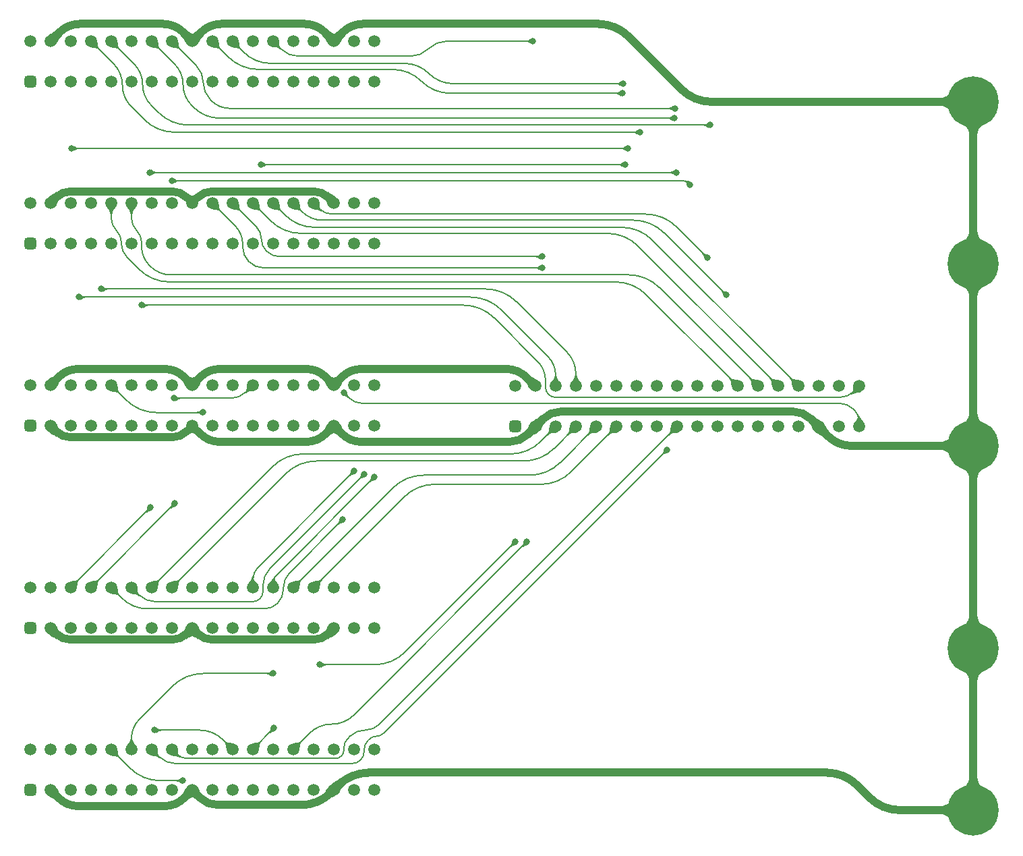
<source format=gtl>
%TF.GenerationSoftware,KiCad,Pcbnew,8.0.7*%
%TF.CreationDate,2025-04-28T08:58:49+02:00*%
%TF.ProjectId,GPIO Backplane Board,4750494f-2042-4616-936b-706c616e6520,Pico GPIO Wide*%
%TF.SameCoordinates,Original*%
%TF.FileFunction,Copper,L1,Top*%
%TF.FilePolarity,Positive*%
%FSLAX46Y46*%
G04 Gerber Fmt 4.6, Leading zero omitted, Abs format (unit mm)*
G04 Created by KiCad (PCBNEW 8.0.7) date 2025-04-28 08:58:49*
%MOMM*%
%LPD*%
G01*
G04 APERTURE LIST*
G04 Aperture macros list*
%AMRoundRect*
0 Rectangle with rounded corners*
0 $1 Rounding radius*
0 $2 $3 $4 $5 $6 $7 $8 $9 X,Y pos of 4 corners*
0 Add a 4 corners polygon primitive as box body*
4,1,4,$2,$3,$4,$5,$6,$7,$8,$9,$2,$3,0*
0 Add four circle primitives for the rounded corners*
1,1,$1+$1,$2,$3*
1,1,$1+$1,$4,$5*
1,1,$1+$1,$6,$7*
1,1,$1+$1,$8,$9*
0 Add four rect primitives between the rounded corners*
20,1,$1+$1,$2,$3,$4,$5,0*
20,1,$1+$1,$4,$5,$6,$7,0*
20,1,$1+$1,$6,$7,$8,$9,0*
20,1,$1+$1,$8,$9,$2,$3,0*%
G04 Aperture macros list end*
%TA.AperFunction,ComponentPad*%
%ADD10C,6.400000*%
%TD*%
%TA.AperFunction,ComponentPad*%
%ADD11RoundRect,0.375000X0.375000X0.375000X-0.375000X0.375000X-0.375000X-0.375000X0.375000X-0.375000X0*%
%TD*%
%TA.AperFunction,ComponentPad*%
%ADD12C,1.500000*%
%TD*%
%TA.AperFunction,ViaPad*%
%ADD13C,0.800000*%
%TD*%
%TA.AperFunction,Conductor*%
%ADD14C,1.000000*%
%TD*%
%TA.AperFunction,Conductor*%
%ADD15C,0.200000*%
%TD*%
G04 APERTURE END LIST*
D10*
%TO.P,H1,1,1*%
%TO.N,/GND*%
X149758400Y22860000D03*
%TD*%
D11*
%TO.P,J6,1,1*%
%TO.N,/12V*%
X31369000Y25400000D03*
D12*
%TO.P,J6,2,2*%
X31369000Y30480000D03*
%TO.P,J6,3,3*%
%TO.N,/GND*%
X33909000Y25400000D03*
%TO.P,J6,4,4*%
X33909000Y30480000D03*
%TO.P,J6,5,5*%
%TO.N,/Write Enable*%
X36449000Y25400000D03*
%TO.P,J6,6,6*%
%TO.N,/Read GD B1 _{32..39}*%
X36449000Y30480000D03*
%TO.P,J6,7,7*%
%TO.N,/Read GPIO _{ALL}*%
X38989000Y25400000D03*
%TO.P,J6,8,8*%
%TO.N,/Read GD B1 _{40..47}*%
X38989000Y30480000D03*
%TO.P,J6,9,9*%
%TO.N,/Write GPIO _{ALL}*%
X41529000Y25400000D03*
%TO.P,J6,10,10*%
%TO.N,/Write GD B1 _{32..39}*%
X41529000Y30480000D03*
%TO.P,J6,11,11*%
%TO.N,unconnected-(J6-Pad11)*%
X44069000Y25400000D03*
%TO.P,J6,12,12*%
%TO.N,/Write GD B1 _{40..47}*%
X44069000Y30480000D03*
%TO.P,J6,13,13*%
%TO.N,/D0*%
X46609000Y25400000D03*
%TO.P,J6,14,14*%
%TO.N,/Write OE B1 _{32..39}*%
X46609000Y30480000D03*
%TO.P,J6,15,15*%
%TO.N,/D1*%
X49149000Y25400000D03*
%TO.P,J6,16,16*%
%TO.N,/Write OE B1 _{40..47}*%
X49149000Y30480000D03*
%TO.P,J6,17,17*%
%TO.N,/GND*%
X51689000Y25400000D03*
%TO.P,J6,18,18*%
X51689000Y30480000D03*
%TO.P,J6,19,19*%
%TO.N,/D2*%
X54229000Y25400000D03*
%TO.P,J6,20,20*%
%TO.N,/Read GD B1 _{48..55}*%
X54229000Y30480000D03*
%TO.P,J6,21,21*%
%TO.N,/D3*%
X56769000Y25400000D03*
%TO.P,J6,22,22*%
%TO.N,/Read GD B1 _{56..63}*%
X56769000Y30480000D03*
%TO.P,J6,23,23*%
%TO.N,/D4*%
X59309000Y25400000D03*
%TO.P,J6,24,24*%
%TO.N,/Write GD B1 _{48..55}*%
X59309000Y30480000D03*
%TO.P,J6,25,25*%
%TO.N,/D5*%
X61849000Y25400000D03*
%TO.P,J6,26,26*%
%TO.N,/Write GD B1 _{56..63}*%
X61849000Y30480000D03*
%TO.P,J6,27,27*%
%TO.N,/D6*%
X64389000Y25400000D03*
%TO.P,J6,28,28*%
%TO.N,/Write OE B1 _{48..55}*%
X64389000Y30480000D03*
%TO.P,J6,29,29*%
%TO.N,/D7*%
X66929000Y25400000D03*
%TO.P,J6,30,30*%
%TO.N,/Write OE B1 _{56..63}*%
X66929000Y30480000D03*
%TO.P,J6,31,31*%
%TO.N,/GND*%
X69469000Y25400000D03*
%TO.P,J6,32,32*%
X69469000Y30480000D03*
%TO.P,J6,33,33*%
%TO.N,unconnected-(J6-Pad33)*%
X72009000Y25400000D03*
%TO.P,J6,34,34*%
%TO.N,unconnected-(J6-Pad34)*%
X72009000Y30480000D03*
%TO.P,J6,35,35*%
%TO.N,unconnected-(J6-Pad35)*%
X74549000Y25400000D03*
%TO.P,J6,36,36*%
%TO.N,unconnected-(J6-Pad36)*%
X74549000Y30480000D03*
%TD*%
D10*
%TO.P,H2,1,1*%
%TO.N,/GND*%
X149758400Y2540000D03*
%TD*%
D11*
%TO.P,J4,1,1*%
%TO.N,/Write OE B0 _{24..31}*%
X92238100Y-17907000D03*
D12*
%TO.P,J4,2,2*%
%TO.N,/Write OE B0 _{16..23}*%
X92238100Y-12827000D03*
%TO.P,J4,3,3*%
%TO.N,/GND*%
X94778100Y-17907000D03*
%TO.P,J4,4,4*%
X94778100Y-12827000D03*
%TO.P,J4,5,5*%
%TO.N,/Write OE B0 _{32..39}*%
X97318100Y-17907000D03*
%TO.P,J4,6,6*%
%TO.N,/Read GD B1 _{0..7}*%
X97318100Y-12827000D03*
%TO.P,J4,7,7*%
%TO.N,/Write OE B0 _{40..47}*%
X99858100Y-17907000D03*
%TO.P,J4,8,8*%
%TO.N,/Read GD B1 _{8..15}*%
X99858100Y-12827000D03*
%TO.P,J4,9,9*%
%TO.N,/Write OE B0 _{48..55}*%
X102398100Y-17907000D03*
%TO.P,J4,10,10*%
%TO.N,/Read GD B1 _{16..23}*%
X102398100Y-12827000D03*
%TO.P,J4,11,11*%
%TO.N,/Write OE B0 _{56..63}*%
X104938100Y-17907000D03*
%TO.P,J4,12,12*%
%TO.N,/Read GD B1 _{24..31}*%
X104938100Y-12827000D03*
%TO.P,J4,13,13*%
%TO.N,/Write GD B1 _{48..55}*%
X107478100Y-17907000D03*
%TO.P,J4,14,14*%
%TO.N,/Read GD B1 _{32..39}*%
X107478100Y-12827000D03*
%TO.P,J4,15,15*%
%TO.N,/Write GD B1 _{56..63}*%
X110018100Y-17907000D03*
%TO.P,J4,16,16*%
%TO.N,/Read GD B1 _{40..47}*%
X110018100Y-12827000D03*
%TO.P,J4,17,17*%
%TO.N,/Write OE B0 _{8..15}*%
X112558100Y-17907000D03*
%TO.P,J4,18,18*%
%TO.N,/Write OE B0 _{0..7}*%
X112558100Y-12827000D03*
%TO.P,J4,19,19*%
%TO.N,/Write OE B1 _{0..7}*%
X115098100Y-17907000D03*
%TO.P,J4,20,20*%
%TO.N,/Read GD B1 _{48..55}*%
X115098100Y-12827000D03*
%TO.P,J4,21,21*%
%TO.N,/Write OE B1 _{8..15}*%
X117638100Y-17907000D03*
%TO.P,J4,22,22*%
%TO.N,/Read GD B1 _{56..63}*%
X117638100Y-12827000D03*
%TO.P,J4,23,23*%
%TO.N,/Write OE B1 _{16..23}*%
X120178100Y-17907000D03*
%TO.P,J4,24,24*%
%TO.N,/Write GD B1 _{0..7}*%
X120178100Y-12827000D03*
%TO.P,J4,25,25*%
%TO.N,/Write OE B1 _{24..31}*%
X122718100Y-17907000D03*
%TO.P,J4,26,26*%
%TO.N,/Write GD B1 _{8..15}*%
X122718100Y-12827000D03*
%TO.P,J4,27,27*%
%TO.N,/Write OE B1 _{32..39}*%
X125258100Y-17907000D03*
%TO.P,J4,28,28*%
%TO.N,/Write GD B1 _{16..23}*%
X125258100Y-12827000D03*
%TO.P,J4,29,29*%
%TO.N,/Write OE B1 _{40..47}*%
X127798100Y-17907000D03*
%TO.P,J4,30,30*%
%TO.N,/Write GD B1 _{24..31}*%
X127798100Y-12827000D03*
%TO.P,J4,31,31*%
%TO.N,/GND*%
X130338100Y-17907000D03*
%TO.P,J4,32,32*%
X130338100Y-12827000D03*
%TO.P,J4,33,33*%
%TO.N,/Write OE B1 _{48..55}*%
X132878100Y-17907000D03*
%TO.P,J4,34,34*%
%TO.N,/Write GD B1 _{32..39}*%
X132878100Y-12827000D03*
%TO.P,J4,35,35*%
%TO.N,/Write OE B1 _{56..63}*%
X135418100Y-17907000D03*
%TO.P,J4,36,36*%
%TO.N,/Write GD B1 _{40..47}*%
X135418100Y-12827000D03*
%TD*%
D10*
%TO.P,H3,1,1*%
%TO.N,/GND*%
X149758400Y-45720000D03*
%TD*%
%TO.P,H4,1,1*%
%TO.N,/GND*%
X149758400Y-66040000D03*
%TD*%
D11*
%TO.P,J1,1,1*%
%TO.N,/12V*%
X31369000Y-63500000D03*
D12*
%TO.P,J1,2,2*%
X31369000Y-58420000D03*
%TO.P,J1,3,3*%
%TO.N,/GND*%
X33909000Y-63500000D03*
%TO.P,J1,4,4*%
X33909000Y-58420000D03*
%TO.P,J1,5,5*%
%TO.N,/Write Enable*%
X36449000Y-63500000D03*
%TO.P,J1,6,6*%
%TO.N,/Read GD B0 _{0..7}*%
X36449000Y-58420000D03*
%TO.P,J1,7,7*%
%TO.N,/Read GPIO _{ALL}*%
X38989000Y-63500000D03*
%TO.P,J1,8,8*%
%TO.N,/Read GD B0 _{8..15}*%
X38989000Y-58420000D03*
%TO.P,J1,9,9*%
%TO.N,/Write GPIO _{ALL}*%
X41529000Y-63500000D03*
%TO.P,J1,10,10*%
%TO.N,/Write GD B0 _{0..7}*%
X41529000Y-58420000D03*
%TO.P,J1,11,11*%
%TO.N,unconnected-(J1-Pad11)*%
X44069000Y-63500000D03*
%TO.P,J1,12,12*%
%TO.N,/Write GD B0 _{8..15}*%
X44069000Y-58420000D03*
%TO.P,J1,13,13*%
%TO.N,/D0*%
X46609000Y-63500000D03*
%TO.P,J1,14,14*%
%TO.N,/Write OE B0 _{0..7}*%
X46609000Y-58420000D03*
%TO.P,J1,15,15*%
%TO.N,/D1*%
X49149000Y-63500000D03*
%TO.P,J1,16,16*%
%TO.N,/Write OE B0 _{8..15}*%
X49149000Y-58420000D03*
%TO.P,J1,17,17*%
%TO.N,/GND*%
X51689000Y-63500000D03*
%TO.P,J1,18,18*%
X51689000Y-58420000D03*
%TO.P,J1,19,19*%
%TO.N,/D2*%
X54229000Y-63500000D03*
%TO.P,J1,20,20*%
%TO.N,/Read GD B0 _{16..23}*%
X54229000Y-58420000D03*
%TO.P,J1,21,21*%
%TO.N,/D3*%
X56769000Y-63500000D03*
%TO.P,J1,22,22*%
%TO.N,/Read GD B0 _{24..31}*%
X56769000Y-58420000D03*
%TO.P,J1,23,23*%
%TO.N,/D4*%
X59309000Y-63500000D03*
%TO.P,J1,24,24*%
%TO.N,/Write GD B0 _{16..23}*%
X59309000Y-58420000D03*
%TO.P,J1,25,25*%
%TO.N,/D5*%
X61849000Y-63500000D03*
%TO.P,J1,26,26*%
%TO.N,/Write GD B0 _{24..31}*%
X61849000Y-58420000D03*
%TO.P,J1,27,27*%
%TO.N,/D6*%
X64389000Y-63500000D03*
%TO.P,J1,28,28*%
%TO.N,/Write OE B0 _{16..23}*%
X64389000Y-58420000D03*
%TO.P,J1,29,29*%
%TO.N,/D7*%
X66929000Y-63500000D03*
%TO.P,J1,30,30*%
%TO.N,/Write OE B0 _{24..31}*%
X66929000Y-58420000D03*
%TO.P,J1,31,31*%
%TO.N,/GND*%
X69469000Y-63500000D03*
%TO.P,J1,32,32*%
X69469000Y-58420000D03*
%TO.P,J1,33,33*%
%TO.N,unconnected-(J1-Pad33)*%
X72009000Y-63500000D03*
%TO.P,J1,34,34*%
%TO.N,unconnected-(J1-Pad34)*%
X72009000Y-58420000D03*
%TO.P,J1,35,35*%
%TO.N,unconnected-(J1-Pad35)*%
X74549000Y-63500000D03*
%TO.P,J1,36,36*%
%TO.N,unconnected-(J1-Pad36)*%
X74549000Y-58420000D03*
%TD*%
D11*
%TO.P,J3,1,1*%
%TO.N,/12V*%
X31369000Y-43180000D03*
D12*
%TO.P,J3,2,2*%
X31369000Y-38100000D03*
%TO.P,J3,3,3*%
%TO.N,/GND*%
X33909000Y-43180000D03*
%TO.P,J3,4,4*%
X33909000Y-38100000D03*
%TO.P,J3,5,5*%
%TO.N,/Write Enable*%
X36449000Y-43180000D03*
%TO.P,J3,6,6*%
%TO.N,/Read GD B0 _{32..39}*%
X36449000Y-38100000D03*
%TO.P,J3,7,7*%
%TO.N,/Read GPIO _{ALL}*%
X38989000Y-43180000D03*
%TO.P,J3,8,8*%
%TO.N,/Read GD B0 _{40..47}*%
X38989000Y-38100000D03*
%TO.P,J3,9,9*%
%TO.N,/Write GPIO _{ALL}*%
X41529000Y-43180000D03*
%TO.P,J3,10,10*%
%TO.N,/Write GD B0 _{32..39}*%
X41529000Y-38100000D03*
%TO.P,J3,11,11*%
%TO.N,unconnected-(J3-Pad11)*%
X44069000Y-43180000D03*
%TO.P,J3,12,12*%
%TO.N,/Write GD B0 _{40..47}*%
X44069000Y-38100000D03*
%TO.P,J3,13,13*%
%TO.N,/D0*%
X46609000Y-43180000D03*
%TO.P,J3,14,14*%
%TO.N,/Write OE B0 _{32..39}*%
X46609000Y-38100000D03*
%TO.P,J3,15,15*%
%TO.N,/D1*%
X49149000Y-43180000D03*
%TO.P,J3,16,16*%
%TO.N,/Write OE B0 _{40..47}*%
X49149000Y-38100000D03*
%TO.P,J3,17,17*%
%TO.N,/GND*%
X51689000Y-43180000D03*
%TO.P,J3,18,18*%
X51689000Y-38100000D03*
%TO.P,J3,19,19*%
%TO.N,/D2*%
X54229000Y-43180000D03*
%TO.P,J3,20,20*%
%TO.N,/Read GD B0 _{48..55}*%
X54229000Y-38100000D03*
%TO.P,J3,21,21*%
%TO.N,/D3*%
X56769000Y-43180000D03*
%TO.P,J3,22,22*%
%TO.N,/Read GD B0 _{56..63}*%
X56769000Y-38100000D03*
%TO.P,J3,23,23*%
%TO.N,/D4*%
X59309000Y-43180000D03*
%TO.P,J3,24,24*%
%TO.N,/Write GD B0 _{48..55}*%
X59309000Y-38100000D03*
%TO.P,J3,25,25*%
%TO.N,/D5*%
X61849000Y-43180000D03*
%TO.P,J3,26,26*%
%TO.N,/Write GD B0 _{56..63}*%
X61849000Y-38100000D03*
%TO.P,J3,27,27*%
%TO.N,/D6*%
X64389000Y-43180000D03*
%TO.P,J3,28,28*%
%TO.N,/Write OE B0 _{48..55}*%
X64389000Y-38100000D03*
%TO.P,J3,29,29*%
%TO.N,/D7*%
X66929000Y-43180000D03*
%TO.P,J3,30,30*%
%TO.N,/Write OE B0 _{56..63}*%
X66929000Y-38100000D03*
%TO.P,J3,31,31*%
%TO.N,/GND*%
X69469000Y-43180000D03*
%TO.P,J3,32,32*%
X69469000Y-38100000D03*
%TO.P,J3,33,33*%
%TO.N,unconnected-(J3-Pad33)*%
X72009000Y-43180000D03*
%TO.P,J3,34,34*%
%TO.N,unconnected-(J3-Pad34)*%
X72009000Y-38100000D03*
%TO.P,J3,35,35*%
%TO.N,unconnected-(J3-Pad35)*%
X74549000Y-43180000D03*
%TO.P,J3,36,36*%
%TO.N,unconnected-(J3-Pad36)*%
X74549000Y-38100000D03*
%TD*%
D11*
%TO.P,J5,1,1*%
%TO.N,/12V*%
X31369000Y5080000D03*
D12*
%TO.P,J5,2,2*%
X31369000Y10160000D03*
%TO.P,J5,3,3*%
%TO.N,/GND*%
X33909000Y5080000D03*
%TO.P,J5,4,4*%
X33909000Y10160000D03*
%TO.P,J5,5,5*%
%TO.N,/Write Enable*%
X36449000Y5080000D03*
%TO.P,J5,6,6*%
%TO.N,/Read GD B1 _{0..7}*%
X36449000Y10160000D03*
%TO.P,J5,7,7*%
%TO.N,/Read GPIO _{ALL}*%
X38989000Y5080000D03*
%TO.P,J5,8,8*%
%TO.N,/Read GD B1 _{8..15}*%
X38989000Y10160000D03*
%TO.P,J5,9,9*%
%TO.N,/Write GPIO _{ALL}*%
X41529000Y5080000D03*
%TO.P,J5,10,10*%
%TO.N,/Write GD B1 _{0..7}*%
X41529000Y10160000D03*
%TO.P,J5,11,11*%
%TO.N,unconnected-(J5-Pad11)*%
X44069000Y5080000D03*
%TO.P,J5,12,12*%
%TO.N,/Write GD B1 _{8..15}*%
X44069000Y10160000D03*
%TO.P,J5,13,13*%
%TO.N,/D0*%
X46609000Y5080000D03*
%TO.P,J5,14,14*%
%TO.N,/Write OE B1 _{0..7}*%
X46609000Y10160000D03*
%TO.P,J5,15,15*%
%TO.N,/D1*%
X49149000Y5080000D03*
%TO.P,J5,16,16*%
%TO.N,/Write OE B1 _{8..15}*%
X49149000Y10160000D03*
%TO.P,J5,17,17*%
%TO.N,/GND*%
X51689000Y5080000D03*
%TO.P,J5,18,18*%
X51689000Y10160000D03*
%TO.P,J5,19,19*%
%TO.N,/D2*%
X54229000Y5080000D03*
%TO.P,J5,20,20*%
%TO.N,/Read GD B1 _{16..23}*%
X54229000Y10160000D03*
%TO.P,J5,21,21*%
%TO.N,/D3*%
X56769000Y5080000D03*
%TO.P,J5,22,22*%
%TO.N,/Read GD B1 _{24..31}*%
X56769000Y10160000D03*
%TO.P,J5,23,23*%
%TO.N,/D4*%
X59309000Y5080000D03*
%TO.P,J5,24,24*%
%TO.N,/Write GD B1 _{16..23}*%
X59309000Y10160000D03*
%TO.P,J5,25,25*%
%TO.N,/D5*%
X61849000Y5080000D03*
%TO.P,J5,26,26*%
%TO.N,/Write GD B1 _{24..31}*%
X61849000Y10160000D03*
%TO.P,J5,27,27*%
%TO.N,/D6*%
X64389000Y5080000D03*
%TO.P,J5,28,28*%
%TO.N,/Write OE B1 _{16..23}*%
X64389000Y10160000D03*
%TO.P,J5,29,29*%
%TO.N,/D7*%
X66929000Y5080000D03*
%TO.P,J5,30,30*%
%TO.N,/Write OE B1 _{24..31}*%
X66929000Y10160000D03*
%TO.P,J5,31,31*%
%TO.N,/GND*%
X69469000Y5080000D03*
%TO.P,J5,32,32*%
X69469000Y10160000D03*
%TO.P,J5,33,33*%
%TO.N,unconnected-(J5-Pad33)*%
X72009000Y5080000D03*
%TO.P,J5,34,34*%
%TO.N,unconnected-(J5-Pad34)*%
X72009000Y10160000D03*
%TO.P,J5,35,35*%
%TO.N,unconnected-(J5-Pad35)*%
X74549000Y5080000D03*
%TO.P,J5,36,36*%
%TO.N,unconnected-(J5-Pad36)*%
X74549000Y10160000D03*
%TD*%
D11*
%TO.P,J2,1,1*%
%TO.N,/12V*%
X31369000Y-17780000D03*
D12*
%TO.P,J2,2,2*%
X31369000Y-12700000D03*
%TO.P,J2,3,3*%
%TO.N,/GND*%
X33909000Y-17780000D03*
%TO.P,J2,4,4*%
X33909000Y-12700000D03*
%TO.P,J2,5,5*%
%TO.N,/Write Enable*%
X36449000Y-17780000D03*
%TO.P,J2,6,6*%
%TO.N,/Read GD B0 _{0..7}*%
X36449000Y-12700000D03*
%TO.P,J2,7,7*%
%TO.N,/Read GPIO _{ALL}*%
X38989000Y-17780000D03*
%TO.P,J2,8,8*%
%TO.N,/Read GD B0 _{8..15}*%
X38989000Y-12700000D03*
%TO.P,J2,9,9*%
%TO.N,/Write GPIO _{ALL}*%
X41529000Y-17780000D03*
%TO.P,J2,10,10*%
%TO.N,/Read GD B0 _{16..23}*%
X41529000Y-12700000D03*
%TO.P,J2,11,11*%
%TO.N,unconnected-(J2-Pad11)*%
X44069000Y-17780000D03*
%TO.P,J2,12,12*%
%TO.N,/Read GD B0 _{24..31}*%
X44069000Y-12700000D03*
%TO.P,J2,13,13*%
%TO.N,/D0*%
X46609000Y-17780000D03*
%TO.P,J2,14,14*%
%TO.N,/Read GD B0 _{32..39}*%
X46609000Y-12700000D03*
%TO.P,J2,15,15*%
%TO.N,/D1*%
X49149000Y-17780000D03*
%TO.P,J2,16,16*%
%TO.N,/Read GD B0 _{40..47}*%
X49149000Y-12700000D03*
%TO.P,J2,17,17*%
%TO.N,/GND*%
X51689000Y-17780000D03*
%TO.P,J2,18,18*%
X51689000Y-12700000D03*
%TO.P,J2,19,19*%
%TO.N,/D2*%
X54229000Y-17780000D03*
%TO.P,J2,20,20*%
%TO.N,/Read GD B0 _{48..55}*%
X54229000Y-12700000D03*
%TO.P,J2,21,21*%
%TO.N,/D3*%
X56769000Y-17780000D03*
%TO.P,J2,22,22*%
%TO.N,/Read GD B0 _{56..63}*%
X56769000Y-12700000D03*
%TO.P,J2,23,23*%
%TO.N,/D4*%
X59309000Y-17780000D03*
%TO.P,J2,24,24*%
%TO.N,/Write GD B0 _{0..7}*%
X59309000Y-12700000D03*
%TO.P,J2,25,25*%
%TO.N,/D5*%
X61849000Y-17780000D03*
%TO.P,J2,26,26*%
%TO.N,/Write GD B0 _{8..15}*%
X61849000Y-12700000D03*
%TO.P,J2,27,27*%
%TO.N,/D6*%
X64389000Y-17780000D03*
%TO.P,J2,28,28*%
%TO.N,/Write GD B0 _{16..23}*%
X64389000Y-12700000D03*
%TO.P,J2,29,29*%
%TO.N,/D7*%
X66929000Y-17780000D03*
%TO.P,J2,30,30*%
%TO.N,/Write GD B0 _{24..31}*%
X66929000Y-12700000D03*
%TO.P,J2,31,31*%
%TO.N,/GND*%
X69469000Y-17780000D03*
%TO.P,J2,32,32*%
X69469000Y-12700000D03*
%TO.P,J2,33,33*%
%TO.N,/Write GD B0 _{48..55}*%
X72009000Y-17780000D03*
%TO.P,J2,34,34*%
%TO.N,/Write GD B0 _{32..39}*%
X72009000Y-12700000D03*
%TO.P,J2,35,35*%
%TO.N,/Write GD B0 _{56..63}*%
X74549000Y-17780000D03*
%TO.P,J2,36,36*%
%TO.N,/Write GD B0 _{40..47}*%
X74549000Y-12700000D03*
%TD*%
D10*
%TO.P,H5,1,1*%
%TO.N,/GND*%
X149758400Y-20320000D03*
%TD*%
D13*
%TO.N,/Write GD B0 _{0..7}*%
X49403000Y-14351000D03*
X50546000Y-62345000D03*
%TO.N,/Write GD B0 _{8..15}*%
X61849000Y-48895000D03*
%TO.N,/Write OE B0 _{0..7}*%
X111288100Y-20828000D03*
%TO.N,/Read GD B0 _{24..31}*%
X46966000Y-56001800D03*
%TO.N,/Write OE B0 _{16..23}*%
X93726004Y-32385012D03*
%TO.N,/Read GD B0 _{16..23}*%
X53086000Y-16129000D03*
%TO.N,/Write OE B0 _{24..31}*%
X92238100Y-32385000D03*
X67673209Y-47781526D03*
%TO.N,/Write GD B0 _{16..23}*%
X61976000Y-55753000D03*
%TO.N,/Write GD B0 _{32..39}*%
X70576800Y-29591000D03*
%TO.N,/Read GD B0 _{40..47}*%
X49530000Y-27559000D03*
%TO.N,/Read GD B0 _{32..39}*%
X46482000Y-28066994D03*
%TO.N,/Write GD B0 _{40..47}*%
X73279000Y-23876000D03*
%TO.N,/Write GD B0 _{48..55}*%
X72009000Y-23495000D03*
%TO.N,/Write GD B0 _{56..63}*%
X74549000Y-24257000D03*
%TO.N,/Read GD B1 _{0..7}*%
X37465000Y-1651000D03*
%TO.N,/Read GD B1 _{48..55}*%
X105727497Y23939497D03*
%TO.N,/Read GD B1 _{40..47}*%
X107945550Y19045550D03*
%TO.N,/Write OE B1 _{32..39}*%
X112255550Y20815550D03*
%TO.N,/Write OE B1 _{8..15}*%
X49149000Y12954000D03*
X114173000Y12446000D03*
%TO.N,/Write OE B1 _{24..31}*%
X116368100Y3302000D03*
%TO.N,/Read GD B1 _{16..23}*%
X95631000Y2032000D03*
%TO.N,/Read GD B1 _{8..15}*%
X40259000Y-635000D03*
%TO.N,/Read GD B1 _{24..31}*%
X95630998Y3429000D03*
%TO.N,/Read GD B1 _{56..63}*%
X105790992Y25146000D03*
%TO.N,/Write GD B1 _{48..55}*%
X106045000Y14986000D03*
X60307200Y14986000D03*
%TO.N,/Write GD B1 _{40..47}*%
X45339000Y-2667000D03*
%TO.N,/Write OE B1 _{56..63}*%
X70742600Y-13647800D03*
%TO.N,/Read GD B1 _{32..39}*%
X36576000Y17018000D03*
X106426000Y17018000D03*
%TO.N,/Write OE B1 _{16..23}*%
X118745008Y-1397000D03*
%TO.N,/Write OE B1 _{0..7}*%
X112522000Y13989600D03*
X46348800Y13989600D03*
%TO.N,/Write GD B1 _{56..63}*%
X94488000Y30480000D03*
%TO.N,/Write GD B1 _{32..39}*%
X116713000Y19939004D03*
%TO.N,/Write OE B1 _{40..47}*%
X112327252Y22030248D03*
%TD*%
D14*
%TO.N,/GND*%
X54164304Y11610000D02*
G75*
G03*
X52413999Y10885001I-4J-2475300D01*
G01*
X98030138Y-16002000D02*
G75*
G03*
X95730589Y-16954489I-38J-3252000D01*
G01*
X68453000Y-11684000D02*
G75*
G03*
X66000159Y-10668017I-2452800J-2452800D01*
G01*
X50609500Y31559500D02*
G75*
G03*
X48003356Y32638982I-2606100J-2606100D01*
G01*
X50964000Y-43905000D02*
G75*
G02*
X49213695Y-44629998I-1750300J1750300D01*
G01*
X113087207Y24453792D02*
G75*
G03*
X116934963Y22859959I3847793J3847708D01*
G01*
X52414000Y-18505000D02*
G75*
G03*
X50964000Y-18505000I-725000J-724999D01*
G01*
X135197792Y-62934792D02*
G75*
G03*
X131350036Y-61340989I-3847792J-3847808D01*
G01*
X93698600Y-11747500D02*
G75*
G03*
X91092456Y-10668018I-2606100J-2606100D01*
G01*
X52414000Y-43905000D02*
G75*
G03*
X54164304Y-44629998I1750300J1750300D01*
G01*
X131544599Y-19113500D02*
G75*
G03*
X134457347Y-20320022I2912801J2912800D01*
G01*
X36384304Y11610000D02*
G75*
G03*
X34633999Y10885001I-4J-2475300D01*
G01*
X50964000Y-18505000D02*
G75*
G02*
X49213695Y-19229998I-1750300J1750300D01*
G01*
X37377840Y-10668000D02*
G75*
G03*
X34924988Y-11683988I-40J-3468800D01*
G01*
X50964000Y10885000D02*
G75*
G03*
X52414000Y10885000I725000J724999D01*
G01*
X73154643Y32639000D02*
G75*
G03*
X70548487Y31559513I-43J-3685600D01*
G01*
X34634000Y-43905000D02*
G75*
G03*
X36384304Y-44629998I1750300J1750300D01*
G01*
X50673000Y-11684000D02*
G75*
G03*
X48220159Y-10668017I-2452800J-2452800D01*
G01*
X129385500Y-16954500D02*
G75*
G03*
X127085961Y-16002016I-2299500J-2299500D01*
G01*
X70485000Y-18796000D02*
G75*
G03*
X72937840Y-19811983I2452800J2452800D01*
G01*
X106495792Y31045207D02*
G75*
G03*
X102648036Y32639010I-3847792J-3847807D01*
G01*
X52705000Y-18796000D02*
G75*
G03*
X55157840Y-19811983I2452800J2452800D01*
G01*
X34634000Y-18505000D02*
G75*
G03*
X36384304Y-19229998I1750300J1750300D01*
G01*
X55374643Y32639000D02*
G75*
G03*
X52768487Y31559513I-43J-3685600D01*
G01*
X73881963Y-61341000D02*
G75*
G03*
X70034215Y-62934801I37J-5441600D01*
G01*
X52641500Y-64452500D02*
G75*
G03*
X54941038Y-65404984I2299500J2299500D01*
G01*
X34925000Y-64516000D02*
G75*
G03*
X37377840Y-65531983I2452800J2452800D01*
G01*
X68453000Y-18796000D02*
G75*
G02*
X66000159Y-19811983I-2452800J2452800D01*
G01*
X68744000Y10885000D02*
G75*
G03*
X66993695Y11609998I-1750300J-1750300D01*
G01*
X50673000Y-64516000D02*
G75*
G02*
X48220159Y-65531983I-2452800J2452800D01*
G01*
X68389500Y31559500D02*
G75*
G03*
X65783356Y32638982I-2606100J-2606100D01*
G01*
X93825600Y-18859500D02*
G75*
G02*
X91526061Y-19811984I-2299500J2299500D01*
G01*
X72937840Y-10668000D02*
G75*
G03*
X70484988Y-11683988I-40J-3468800D01*
G01*
X50964000Y10885000D02*
G75*
G03*
X49213695Y11609998I-1750300J-1750300D01*
G01*
X37594643Y32639000D02*
G75*
G03*
X34988487Y31559513I-43J-3685600D01*
G01*
X55157840Y-10668000D02*
G75*
G03*
X52704988Y-11683988I-40J-3468800D01*
G01*
X68744000Y-43905000D02*
G75*
G02*
X66993695Y-44629998I-1750300J1750300D01*
G01*
X69157792Y-63811207D02*
G75*
G02*
X65310036Y-65405010I-3847792J3847807D01*
G01*
X136709207Y-64446207D02*
G75*
G03*
X140556963Y-66040011I3847793J3847807D01*
G01*
D15*
%TO.N,/Write OE B1 _{40..47}*%
X54072375Y23016623D02*
G75*
G03*
X56453698Y22030232I2381325J2381277D01*
G01*
X52187974Y27441025D02*
G75*
G02*
X53085985Y25273000I-2168074J-2168025D01*
G01*
X53086000Y25273000D02*
G75*
G03*
X53984036Y23104985I3066000J0D01*
G01*
%TO.N,/Write GD B1 _{32..39}*%
X44395276Y27613723D02*
G75*
G02*
X45465971Y25028768I-2584976J-2584923D01*
G01*
X45466000Y25028768D02*
G75*
G03*
X46536721Y22443811I3655670J-8D01*
G01*
X47447740Y21532796D02*
G75*
G03*
X51295496Y19939015I3847760J3847804D01*
G01*
%TO.N,/Write GD B1 _{56..63}*%
X81343500Y29527500D02*
G75*
G02*
X79043961Y28575016I-2299500J2299500D01*
G01*
X83643038Y30480000D02*
G75*
G03*
X81343489Y29527511I-38J-3252000D01*
G01*
X62801500Y29527500D02*
G75*
G03*
X65101038Y28575016I2299500J2299500D01*
G01*
%TO.N,/Write OE B1 _{16..23}*%
X65468500Y9080500D02*
G75*
G03*
X68074643Y8001018I2606100J2606100D01*
G01*
X110940800Y6407207D02*
G75*
G03*
X107093044Y8001016I-3847800J-3847807D01*
G01*
%TO.N,/Write GD B1 _{24..31}*%
X109452893Y5518207D02*
G75*
G03*
X105605137Y7112011I-3847793J-3847807D01*
G01*
X63373000Y8636000D02*
G75*
G03*
X67052261Y7111984I3679300J3679300D01*
G01*
%TO.N,/Write OE B1 _{56..63}*%
X134892047Y-15893047D02*
G75*
G02*
X135418122Y-17163050I-1270047J-1270053D01*
G01*
X134701550Y-15702550D02*
G75*
G03*
X132971645Y-14985981I-1729950J-1729950D01*
G01*
X71411700Y-14316900D02*
G75*
G03*
X73027050Y-14986021I1615400J1615400D01*
G01*
%TO.N,/Write GD B1 _{40..47}*%
X96048100Y-12984811D02*
G75*
G03*
X96411053Y-13861047I1239200J11D01*
G01*
X134719600Y-13525500D02*
G75*
G02*
X133033271Y-14223988I-1686300J1686300D01*
G01*
X96411050Y-13861050D02*
G75*
G03*
X97287288Y-14224005I876250J876250D01*
G01*
X89604792Y-4260792D02*
G75*
G03*
X85757036Y-2666989I-3847792J-3847808D01*
G01*
X95060271Y-9716271D02*
G75*
G02*
X96048087Y-12101100I-2384871J-2384829D01*
G01*
%TO.N,/Write GD B1 _{48..55}*%
X60310500Y14982700D02*
G75*
G03*
X60318466Y14979386I8000J8000D01*
G01*
X106041700Y14982700D02*
G75*
G02*
X106033733Y14979386I-8000J8000D01*
G01*
%TO.N,/Read GD B1 _{56..63}*%
X81407000Y26416000D02*
G75*
G03*
X78340948Y27686020I-3066100J-3066100D01*
G01*
X58166000Y29083000D02*
G75*
G03*
X61538656Y27685953I3372700J3372600D01*
G01*
X81407000Y26416000D02*
G75*
G03*
X84473051Y25146021I3066000J3066000D01*
G01*
%TO.N,/Read GD B1 _{24..31}*%
X59730381Y7198618D02*
G75*
G02*
X60359010Y5681001I-1517581J-1517618D01*
G01*
X60358999Y5681001D02*
G75*
G03*
X60987624Y4163390I2146201J-1D01*
G01*
X61040499Y4110500D02*
G75*
G03*
X62685787Y3428994I1645301J1645300D01*
G01*
%TO.N,/Write GD B1 _{0..7}*%
X42163999Y6731000D02*
G75*
G02*
X42798989Y5197973I-1532999J-1533000D01*
G01*
X108690892Y-1339792D02*
G75*
G03*
X104843136Y254040I-3847792J-3847708D01*
G01*
X45015206Y1847792D02*
G75*
G03*
X48862963Y253988I3847794J3847808D01*
G01*
X42799000Y5080000D02*
G75*
G03*
X43517429Y3345588I2452800J0D01*
G01*
X41528999Y8264027D02*
G75*
G03*
X42163991Y6730992I2168001J-27D01*
G01*
%TO.N,/Read GD B1 _{8..15}*%
X98748331Y-8578331D02*
G75*
G02*
X99858132Y-11257550I-2679231J-2679269D01*
G01*
X92398792Y-2228792D02*
G75*
G03*
X88551036Y-634989I-3847792J-3847808D01*
G01*
%TO.N,/Read GD B1 _{16..23}*%
X57051171Y7337828D02*
G75*
G02*
X58038987Y4953000I-2384871J-2384828D01*
G01*
X58039000Y4633630D02*
G75*
G03*
X58800991Y2793991I2601600J-30D01*
G01*
X58801000Y2794000D02*
G75*
G03*
X60640630Y2032013I1839600J1839600D01*
G01*
%TO.N,/Write OE B1 _{24..31}*%
X67627500Y9461500D02*
G75*
G03*
X69313828Y8763012I1686300J1686300D01*
G01*
X112500892Y7169207D02*
G75*
G03*
X108653136Y8763010I-3847792J-3847807D01*
G01*
%TO.N,/Write OE B1 _{8..15}*%
X113919000Y12700000D02*
G75*
G03*
X113305789Y12953996I-613200J-613200D01*
G01*
%TO.N,/Write GD B1 _{16..23}*%
X61525207Y7943792D02*
G75*
G03*
X65372963Y6349959I3847793J3847708D01*
G01*
X107674891Y4756207D02*
G75*
G03*
X103827135Y6350010I-3847791J-3847807D01*
G01*
%TO.N,/Write OE B1 _{32..39}*%
X51885724Y22155274D02*
G75*
G03*
X55120107Y20815537I3234376J3234326D01*
G01*
X49468369Y27620630D02*
G75*
G02*
X50545988Y25019000I-2601669J-2601630D01*
G01*
X50546000Y25019000D02*
G75*
G03*
X51623623Y22417362I3679300J0D01*
G01*
%TO.N,/Read GD B1 _{40..47}*%
X45654656Y20639342D02*
G75*
G03*
X49502413Y19045558I3847744J3847758D01*
G01*
X42926000Y24955500D02*
G75*
G03*
X44048525Y22245460I3832600J0D01*
G01*
X41803467Y27665532D02*
G75*
G02*
X42925989Y24955500I-2710067J-2710032D01*
G01*
%TO.N,/Write GD B1 _{8..15}*%
X44069001Y8264023D02*
G75*
G03*
X44703994Y6730993I2167999J-23D01*
G01*
X44704000Y6730999D02*
G75*
G02*
X45338989Y5197975I-1533000J-1532999D01*
G01*
X45339000Y4699000D02*
G75*
G03*
X46326819Y2314162I3372700J0D01*
G01*
X110341892Y-450792D02*
G75*
G03*
X106494136Y1143011I-3847792J-3847808D01*
G01*
X46418500Y2222500D02*
G75*
G03*
X49024643Y1143018I2606100J2606100D01*
G01*
%TO.N,/Read GD B1 _{48..55}*%
X80486251Y25431748D02*
G75*
G03*
X84088865Y23939483I3602649J3602652D01*
G01*
X80486251Y25431748D02*
G75*
G03*
X76883637Y26924016I-3602651J-3602648D01*
G01*
X56191207Y28517792D02*
G75*
G03*
X60038963Y26923959I3847793J3847708D01*
G01*
%TO.N,/Read GD B1 _{0..7}*%
X96343035Y-9094035D02*
G75*
G02*
X97318129Y-11448050I-2354035J-2354065D01*
G01*
X90493792Y-3244792D02*
G75*
G03*
X86646036Y-1650989I-3847792J-3847808D01*
G01*
%TO.N,/Write GD B0 _{56..63}*%
X62253111Y-36552888D02*
G75*
G03*
X61848993Y-37528500I975589J-975612D01*
G01*
%TO.N,/Write GD B0 _{48..55}*%
X59982519Y-35521480D02*
G75*
G03*
X59308988Y-37147500I1625981J-1626020D01*
G01*
%TO.N,/Write OE B0 _{56..63}*%
X82136964Y-25146000D02*
G75*
G03*
X78289236Y-26739820I36J-5441500D01*
G01*
X99292892Y-23552207D02*
G75*
G02*
X95445136Y-25146010I-3847792J3847807D01*
G01*
%TO.N,/Write OE B0 _{48..55}*%
X97895892Y-22409207D02*
G75*
G02*
X94048136Y-24003010I-3847792J3847807D01*
G01*
X80739962Y-24003000D02*
G75*
G03*
X76892235Y-25596821I38J-5441500D01*
G01*
%TO.N,/Write OE B0 _{40..47}*%
X67277963Y-22225000D02*
G75*
G03*
X63430236Y-23818821I37J-5441500D01*
G01*
X97133892Y-20631207D02*
G75*
G02*
X93286136Y-22225010I-3847792J3847807D01*
G01*
%TO.N,/Write GD B0 _{40..47}*%
X44958000Y-38989000D02*
G75*
G03*
X47104235Y-39877985I2146200J2146200D01*
G01*
X60579000Y-38577184D02*
G75*
G02*
X60198005Y-39497005I-1300800J-16D01*
G01*
X60198000Y-39497000D02*
G75*
G02*
X59278184Y-39877994I-919800J919800D01*
G01*
X61477025Y-35677974D02*
G75*
G03*
X60578984Y-37846000I2167975J-2168026D01*
G01*
%TO.N,/Write GD B0 _{32..39}*%
X63119000Y-38382171D02*
G75*
G02*
X62420508Y-40068508I-2384800J-29D01*
G01*
X42862500Y-39433500D02*
G75*
G03*
X46081853Y-40767019I3219400J3219400D01*
G01*
X63939668Y-36228131D02*
G75*
G03*
X63118989Y-38209400I1981232J-1981269D01*
G01*
X62420500Y-40068500D02*
G75*
G02*
X60734171Y-40766988I-1686300J1686300D01*
G01*
%TO.N,/Write OE B0 _{32..39}*%
X95482891Y-19742207D02*
G75*
G02*
X91635135Y-21336010I-3847791J3847807D01*
G01*
X65626963Y-21336000D02*
G75*
G03*
X61779236Y-22929821I37J-5441500D01*
G01*
%TO.N,/Write OE B0 _{24..31}*%
X78435366Y-46187733D02*
G75*
G02*
X74587610Y-47781540I-3847766J3847733D01*
G01*
%TO.N,/Read GD B0 _{16..23}*%
X53080750Y-16134250D02*
G75*
G02*
X53068075Y-16139490I-12650J12650D01*
G01*
X43374707Y-14545707D02*
G75*
G03*
X47222463Y-16139511I3847793J3847807D01*
G01*
%TO.N,/Write OE B0 _{16..23}*%
X72033454Y-54077561D02*
G75*
G02*
X69215008Y-55245001I-2818454J2818461D01*
G01*
X69215008Y-55245000D02*
G75*
G03*
X66396555Y-56412432I-8J-3985900D01*
G01*
%TO.N,/Read GD B0 _{24..31}*%
X55559900Y-57210900D02*
G75*
G03*
X52640874Y-56001811I-2919000J-2919000D01*
G01*
%TO.N,/Write OE B0 _{8..15}*%
X75235137Y-55229962D02*
G75*
G02*
X73361502Y-56006041I-1873637J1873662D01*
G01*
X70739000Y-58478987D02*
G75*
G02*
X70421504Y-59245504I-1084000J-13D01*
G01*
X49720500Y-58991500D02*
G75*
G03*
X51100223Y-59562990I1379700J1379700D01*
G01*
X73342255Y-56006048D02*
G75*
G03*
X71501499Y-56768547I45J-2603252D01*
G01*
X70421500Y-59245500D02*
G75*
G02*
X69654987Y-59562995I-766500J766500D01*
G01*
X71232914Y-57037085D02*
G75*
G03*
X70738991Y-58229500I1192386J-1192415D01*
G01*
%TO.N,/Write OE B0 _{0..7}*%
X73279000Y-58680382D02*
G75*
G02*
X72834505Y-59753505I-1517600J-18D01*
G01*
X47498000Y-59309000D02*
G75*
G03*
X49644235Y-60197985I2146200J2146200D01*
G01*
X72834500Y-59753500D02*
G75*
G02*
X71761382Y-60197993I-1073100J1073100D01*
G01*
X74821050Y-56769000D02*
G75*
G03*
X73923001Y-57140948I-50J-1270000D01*
G01*
X75719073Y-56397026D02*
G75*
G02*
X74821050Y-56769034I-898073J898026D01*
G01*
X73787000Y-57277000D02*
G75*
G03*
X73279008Y-58503420I1226400J-1226400D01*
G01*
%TO.N,/Write GD B0 _{8..15}*%
X53053963Y-48895000D02*
G75*
G03*
X49206236Y-50488821I37J-5441500D01*
G01*
X45056828Y-54638171D02*
G75*
G03*
X44069012Y-57023000I2384872J-2384829D01*
G01*
%TO.N,/Write GD B0 _{0..7}*%
X58483500Y-13525500D02*
G75*
G02*
X56490566Y-14350986I-1992900J1992900D01*
G01*
X43860207Y-60751207D02*
G75*
G03*
X47707963Y-62345011I3847793J3847807D01*
G01*
D14*
%TO.N,/GND*%
X149758400Y-45720000D02*
X149758400Y-20320000D01*
X50964000Y-43905000D02*
X51689000Y-43180000D01*
X93698600Y-11747500D02*
X94778100Y-12827000D01*
X70485000Y-18796000D02*
X69469000Y-17780000D01*
X68453000Y-18796000D02*
X69469000Y-17780000D01*
X149758400Y-45720000D02*
X149758400Y-66040000D01*
X54164304Y11610000D02*
X66993695Y11610000D01*
X52641500Y-64452500D02*
X51689000Y-63500000D01*
X134457347Y-20320000D02*
X149758400Y-20320000D01*
X70485000Y-11684000D02*
X69469000Y-12700000D01*
X34988500Y31559500D02*
X33909000Y30480000D01*
X34634000Y10885000D02*
X33909000Y10160000D01*
X73154643Y32639000D02*
X102648036Y32639000D01*
X149758400Y-20320000D02*
X149758400Y2540000D01*
X131350036Y-61341000D02*
X73881963Y-61341000D01*
X140556963Y-66040000D02*
X149758000Y-66040000D01*
X94778100Y-17907000D02*
X93825600Y-18859500D01*
X68744000Y10885000D02*
X69469000Y10160000D01*
X49213695Y-44630000D02*
X36384304Y-44630000D01*
X52414000Y-43905000D02*
X51689000Y-43180000D01*
X72937840Y-19812000D02*
X91526061Y-19812000D01*
X135197792Y-62934792D02*
X136709207Y-64446207D01*
X34925000Y-11684000D02*
X33909000Y-12700000D01*
X34634000Y-18505000D02*
X33909000Y-17780000D01*
X55157840Y-19812000D02*
X66000159Y-19812000D01*
X55374643Y32639000D02*
X65783356Y32639000D01*
X34925000Y-64516000D02*
X33909000Y-63500000D01*
X66000159Y-10668000D02*
X55157840Y-10668000D01*
X91092456Y-10668000D02*
X72937840Y-10668000D01*
X113087207Y24453792D02*
X106495792Y31045207D01*
X68744000Y-43905000D02*
X69469000Y-43180000D01*
X68453000Y-11684000D02*
X69469000Y-12700000D01*
X95730600Y-16954500D02*
X94778100Y-17907000D01*
X50609500Y31559500D02*
X51689000Y30480000D01*
X34634000Y-43905000D02*
X33909000Y-43180000D01*
X52414000Y-18505000D02*
X52705000Y-18796000D01*
X149758400Y2540000D02*
X149758400Y22860000D01*
X51689000Y-12700000D02*
X50673000Y-11684000D01*
X69469000Y30480000D02*
X68389500Y31559500D01*
X69469000Y30480000D02*
X70548500Y31559500D01*
X131544599Y-19113500D02*
X130338099Y-17907000D01*
X54164304Y-44630000D02*
X66993695Y-44630000D01*
X51689000Y-12700000D02*
X52705000Y-11684000D01*
X36384304Y11610000D02*
X49213695Y11610000D01*
X54941038Y-65405000D02*
X65310036Y-65405000D01*
X70034206Y-62934792D02*
X69157792Y-63811207D01*
X116934963Y22860000D02*
X149758000Y22860000D01*
X49213695Y-19230000D02*
X36384304Y-19230000D01*
X48003356Y32639000D02*
X37594643Y32639000D01*
X37377840Y-10668000D02*
X48220159Y-10668000D01*
X37377840Y-65532000D02*
X48220159Y-65532000D01*
X98030138Y-16002000D02*
X127085961Y-16002000D01*
X51689000Y-63500000D02*
X50673000Y-64516000D01*
X51689000Y30480000D02*
X52768500Y31559500D01*
X129385500Y-16954500D02*
X130338000Y-17907000D01*
D15*
%TO.N,/Write GD B0 _{0..7}*%
X58483500Y-13525500D02*
X59309000Y-12700000D01*
X49403000Y-14351000D02*
X56490566Y-14351000D01*
X43860207Y-60751207D02*
X41529000Y-58420000D01*
X47707963Y-62345000D02*
X50546000Y-62345000D01*
%TO.N,/Write GD B0 _{8..15}*%
X61849000Y-48895000D02*
X53053963Y-48895000D01*
X49206207Y-50488792D02*
X45056828Y-54638171D01*
X44069000Y-57023000D02*
X44069000Y-58420000D01*
%TO.N,/Write OE B0 _{0..7}*%
X49644235Y-60198000D02*
X71761382Y-60198000D01*
X111288100Y-20828000D02*
X75719073Y-56397026D01*
X73923026Y-57140973D02*
X73787000Y-57277000D01*
X73279000Y-58680382D02*
X73279000Y-58503420D01*
X47498000Y-59309000D02*
X46609000Y-58420000D01*
%TO.N,/Write OE B0 _{8..15}*%
X73361502Y-56006048D02*
X73342255Y-56006048D01*
X71501475Y-56768523D02*
X71232914Y-57037085D01*
X51100223Y-59563000D02*
X69654987Y-59563000D01*
X49720500Y-58991500D02*
X49149000Y-58420000D01*
X75235137Y-55229962D02*
X112558100Y-17907000D01*
X70739000Y-58478987D02*
X70739000Y-58229500D01*
%TO.N,/Read GD B0 _{24..31}*%
X52640874Y-56001800D02*
X46966000Y-56001800D01*
X55559900Y-57210900D02*
X56769000Y-58420000D01*
%TO.N,/Write OE B0 _{16..23}*%
X72033454Y-54077561D02*
X93726004Y-32385012D01*
X66396561Y-56412438D02*
X64389000Y-58420000D01*
%TO.N,/Read GD B0 _{16..23}*%
X53080750Y-16134250D02*
X53086000Y-16129000D01*
X53068075Y-16139500D02*
X47222463Y-16139500D01*
X43374707Y-14545707D02*
X41529000Y-12700000D01*
%TO.N,/Write OE B0 _{24..31}*%
X67673209Y-47781526D02*
X74587610Y-47781526D01*
X92238100Y-32385000D02*
X78435366Y-46187733D01*
%TO.N,/Write GD B0 _{16..23}*%
X61976000Y-55753000D02*
X59309000Y-58420000D01*
%TO.N,/Write OE B0 _{32..39}*%
X61779207Y-22929792D02*
X46609000Y-38100000D01*
X91635135Y-21336000D02*
X65626963Y-21336000D01*
X95482891Y-19742207D02*
X97318099Y-17907000D01*
%TO.N,/Write GD B0 _{32..39}*%
X46081853Y-40767000D02*
X60734171Y-40767000D01*
X63119000Y-38382171D02*
X63119000Y-38209400D01*
X42862500Y-39433500D02*
X41529000Y-38100000D01*
X70576800Y-29591000D02*
X63939668Y-36228131D01*
%TO.N,/Read GD B0 _{40..47}*%
X49530000Y-27559000D02*
X38989000Y-38100000D01*
%TO.N,/Read GD B0 _{32..39}*%
X46482000Y-28067000D02*
X36449000Y-38100000D01*
X46482000Y-28067000D02*
X46482000Y-28066994D01*
%TO.N,/Write GD B0 _{40..47}*%
X44958000Y-38989000D02*
X44069000Y-38100000D01*
X61477025Y-35677974D02*
X73279000Y-23876000D01*
X60579000Y-38577184D02*
X60579000Y-37846000D01*
X47104235Y-39878000D02*
X59278184Y-39878000D01*
%TO.N,/Write OE B0 _{40..47}*%
X97133892Y-20631207D02*
X99858100Y-17907000D01*
X67277963Y-22225000D02*
X93286136Y-22225000D01*
X63430207Y-23818792D02*
X49149000Y-38100000D01*
%TO.N,/Write OE B0 _{48..55}*%
X94048136Y-24003000D02*
X80739962Y-24003000D01*
X97895892Y-22409207D02*
X102398100Y-17907000D01*
X76892206Y-25596792D02*
X64388999Y-38100000D01*
%TO.N,/Write OE B0 _{56..63}*%
X82136964Y-25146000D02*
X95445136Y-25146000D01*
X78289208Y-26739792D02*
X66929001Y-38100000D01*
X99292892Y-23552207D02*
X104938100Y-17907000D01*
%TO.N,/Write GD B0 _{48..55}*%
X59309000Y-37147500D02*
X59309000Y-38100000D01*
X72009000Y-23495000D02*
X59982519Y-35521480D01*
%TO.N,/Write GD B0 _{56..63}*%
X74549000Y-24257000D02*
X62253111Y-36552888D01*
%TO.N,/Read GD B1 _{0..7}*%
X97318100Y-11448050D02*
X97318100Y-12827000D01*
X96343035Y-9094035D02*
X90493792Y-3244792D01*
X37465000Y-1651000D02*
X86646036Y-1651000D01*
%TO.N,/Read GD B1 _{48..55}*%
X105727497Y23939497D02*
X84088865Y23939497D01*
X76883637Y26924000D02*
X60038963Y26924000D01*
X56191207Y28517792D02*
X54229000Y30480000D01*
%TO.N,/Write GD B1 _{8..15}*%
X46326828Y2314171D02*
X46418500Y2222500D01*
X110341892Y-450792D02*
X122718100Y-12827000D01*
X44069001Y8264023D02*
X44069001Y10160000D01*
X106494136Y1142999D02*
X49024643Y1143000D01*
X45339000Y5197975D02*
X45339000Y4699000D01*
%TO.N,/Read GD B1 _{40..47}*%
X45654656Y20639342D02*
X44048532Y22245467D01*
X49502413Y19045550D02*
X107945550Y19045550D01*
X41803467Y27665532D02*
X38989000Y30480000D01*
%TO.N,/Write OE B1 _{32..39}*%
X55120107Y20815550D02*
X112255550Y20815550D01*
X51885724Y22155274D02*
X51623630Y22417369D01*
X49468369Y27620630D02*
X46609000Y30480000D01*
%TO.N,/Write GD B1 _{16..23}*%
X65372963Y6350000D02*
X103827135Y6350000D01*
X61525207Y7943792D02*
X59309000Y10160000D01*
X107674891Y4756207D02*
X125258099Y-12827000D01*
%TO.N,/Write OE B1 _{8..15}*%
X114173000Y12446000D02*
X113919000Y12700000D01*
X49149000Y12954000D02*
X113305789Y12954000D01*
%TO.N,/Write OE B1 _{24..31}*%
X69313828Y8763000D02*
X108653136Y8763000D01*
X116368100Y3302000D02*
X112500892Y7169207D01*
X67627500Y9461500D02*
X66929000Y10160000D01*
%TO.N,/Read GD B1 _{16..23}*%
X57051171Y7337828D02*
X54229000Y10160000D01*
X58039000Y4953000D02*
X58039000Y4633630D01*
X95631000Y2032000D02*
X60640630Y2032000D01*
%TO.N,/Read GD B1 _{8..15}*%
X98748331Y-8578331D02*
X92398792Y-2228792D01*
X99858100Y-11257550D02*
X99858100Y-12827000D01*
X40259000Y-635000D02*
X88551036Y-635000D01*
%TO.N,/Write GD B1 _{0..7}*%
X45015206Y1847792D02*
X43517420Y3345579D01*
X42799000Y5197973D02*
X42799000Y5080000D01*
X108690892Y-1339792D02*
X120178100Y-12827000D01*
X41528999Y8264027D02*
X41528999Y10160000D01*
X104843136Y253999D02*
X48862963Y254000D01*
%TO.N,/Read GD B1 _{24..31}*%
X59730381Y7198618D02*
X56769000Y10160000D01*
X60987616Y4163382D02*
X61040499Y4110500D01*
X95630998Y3429000D02*
X62685787Y3429000D01*
%TO.N,/Read GD B1 _{56..63}*%
X105790992Y25146000D02*
X84473051Y25146000D01*
X58166000Y29083000D02*
X56769000Y30480000D01*
X78340948Y27686000D02*
X61538656Y27686000D01*
%TO.N,/Write GD B1 _{48..55}*%
X60318466Y14979400D02*
X106033733Y14979400D01*
X106045000Y14986000D02*
X106041700Y14982700D01*
X60310500Y14982700D02*
X60307200Y14986000D01*
%TO.N,/Write GD B1 _{40..47}*%
X89604792Y-4260792D02*
X95060271Y-9716271D01*
X134719600Y-13525500D02*
X135418100Y-12827000D01*
X96048100Y-12984811D02*
X96048100Y-12101100D01*
X45339000Y-2667000D02*
X85757036Y-2667000D01*
X133033271Y-14224000D02*
X97287288Y-14224000D01*
%TO.N,/Write OE B1 _{56..63}*%
X134892047Y-15893047D02*
X134701550Y-15702550D01*
X70742600Y-13647800D02*
X71411700Y-14316900D01*
X132971645Y-14986000D02*
X73027050Y-14986000D01*
X135418100Y-17163050D02*
X135418100Y-17907000D01*
%TO.N,/Read GD B1 _{32..39}*%
X106426000Y17018000D02*
X36576000Y17018000D01*
%TO.N,/Write GD B1 _{24..31}*%
X105605137Y7112000D02*
X67052261Y7112000D01*
X109452893Y5518207D02*
X127798101Y-12827000D01*
X63373000Y8636000D02*
X61849000Y10160000D01*
%TO.N,/Write OE B1 _{16..23}*%
X68074643Y8001000D02*
X107093044Y8001000D01*
X110940800Y6407207D02*
X118745008Y-1397000D01*
X65468500Y9080500D02*
X64389000Y10160000D01*
%TO.N,/Write OE B1 _{0..7}*%
X112522000Y13989600D02*
X46348800Y13989600D01*
%TO.N,/Write GD B1 _{56..63}*%
X62801500Y29527500D02*
X61849000Y30480000D01*
X79043961Y28575000D02*
X65101038Y28575000D01*
X94488000Y30480000D02*
X83643038Y30480000D01*
%TO.N,/Write GD B1 _{32..39}*%
X46536723Y22443813D02*
X47447740Y21532796D01*
X116713000Y19939004D02*
X51295496Y19939004D01*
X44395276Y27613723D02*
X41529000Y30480000D01*
%TO.N,/Write OE B1 _{40..47}*%
X56453698Y22030248D02*
X112327252Y22030248D01*
X52187974Y27441025D02*
X49149000Y30480000D01*
X54072375Y23016623D02*
X53984025Y23104974D01*
%TD*%
%TA.AperFunction,Conductor*%
%TO.N,/GND*%
G36*
X51700447Y-17792074D02*
G01*
X51980658Y-18071947D01*
X51984090Y-18080218D01*
X51983517Y-18083840D01*
X51784606Y-18696039D01*
X51778791Y-18702849D01*
X51769864Y-18703551D01*
X51768921Y-18703200D01*
X51680789Y-18665923D01*
X51678629Y-18664726D01*
X51615718Y-18620601D01*
X51614543Y-18619659D01*
X51563184Y-18572727D01*
X51500100Y-18523521D01*
X51500100Y-18523520D01*
X51411537Y-18477836D01*
X51405756Y-18470998D01*
X51406085Y-18462977D01*
X51681365Y-17795887D01*
X51687687Y-17789549D01*
X51696642Y-17789537D01*
X51700447Y-17792074D01*
G37*
%TD.AperFunction*%
%TA.AperFunction,Conductor*%
G36*
X52012416Y-18104104D02*
G01*
X52014526Y-18105774D01*
X52025501Y-18116735D01*
X52201755Y-18292776D01*
X52205187Y-18301047D01*
X52201765Y-18309322D01*
X52194604Y-18312701D01*
X52109832Y-18320831D01*
X52101269Y-18318209D01*
X52098899Y-18315551D01*
X52010193Y-18178799D01*
X52008622Y-18175116D01*
X51994872Y-18116735D01*
X51996311Y-18107897D01*
X52003578Y-18102665D01*
X52012416Y-18104104D01*
G37*
%TD.AperFunction*%
%TA.AperFunction,Conductor*%
G36*
X52075557Y-17766349D02*
G01*
X52081776Y-17772793D01*
X52082015Y-17780692D01*
X51998535Y-18037620D01*
X51992720Y-18044430D01*
X51983793Y-18045132D01*
X51976983Y-18039317D01*
X51976020Y-18036687D01*
X51971068Y-18015663D01*
X51961196Y-17973747D01*
X51960959Y-17969762D01*
X51979328Y-17807214D01*
X51983662Y-17799379D01*
X51986667Y-17797642D01*
X52066606Y-17766189D01*
X52075557Y-17766349D01*
G37*
%TD.AperFunction*%
%TD*%
%TA.AperFunction,Conductor*%
%TO.N,/GND*%
G36*
X51401015Y10419315D02*
G01*
X51401978Y10416685D01*
X51416801Y10353752D01*
X51417039Y10349756D01*
X51398670Y10187215D01*
X51394336Y10179379D01*
X51391328Y10177642D01*
X51311395Y10146190D01*
X51302442Y10146349D01*
X51296224Y10152793D01*
X51295984Y10160692D01*
X51379463Y10417618D01*
X51385278Y10424428D01*
X51394205Y10425130D01*
X51401015Y10419315D01*
G37*
%TD.AperFunction*%
%TA.AperFunction,Conductor*%
G36*
X51609078Y11083200D02*
G01*
X51697209Y11045923D01*
X51699369Y11044726D01*
X51762279Y11000601D01*
X51763453Y10999659D01*
X51814802Y10952736D01*
X51814810Y10952729D01*
X51877898Y10903521D01*
X51877898Y10903520D01*
X51966462Y10857836D01*
X51972243Y10850998D01*
X51971913Y10842975D01*
X51696635Y10175889D01*
X51690312Y10169549D01*
X51681357Y10169537D01*
X51677554Y10172072D01*
X51397339Y10451948D01*
X51393908Y10460218D01*
X51394481Y10463840D01*
X51537339Y10903520D01*
X51593393Y11076039D01*
X51599208Y11082849D01*
X51608135Y11083551D01*
X51609078Y11083200D01*
G37*
%TD.AperFunction*%
%TA.AperFunction,Conductor*%
G36*
X51276729Y10698209D02*
G01*
X51279099Y10695551D01*
X51367803Y10558801D01*
X51369375Y10555116D01*
X51383124Y10496737D01*
X51381685Y10487899D01*
X51374418Y10482667D01*
X51365580Y10484106D01*
X51363474Y10485771D01*
X51176243Y10672777D01*
X51172812Y10681047D01*
X51176234Y10689322D01*
X51183395Y10692701D01*
X51268166Y10700831D01*
X51276729Y10698209D01*
G37*
%TD.AperFunction*%
%TD*%
%TA.AperFunction,Conductor*%
%TO.N,/GND*%
G36*
X68946955Y-62977979D02*
G01*
X68947588Y-62978565D01*
X69427618Y-63457333D01*
X69468150Y-63497758D01*
X69470703Y-63501579D01*
X69751656Y-64182354D01*
X69751645Y-64191308D01*
X69745565Y-64197521D01*
X69457025Y-64324872D01*
X69457021Y-64324875D01*
X69252567Y-64435069D01*
X69252563Y-64435071D01*
X69085659Y-64548829D01*
X68899418Y-64691415D01*
X68899322Y-64691488D01*
X68646197Y-64881173D01*
X68637522Y-64883392D01*
X68629818Y-64878826D01*
X68629716Y-64878687D01*
X68390062Y-64548832D01*
X68055250Y-64088005D01*
X68053160Y-64079299D01*
X68057094Y-64072252D01*
X68314096Y-63851640D01*
X68465824Y-63652941D01*
X68573831Y-63457287D01*
X68574047Y-63456917D01*
X68707785Y-63238827D01*
X68708875Y-63237331D01*
X68930459Y-62979233D01*
X68938446Y-62975190D01*
X68946955Y-62977979D01*
G37*
%TD.AperFunction*%
%TD*%
%TA.AperFunction,Conductor*%
%TO.N,/Write OE B1 _{56..63}*%
G36*
X135353936Y-16390254D02*
G01*
X135527829Y-16693897D01*
X135527832Y-16693901D01*
X135527832Y-16693902D01*
X135588784Y-16778145D01*
X135679351Y-16903319D01*
X135817103Y-17079622D01*
X135817703Y-17080466D01*
X135956075Y-17294553D01*
X135956814Y-17295878D01*
X136105725Y-17608880D01*
X136106185Y-17617823D01*
X136100186Y-17624471D01*
X136099652Y-17624709D01*
X135423044Y-17906024D01*
X135414089Y-17906036D01*
X135414065Y-17906027D01*
X134737465Y-17625084D01*
X134731139Y-17618746D01*
X134731146Y-17609791D01*
X134731803Y-17608457D01*
X134888290Y-17335635D01*
X134889504Y-17333904D01*
X135064182Y-17127909D01*
X135202230Y-16948883D01*
X135253917Y-16746940D01*
X135173047Y-16480760D01*
X135173921Y-16471850D01*
X135178927Y-16466938D01*
X135338472Y-16385642D01*
X135347398Y-16384941D01*
X135353936Y-16390254D01*
G37*
%TD.AperFunction*%
%TD*%
%TA.AperFunction,Conductor*%
%TO.N,/Write OE B1 _{8..15}*%
G36*
X113754254Y12984096D02*
G01*
X113754255Y12984097D01*
X113892206Y12958710D01*
X113892765Y12958593D01*
X114009925Y12931060D01*
X114010873Y12930794D01*
X114142854Y12887786D01*
X114143521Y12887546D01*
X114315028Y12819907D01*
X114321467Y12813684D01*
X114321620Y12804731D01*
X114321556Y12804572D01*
X114175833Y12450311D01*
X114169517Y12443964D01*
X114169492Y12443953D01*
X113815520Y12297908D01*
X113806568Y12297921D01*
X113800244Y12304262D01*
X113799823Y12305464D01*
X113758477Y12448491D01*
X113758136Y12450093D01*
X113747527Y12525679D01*
X113739463Y12583139D01*
X113739463Y12583141D01*
X113735920Y12598956D01*
X113715081Y12691993D01*
X113653115Y12773255D01*
X113530715Y12820825D01*
X113524247Y12827015D01*
X113523480Y12834011D01*
X113558321Y13009180D01*
X113563296Y13016626D01*
X113571959Y13018396D01*
X113754254Y12984096D01*
G37*
%TD.AperFunction*%
%TD*%
%TA.AperFunction,Conductor*%
%TO.N,/Write GD B0 _{56..63}*%
G36*
X62080025Y-36615161D02*
G01*
X62080083Y-36615203D01*
X62224424Y-36720074D01*
X62229103Y-36727709D01*
X62228066Y-36734661D01*
X62116222Y-36964352D01*
X62116221Y-36964357D01*
X62135518Y-37155660D01*
X62243836Y-37336421D01*
X62394318Y-37542688D01*
X62395137Y-37543980D01*
X62535677Y-37801564D01*
X62536631Y-37810468D01*
X62531010Y-37817439D01*
X62529891Y-37817974D01*
X61855649Y-38097805D01*
X61846694Y-38097812D01*
X61842880Y-38095261D01*
X61558835Y-37810468D01*
X61326751Y-37577772D01*
X61323336Y-37569497D01*
X61326593Y-37561412D01*
X61528130Y-37351380D01*
X61666441Y-37187033D01*
X61775210Y-37035692D01*
X61896005Y-36856481D01*
X61896082Y-36856369D01*
X62063726Y-36617998D01*
X62071286Y-36613205D01*
X62080025Y-36615161D01*
G37*
%TD.AperFunction*%
%TD*%
%TA.AperFunction,Conductor*%
%TO.N,/GND*%
G36*
X150256219Y-41523427D02*
G01*
X150259572Y-41530388D01*
X150299644Y-41885489D01*
X150299646Y-41885497D01*
X150402133Y-42202026D01*
X150402133Y-42202027D01*
X150402134Y-42202030D01*
X150402135Y-42202031D01*
X150534002Y-42453921D01*
X150663380Y-42625469D01*
X150750040Y-42694339D01*
X150752004Y-42695900D01*
X150756349Y-42703730D01*
X150755832Y-42708738D01*
X149769507Y-45687456D01*
X149763653Y-45694232D01*
X149754722Y-45694885D01*
X149747946Y-45689031D01*
X149747293Y-45687456D01*
X149545925Y-45079324D01*
X148760967Y-42708735D01*
X148761620Y-42699807D01*
X148764793Y-42695902D01*
X148853419Y-42625469D01*
X148982796Y-42453921D01*
X149114664Y-42202031D01*
X149217154Y-41885493D01*
X149257228Y-41530388D01*
X149261561Y-41522551D01*
X149268854Y-41520000D01*
X150247946Y-41520000D01*
X150256219Y-41523427D01*
G37*
%TD.AperFunction*%
%TD*%
%TA.AperFunction,Conductor*%
%TO.N,/GND*%
G36*
X149768854Y-20350968D02*
G01*
X149769507Y-20352543D01*
X150755832Y-23331260D01*
X150755179Y-23340191D01*
X150752004Y-23344098D01*
X150663381Y-23414527D01*
X150663379Y-23414529D01*
X150534006Y-23586071D01*
X150534002Y-23586077D01*
X150402133Y-23837970D01*
X150402133Y-23837971D01*
X150299646Y-24154501D01*
X150299644Y-24154509D01*
X150259572Y-24509612D01*
X150255239Y-24517449D01*
X150247946Y-24520000D01*
X149268854Y-24520000D01*
X149260581Y-24516573D01*
X149257228Y-24509612D01*
X149217154Y-24154509D01*
X149217154Y-24154506D01*
X149114664Y-23837967D01*
X148982796Y-23586077D01*
X148853419Y-23414529D01*
X148764795Y-23344098D01*
X148760450Y-23336268D01*
X148760966Y-23331265D01*
X149747293Y-20352542D01*
X149753147Y-20345767D01*
X149762078Y-20345114D01*
X149768854Y-20350968D01*
G37*
%TD.AperFunction*%
%TD*%
%TA.AperFunction,Conductor*%
%TO.N,/GND*%
G36*
X51166959Y-42658043D02*
G01*
X51167945Y-42658921D01*
X51689846Y-43179468D01*
X51689868Y-43179490D01*
X52210781Y-43701759D01*
X52214197Y-43710036D01*
X52210759Y-43718305D01*
X52210472Y-43718581D01*
X51933747Y-43976395D01*
X51932791Y-43977195D01*
X51793953Y-44081185D01*
X51711569Y-44142891D01*
X51710439Y-44143639D01*
X51501373Y-44265272D01*
X51501016Y-44265471D01*
X51252468Y-44398669D01*
X50923303Y-44593014D01*
X50914437Y-44594269D01*
X50907448Y-44589164D01*
X50386986Y-43760848D01*
X50385486Y-43752019D01*
X50389513Y-43745545D01*
X50635802Y-43545424D01*
X50764395Y-43346366D01*
X50843398Y-43140772D01*
X50843711Y-43140034D01*
X50948959Y-42914240D01*
X50950395Y-42911918D01*
X51150523Y-42659927D01*
X51158350Y-42655581D01*
X51166959Y-42658043D01*
G37*
%TD.AperFunction*%
%TD*%
%TA.AperFunction,Conductor*%
%TO.N,/GND*%
G36*
X94079227Y-11419952D02*
G01*
X94354528Y-11659552D01*
X94583991Y-11801334D01*
X94794994Y-11907901D01*
X94795865Y-11908390D01*
X95024080Y-12049401D01*
X95025611Y-12050528D01*
X95298983Y-12288448D01*
X95302974Y-12296465D01*
X95300128Y-12304955D01*
X95299586Y-12305536D01*
X94778829Y-12827685D01*
X94778807Y-12827707D01*
X94256636Y-13348486D01*
X94248358Y-13351902D01*
X94240090Y-13348464D01*
X94239548Y-13347883D01*
X94001628Y-13074511D01*
X94000501Y-13072980D01*
X93859490Y-12844765D01*
X93858999Y-12843890D01*
X93850815Y-12827685D01*
X93752434Y-12632891D01*
X93610652Y-12403428D01*
X93371052Y-12128127D01*
X93368207Y-12119638D01*
X93371605Y-12112175D01*
X94063275Y-11420505D01*
X94071547Y-11417079D01*
X94079227Y-11419952D01*
G37*
%TD.AperFunction*%
%TD*%
%TA.AperFunction,Conductor*%
%TO.N,/GND*%
G36*
X70006963Y-17258580D02*
G01*
X70007544Y-17259207D01*
X70233074Y-17521071D01*
X70234260Y-17522716D01*
X70365736Y-17743336D01*
X70366226Y-17744249D01*
X70383118Y-17779323D01*
X70464614Y-17948541D01*
X70598103Y-18169225D01*
X70598105Y-18169228D01*
X70714248Y-18301456D01*
X70827818Y-18430756D01*
X70830703Y-18439232D01*
X70827383Y-18446666D01*
X70142654Y-19145294D01*
X70134416Y-19148803D01*
X70126710Y-19146010D01*
X69859604Y-18918439D01*
X69637164Y-18784188D01*
X69433270Y-18683221D01*
X69432350Y-18682713D01*
X69212427Y-18547991D01*
X69210865Y-18546846D01*
X68948130Y-18318550D01*
X68944133Y-18310537D01*
X68946972Y-18302044D01*
X68947520Y-18301456D01*
X69079397Y-18169228D01*
X69468286Y-17779301D01*
X69990419Y-17258557D01*
X69998695Y-17255142D01*
X70006963Y-17258580D01*
G37*
%TD.AperFunction*%
%TD*%
%TA.AperFunction,Conductor*%
%TO.N,/GND*%
G36*
X68946955Y-17257977D02*
G01*
X68947577Y-17258554D01*
X69469714Y-17779301D01*
X69469736Y-17779323D01*
X69990479Y-18301456D01*
X69993895Y-18309734D01*
X69990457Y-18318002D01*
X69989869Y-18318550D01*
X69727132Y-18546846D01*
X69725570Y-18547991D01*
X69505647Y-18682713D01*
X69504727Y-18683221D01*
X69300833Y-18784188D01*
X69078393Y-18918439D01*
X68811289Y-19146010D01*
X68802769Y-19148767D01*
X68795345Y-19145294D01*
X68110616Y-18446666D01*
X68107273Y-18438358D01*
X68110179Y-18430758D01*
X68339895Y-18169225D01*
X68473384Y-17948541D01*
X68571773Y-17744245D01*
X68572262Y-17743336D01*
X68703743Y-17522706D01*
X68704916Y-17521080D01*
X68930457Y-17259205D01*
X68938450Y-17255174D01*
X68946955Y-17257977D01*
G37*
%TD.AperFunction*%
%TD*%
%TA.AperFunction,Conductor*%
%TO.N,/GND*%
G36*
X150256219Y-61843427D02*
G01*
X150259572Y-61850388D01*
X150299644Y-62205489D01*
X150299646Y-62205497D01*
X150402133Y-62522026D01*
X150402133Y-62522027D01*
X150402134Y-62522030D01*
X150402135Y-62522031D01*
X150534002Y-62773921D01*
X150663380Y-62945469D01*
X150750040Y-63014339D01*
X150752004Y-63015900D01*
X150756349Y-63023730D01*
X150755832Y-63028738D01*
X149769507Y-66007456D01*
X149763653Y-66014232D01*
X149754722Y-66014885D01*
X149747946Y-66009031D01*
X149747293Y-66007456D01*
X149545925Y-65399324D01*
X148760967Y-63028735D01*
X148761620Y-63019807D01*
X148764793Y-63015902D01*
X148853419Y-62945469D01*
X148982796Y-62773921D01*
X149114664Y-62522031D01*
X149217154Y-62205493D01*
X149257228Y-61850388D01*
X149261561Y-61842551D01*
X149268854Y-61840000D01*
X150247946Y-61840000D01*
X150256219Y-61843427D01*
G37*
%TD.AperFunction*%
%TD*%
%TA.AperFunction,Conductor*%
%TO.N,/GND*%
G36*
X149768854Y-45750968D02*
G01*
X149769507Y-45752543D01*
X150755832Y-48731260D01*
X150755179Y-48740191D01*
X150752004Y-48744098D01*
X150663381Y-48814527D01*
X150663379Y-48814529D01*
X150534006Y-48986071D01*
X150534002Y-48986077D01*
X150402133Y-49237970D01*
X150402133Y-49237971D01*
X150299646Y-49554501D01*
X150299644Y-49554509D01*
X150259572Y-49909612D01*
X150255239Y-49917449D01*
X150247946Y-49920000D01*
X149268854Y-49920000D01*
X149260581Y-49916573D01*
X149257228Y-49909612D01*
X149217154Y-49554509D01*
X149217154Y-49554506D01*
X149114664Y-49237967D01*
X148982796Y-48986077D01*
X148853419Y-48814529D01*
X148764795Y-48744098D01*
X148760450Y-48736268D01*
X148760966Y-48731265D01*
X149747293Y-45752542D01*
X149753147Y-45745767D01*
X149762078Y-45745114D01*
X149768854Y-45750968D01*
G37*
%TD.AperFunction*%
%TD*%
%TA.AperFunction,Conductor*%
%TO.N,/GND*%
G36*
X52226921Y-62978622D02*
G01*
X52227530Y-62979283D01*
X52415311Y-63199405D01*
X52437483Y-63225395D01*
X52438725Y-63227157D01*
X52558993Y-63436351D01*
X52559496Y-63437328D01*
X52587754Y-63499300D01*
X52648150Y-63631755D01*
X52770380Y-63841216D01*
X52984434Y-64087302D01*
X52987278Y-64095793D01*
X52983961Y-64103171D01*
X52299076Y-64801789D01*
X52290837Y-64805297D01*
X52283174Y-64802539D01*
X52031818Y-64590369D01*
X51820652Y-64467356D01*
X51820649Y-64467354D01*
X51820640Y-64467350D01*
X51626540Y-64376246D01*
X51625556Y-64375726D01*
X51416911Y-64252360D01*
X51415234Y-64251157D01*
X51168213Y-64038544D01*
X51164178Y-64030549D01*
X51166977Y-64022044D01*
X51167544Y-64021431D01*
X51688286Y-63499300D01*
X52210376Y-62978599D01*
X52218653Y-62975184D01*
X52226921Y-62978622D01*
G37*
%TD.AperFunction*%
%TD*%
%TA.AperFunction,Conductor*%
%TO.N,/GND*%
G36*
X146747134Y-19322566D02*
G01*
X149117724Y-20107525D01*
X149725856Y-20308893D01*
X149732632Y-20314747D01*
X149733285Y-20323678D01*
X149727431Y-20330454D01*
X149725856Y-20331107D01*
X146747138Y-21317432D01*
X146738207Y-21316779D01*
X146734300Y-21313604D01*
X146663867Y-21224978D01*
X146492326Y-21095606D01*
X146492321Y-21095602D01*
X146240431Y-20963735D01*
X146240427Y-20963733D01*
X146240426Y-20963733D01*
X145923897Y-20861246D01*
X145923889Y-20861244D01*
X145568788Y-20821172D01*
X145560951Y-20816839D01*
X145558400Y-20809546D01*
X145558400Y-19830453D01*
X145561827Y-19822180D01*
X145568786Y-19818827D01*
X145923893Y-19778754D01*
X146240431Y-19676264D01*
X146492321Y-19544396D01*
X146663869Y-19415019D01*
X146734301Y-19326394D01*
X146742130Y-19322050D01*
X146747134Y-19322566D01*
G37*
%TD.AperFunction*%
%TD*%
%TA.AperFunction,Conductor*%
%TO.N,/GND*%
G36*
X70142654Y-11334705D02*
G01*
X70827383Y-12033333D01*
X70830726Y-12041641D01*
X70827818Y-12049244D01*
X70598105Y-12310770D01*
X70464617Y-12531453D01*
X70464608Y-12531470D01*
X70366226Y-12735748D01*
X70365736Y-12736661D01*
X70234260Y-12957281D01*
X70233074Y-12958926D01*
X70007544Y-13220792D01*
X69999549Y-13224825D01*
X69991044Y-13222022D01*
X69990417Y-13221441D01*
X69989766Y-13220792D01*
X69468286Y-12700699D01*
X69079395Y-12310770D01*
X68947520Y-12178543D01*
X68944104Y-12170265D01*
X68947542Y-12161997D01*
X68948114Y-12161463D01*
X69210870Y-11933147D01*
X69212420Y-11932011D01*
X69432363Y-11797276D01*
X69433256Y-11796783D01*
X69637165Y-11695809D01*
X69859604Y-11561559D01*
X70126712Y-11333988D01*
X70135230Y-11331232D01*
X70142654Y-11334705D01*
G37*
%TD.AperFunction*%
%TD*%
%TA.AperFunction,Conductor*%
%TO.N,/GND*%
G36*
X34623825Y31886493D02*
G01*
X35315493Y31194825D01*
X35318920Y31186552D01*
X35316046Y31178871D01*
X35076447Y30903570D01*
X34934665Y30674107D01*
X34860239Y30526745D01*
X34828099Y30463107D01*
X34827608Y30462232D01*
X34686597Y30234017D01*
X34685470Y30232486D01*
X34447551Y29959116D01*
X34439534Y29955125D01*
X34431044Y29957971D01*
X34430463Y29958513D01*
X34429858Y29959116D01*
X33908293Y30479293D01*
X33387512Y31001463D01*
X33384097Y31009741D01*
X33387535Y31018009D01*
X33388116Y31018551D01*
X33661486Y31256470D01*
X33663017Y31257597D01*
X33891232Y31398608D01*
X33892107Y31399099D01*
X33955745Y31431239D01*
X34103107Y31505665D01*
X34332570Y31647447D01*
X34607871Y31887046D01*
X34616361Y31889892D01*
X34623825Y31886493D01*
G37*
%TD.AperFunction*%
%TD*%
%TA.AperFunction,Conductor*%
%TO.N,/GND*%
G36*
X34690549Y11569162D02*
G01*
X35211015Y10740848D01*
X35212515Y10732020D01*
X35208486Y10725543D01*
X35154601Y10681759D01*
X34962199Y10525423D01*
X34833605Y10326365D01*
X34833603Y10326362D01*
X34754604Y10120779D01*
X34754288Y10120033D01*
X34649043Y9894246D01*
X34647600Y9891913D01*
X34447478Y9639929D01*
X34439649Y9635581D01*
X34431040Y9638043D01*
X34430062Y9638913D01*
X33908154Y10159468D01*
X33387217Y10681760D01*
X33383802Y10690036D01*
X33387240Y10698305D01*
X33387527Y10698581D01*
X33664245Y10956389D01*
X33665206Y10957194D01*
X33886434Y11122893D01*
X33887564Y11123641D01*
X34096612Y11245262D01*
X34096969Y11245461D01*
X34345528Y11378666D01*
X34674694Y11573012D01*
X34683560Y11574267D01*
X34690549Y11569162D01*
G37*
%TD.AperFunction*%
%TD*%
%TA.AperFunction,Conductor*%
%TO.N,/GND*%
G36*
X150256219Y-16123427D02*
G01*
X150259572Y-16130388D01*
X150299644Y-16485489D01*
X150299646Y-16485497D01*
X150402133Y-16802026D01*
X150402133Y-16802027D01*
X150402134Y-16802030D01*
X150402135Y-16802031D01*
X150534002Y-17053921D01*
X150663380Y-17225469D01*
X150750040Y-17294339D01*
X150752004Y-17295900D01*
X150756349Y-17303730D01*
X150755832Y-17308738D01*
X149769507Y-20287456D01*
X149763653Y-20294232D01*
X149754722Y-20294885D01*
X149747946Y-20289031D01*
X149747293Y-20287456D01*
X149545925Y-19679324D01*
X148760967Y-17308735D01*
X148761620Y-17299807D01*
X148764793Y-17295902D01*
X148853419Y-17225469D01*
X148982796Y-17053921D01*
X149114664Y-16802031D01*
X149217154Y-16485493D01*
X149257228Y-16130388D01*
X149261561Y-16122551D01*
X149268854Y-16120000D01*
X150247946Y-16120000D01*
X150256219Y-16123427D01*
G37*
%TD.AperFunction*%
%TD*%
%TA.AperFunction,Conductor*%
%TO.N,/GND*%
G36*
X149768854Y2509031D02*
G01*
X149769507Y2507456D01*
X150755832Y-471260D01*
X150755179Y-480191D01*
X150752004Y-484098D01*
X150663381Y-554527D01*
X150663379Y-554529D01*
X150534006Y-726071D01*
X150534002Y-726077D01*
X150402133Y-977970D01*
X150402133Y-977971D01*
X150299646Y-1294501D01*
X150299644Y-1294509D01*
X150259572Y-1649612D01*
X150255239Y-1657449D01*
X150247946Y-1660000D01*
X149268854Y-1660000D01*
X149260581Y-1656573D01*
X149257228Y-1649612D01*
X149217154Y-1294509D01*
X149217154Y-1294506D01*
X149114664Y-977967D01*
X148982796Y-726077D01*
X148853419Y-554529D01*
X148764795Y-484098D01*
X148760450Y-476268D01*
X148760966Y-471265D01*
X149747293Y2507456D01*
X149753147Y2514232D01*
X149762078Y2514885D01*
X149768854Y2509031D01*
G37*
%TD.AperFunction*%
%TD*%
%TA.AperFunction,Conductor*%
%TO.N,/GND*%
G36*
X146747134Y-65042566D02*
G01*
X149117724Y-65827525D01*
X149725856Y-66028893D01*
X149732632Y-66034747D01*
X149733285Y-66043678D01*
X149727431Y-66050454D01*
X149725856Y-66051107D01*
X146747138Y-67037432D01*
X146738207Y-67036779D01*
X146734300Y-67033604D01*
X146663867Y-66944978D01*
X146492326Y-66815606D01*
X146492321Y-66815602D01*
X146240431Y-66683735D01*
X146240427Y-66683733D01*
X146240426Y-66683733D01*
X145923897Y-66581246D01*
X145923889Y-66581244D01*
X145568788Y-66541172D01*
X145560951Y-66536839D01*
X145558400Y-66529546D01*
X145558400Y-65550453D01*
X145561827Y-65542180D01*
X145568786Y-65538827D01*
X145923893Y-65498754D01*
X146240431Y-65396264D01*
X146492321Y-65264396D01*
X146663869Y-65135019D01*
X146734301Y-65046394D01*
X146742130Y-65042050D01*
X146747134Y-65042566D01*
G37*
%TD.AperFunction*%
%TD*%
%TA.AperFunction,Conductor*%
%TO.N,/GND*%
G36*
X94256055Y-17384983D02*
G01*
X94256721Y-17385598D01*
X94715697Y-17843351D01*
X94778814Y-17906300D01*
X94778836Y-17906322D01*
X95299538Y-18428414D01*
X95302954Y-18436692D01*
X95299516Y-18444960D01*
X95298886Y-18445544D01*
X95051863Y-18658157D01*
X95050186Y-18659360D01*
X94841541Y-18782726D01*
X94840557Y-18783246D01*
X94646457Y-18874350D01*
X94646448Y-18874354D01*
X94435283Y-18997367D01*
X94435279Y-18997370D01*
X94183925Y-19209539D01*
X94175392Y-19212256D01*
X94168023Y-19208789D01*
X93483138Y-18510171D01*
X93479794Y-18501864D01*
X93482663Y-18494304D01*
X93696718Y-18248216D01*
X93818949Y-18038755D01*
X93907603Y-17844324D01*
X93908105Y-17843351D01*
X94028376Y-17634151D01*
X94029610Y-17632401D01*
X94239563Y-17386289D01*
X94247537Y-17382221D01*
X94256055Y-17384983D01*
G37*
%TD.AperFunction*%
%TD*%
%TA.AperFunction,Conductor*%
%TO.N,/GND*%
G36*
X68703303Y11573014D02*
G01*
X69032468Y11378669D01*
X69281016Y11245471D01*
X69281373Y11245272D01*
X69490439Y11123639D01*
X69491569Y11122891D01*
X69712791Y10957195D01*
X69713747Y10956395D01*
X69990472Y10698581D01*
X69994190Y10690435D01*
X69991057Y10682046D01*
X69990781Y10681759D01*
X69469868Y10159490D01*
X69469846Y10159468D01*
X68947945Y9638921D01*
X68939668Y9635505D01*
X68931399Y9638943D01*
X68930534Y9639914D01*
X68730395Y9891918D01*
X68728959Y9894240D01*
X68623707Y10120041D01*
X68623395Y10120780D01*
X68608528Y10159468D01*
X68544395Y10326366D01*
X68415802Y10525424D01*
X68169513Y10725544D01*
X68165255Y10733419D01*
X68166986Y10740848D01*
X68687448Y11569164D01*
X68694751Y11574346D01*
X68703303Y11573014D01*
G37*
%TD.AperFunction*%
%TD*%
%TA.AperFunction,Conductor*%
%TO.N,/GND*%
G36*
X52226600Y-42658943D02*
G01*
X52227478Y-42659929D01*
X52427600Y-42911913D01*
X52429043Y-42914246D01*
X52534288Y-43140033D01*
X52534604Y-43140779D01*
X52613603Y-43346362D01*
X52613605Y-43346365D01*
X52742199Y-43545423D01*
X52945278Y-43710435D01*
X52988486Y-43745543D01*
X52992746Y-43753419D01*
X52991015Y-43760848D01*
X52470549Y-44589162D01*
X52463245Y-44594344D01*
X52454694Y-44593012D01*
X52125528Y-44398666D01*
X51876969Y-44265461D01*
X51876612Y-44265262D01*
X51667564Y-44143641D01*
X51666434Y-44142893D01*
X51445206Y-43977194D01*
X51444245Y-43976389D01*
X51167527Y-43718581D01*
X51163809Y-43710435D01*
X51166942Y-43702046D01*
X51167197Y-43701780D01*
X51688154Y-43179468D01*
X52210055Y-42658920D01*
X52218331Y-42655505D01*
X52226600Y-42658943D01*
G37*
%TD.AperFunction*%
%TD*%
%TA.AperFunction,Conductor*%
%TO.N,/GND*%
G36*
X34582654Y-11334705D02*
G01*
X35267383Y-12033333D01*
X35270726Y-12041641D01*
X35267818Y-12049244D01*
X35038105Y-12310770D01*
X34904617Y-12531453D01*
X34904608Y-12531470D01*
X34806226Y-12735748D01*
X34805736Y-12736661D01*
X34674260Y-12957281D01*
X34673074Y-12958926D01*
X34447544Y-13220792D01*
X34439549Y-13224825D01*
X34431044Y-13222022D01*
X34430417Y-13221441D01*
X34429766Y-13220792D01*
X33908286Y-12700699D01*
X33519395Y-12310770D01*
X33387520Y-12178543D01*
X33384104Y-12170265D01*
X33387542Y-12161997D01*
X33388114Y-12161463D01*
X33650870Y-11933147D01*
X33652420Y-11932011D01*
X33872363Y-11797276D01*
X33873256Y-11796783D01*
X34077165Y-11695809D01*
X34299604Y-11561559D01*
X34566712Y-11333988D01*
X34575230Y-11331232D01*
X34582654Y-11334705D01*
G37*
%TD.AperFunction*%
%TD*%
%TA.AperFunction,Conductor*%
%TO.N,/GND*%
G36*
X34446600Y-17258943D02*
G01*
X34447478Y-17259929D01*
X34647600Y-17511913D01*
X34649043Y-17514246D01*
X34754288Y-17740033D01*
X34754604Y-17740779D01*
X34833603Y-17946362D01*
X34833605Y-17946365D01*
X34962199Y-18145423D01*
X35165278Y-18310435D01*
X35208486Y-18345543D01*
X35212746Y-18353419D01*
X35211015Y-18360848D01*
X34690549Y-19189162D01*
X34683245Y-19194344D01*
X34674694Y-19193012D01*
X34345528Y-18998666D01*
X34096969Y-18865461D01*
X34096612Y-18865262D01*
X33887564Y-18743641D01*
X33886434Y-18742893D01*
X33665206Y-18577194D01*
X33664245Y-18576389D01*
X33387527Y-18318581D01*
X33383809Y-18310435D01*
X33386942Y-18302046D01*
X33387197Y-18301780D01*
X33908154Y-17779468D01*
X34430055Y-17258920D01*
X34438331Y-17255505D01*
X34446600Y-17258943D01*
G37*
%TD.AperFunction*%
%TD*%
%TA.AperFunction,Conductor*%
%TO.N,/GND*%
G36*
X34446963Y-62978580D02*
G01*
X34447544Y-62979207D01*
X34673074Y-63241071D01*
X34674260Y-63242716D01*
X34805736Y-63463336D01*
X34806226Y-63464249D01*
X34823118Y-63499323D01*
X34904614Y-63668541D01*
X35038103Y-63889225D01*
X35038105Y-63889228D01*
X35154248Y-64021456D01*
X35267818Y-64150756D01*
X35270703Y-64159232D01*
X35267383Y-64166666D01*
X34582654Y-64865294D01*
X34574416Y-64868803D01*
X34566710Y-64866010D01*
X34299604Y-64638439D01*
X34077164Y-64504188D01*
X33873270Y-64403221D01*
X33872350Y-64402713D01*
X33652427Y-64267991D01*
X33650865Y-64266846D01*
X33388130Y-64038550D01*
X33384133Y-64030537D01*
X33386972Y-64022044D01*
X33387520Y-64021456D01*
X33519397Y-63889228D01*
X33908286Y-63499301D01*
X34430419Y-62978557D01*
X34438695Y-62975142D01*
X34446963Y-62978580D01*
G37*
%TD.AperFunction*%
%TD*%
%TA.AperFunction,Conductor*%
%TO.N,/GND*%
G36*
X68946959Y-42658043D02*
G01*
X68947945Y-42658921D01*
X69469846Y-43179468D01*
X69469868Y-43179490D01*
X69990781Y-43701759D01*
X69994197Y-43710036D01*
X69990759Y-43718305D01*
X69990472Y-43718581D01*
X69713747Y-43976395D01*
X69712791Y-43977195D01*
X69573953Y-44081185D01*
X69491569Y-44142891D01*
X69490439Y-44143639D01*
X69281373Y-44265272D01*
X69281016Y-44265471D01*
X69032468Y-44398669D01*
X68703303Y-44593014D01*
X68694437Y-44594269D01*
X68687448Y-44589164D01*
X68166986Y-43760848D01*
X68165486Y-43752019D01*
X68169513Y-43745545D01*
X68415802Y-43545424D01*
X68544395Y-43346366D01*
X68623398Y-43140772D01*
X68623711Y-43140034D01*
X68728959Y-42914240D01*
X68730395Y-42911918D01*
X68930523Y-42659927D01*
X68938350Y-42655581D01*
X68946959Y-42658043D01*
G37*
%TD.AperFunction*%
%TD*%
%TA.AperFunction,Conductor*%
%TO.N,/GND*%
G36*
X68811287Y-11333988D02*
G01*
X69078394Y-11561559D01*
X69300833Y-11695809D01*
X69504731Y-11796778D01*
X69505647Y-11797284D01*
X69725570Y-11932007D01*
X69727132Y-11933152D01*
X69989869Y-12161449D01*
X69993866Y-12169462D01*
X69991027Y-12177955D01*
X69990479Y-12178543D01*
X69469736Y-12700677D01*
X69469714Y-12700699D01*
X68947582Y-13221441D01*
X68939304Y-13224857D01*
X68931036Y-13221419D01*
X68930455Y-13220792D01*
X68704923Y-12958926D01*
X68703740Y-12957285D01*
X68572262Y-12736661D01*
X68571772Y-12735748D01*
X68545614Y-12681435D01*
X68473384Y-12531458D01*
X68339895Y-12310774D01*
X68339893Y-12310771D01*
X68339892Y-12310770D01*
X68208736Y-12161449D01*
X68110180Y-12049242D01*
X68107296Y-12040767D01*
X68110615Y-12033334D01*
X68795346Y-11334704D01*
X68803583Y-11331196D01*
X68811287Y-11333988D01*
G37*
%TD.AperFunction*%
%TD*%
%TA.AperFunction,Conductor*%
%TO.N,/GND*%
G36*
X95388176Y-16605210D02*
G01*
X96073060Y-17303828D01*
X96076404Y-17312135D01*
X96073533Y-17319698D01*
X95859480Y-17565783D01*
X95859478Y-17565786D01*
X95737250Y-17775242D01*
X95648596Y-17969669D01*
X95648093Y-17970646D01*
X95527825Y-18179841D01*
X95526583Y-18181603D01*
X95316638Y-18427708D01*
X95308662Y-18431778D01*
X95300144Y-18429016D01*
X95299475Y-18428399D01*
X95050253Y-18179841D01*
X94777386Y-17907700D01*
X94645281Y-17775242D01*
X94256662Y-17385585D01*
X94253246Y-17377307D01*
X94256684Y-17369039D01*
X94257314Y-17368455D01*
X94313962Y-17319698D01*
X94504337Y-17155838D01*
X94506007Y-17154640D01*
X94714656Y-17031270D01*
X94715640Y-17030751D01*
X94909752Y-16939642D01*
X95120918Y-16816630D01*
X95372275Y-16604459D01*
X95380807Y-16601743D01*
X95388176Y-16605210D01*
G37*
%TD.AperFunction*%
%TD*%
%TA.AperFunction,Conductor*%
%TO.N,/GND*%
G36*
X50990128Y31887046D02*
G01*
X51265430Y31647445D01*
X51494877Y31505673D01*
X51494893Y31505664D01*
X51705890Y31399099D01*
X51706765Y31398608D01*
X51934980Y31257597D01*
X51936511Y31256470D01*
X52209883Y31018551D01*
X52213874Y31010534D01*
X52211028Y31002044D01*
X52210486Y31001463D01*
X51689729Y30479315D01*
X51689707Y30479293D01*
X51167536Y29958513D01*
X51159258Y29955097D01*
X51150990Y29958535D01*
X51150461Y29959101D01*
X50912523Y30232492D01*
X50911405Y30234011D01*
X50770382Y30462245D01*
X50769906Y30463093D01*
X50663334Y30674107D01*
X50521552Y30903570D01*
X50281952Y31178872D01*
X50279107Y31187361D01*
X50282506Y31194825D01*
X50974174Y31886493D01*
X50982447Y31889920D01*
X50990128Y31887046D01*
G37*
%TD.AperFunction*%
%TD*%
%TA.AperFunction,Conductor*%
%TO.N,/GND*%
G36*
X34446600Y-42658943D02*
G01*
X34447478Y-42659929D01*
X34647600Y-42911913D01*
X34649043Y-42914246D01*
X34754288Y-43140033D01*
X34754604Y-43140779D01*
X34833603Y-43346362D01*
X34833605Y-43346365D01*
X34962199Y-43545423D01*
X35165278Y-43710435D01*
X35208486Y-43745543D01*
X35212746Y-43753419D01*
X35211015Y-43760848D01*
X34690549Y-44589162D01*
X34683245Y-44594344D01*
X34674694Y-44593012D01*
X34345528Y-44398666D01*
X34096969Y-44265461D01*
X34096612Y-44265262D01*
X33887564Y-44143641D01*
X33886434Y-44142893D01*
X33665206Y-43977194D01*
X33664245Y-43976389D01*
X33387527Y-43718581D01*
X33383809Y-43710435D01*
X33386942Y-43702046D01*
X33387197Y-43701780D01*
X33908154Y-43179468D01*
X34430055Y-42658920D01*
X34438331Y-42655505D01*
X34446600Y-42658943D01*
G37*
%TD.AperFunction*%
%TD*%
%TA.AperFunction,Conductor*%
%TO.N,/GND*%
G36*
X150256219Y6736573D02*
G01*
X150259572Y6729612D01*
X150299644Y6374509D01*
X150299646Y6374501D01*
X150402133Y6057971D01*
X150402133Y6057970D01*
X150534002Y5806077D01*
X150534006Y5806071D01*
X150663379Y5634529D01*
X150663381Y5634527D01*
X150752004Y5564098D01*
X150756349Y5556268D01*
X150755832Y5551260D01*
X149769507Y2572543D01*
X149763653Y2565767D01*
X149754722Y2565114D01*
X149747946Y2570968D01*
X149747293Y2572543D01*
X148760967Y5551262D01*
X148761620Y5560191D01*
X148764795Y5564098D01*
X148853420Y5634530D01*
X148982791Y5806071D01*
X148982796Y5806077D01*
X149114664Y6057967D01*
X149217154Y6374506D01*
X149257228Y6729612D01*
X149261561Y6737449D01*
X149268854Y6740000D01*
X150247946Y6740000D01*
X150256219Y6736573D01*
G37*
%TD.AperFunction*%
%TD*%
%TA.AperFunction,Conductor*%
%TO.N,/GND*%
G36*
X149768854Y22829031D02*
G01*
X149769507Y22827456D01*
X150755832Y19848738D01*
X150755179Y19839807D01*
X150752004Y19835900D01*
X150663380Y19765469D01*
X150534002Y19593921D01*
X150533997Y19593911D01*
X150402133Y19342027D01*
X150402133Y19342026D01*
X150299646Y19025497D01*
X150299644Y19025489D01*
X150259572Y18670388D01*
X150255239Y18662551D01*
X150247946Y18660000D01*
X149268854Y18660000D01*
X149260581Y18663427D01*
X149257228Y18670388D01*
X149217154Y19025489D01*
X149217154Y19025493D01*
X149114664Y19342031D01*
X148982796Y19593921D01*
X148853419Y19765469D01*
X148764794Y19835901D01*
X148760450Y19843730D01*
X148760966Y19848734D01*
X149747293Y22827456D01*
X149753147Y22834232D01*
X149762078Y22834885D01*
X149768854Y22829031D01*
G37*
%TD.AperFunction*%
%TD*%
%TA.AperFunction,Conductor*%
%TO.N,/GND*%
G36*
X51031287Y-11333988D02*
G01*
X51298394Y-11561559D01*
X51520833Y-11695809D01*
X51724731Y-11796778D01*
X51725647Y-11797284D01*
X51945570Y-11932007D01*
X51947132Y-11933152D01*
X52209869Y-12161449D01*
X52213866Y-12169462D01*
X52211027Y-12177955D01*
X52210479Y-12178543D01*
X51689736Y-12700677D01*
X51689714Y-12700699D01*
X51167582Y-13221441D01*
X51159304Y-13224857D01*
X51151036Y-13221419D01*
X51150455Y-13220792D01*
X50924923Y-12958926D01*
X50923740Y-12957285D01*
X50792262Y-12736661D01*
X50791772Y-12735748D01*
X50765614Y-12681435D01*
X50693384Y-12531458D01*
X50559895Y-12310774D01*
X50559893Y-12310771D01*
X50559892Y-12310770D01*
X50428736Y-12161449D01*
X50330180Y-12049242D01*
X50327296Y-12040767D01*
X50330615Y-12033334D01*
X51015346Y-11334704D01*
X51023583Y-11331196D01*
X51031287Y-11333988D01*
G37*
%TD.AperFunction*%
%TD*%
%TA.AperFunction,Conductor*%
%TO.N,/GND*%
G36*
X68770128Y31887046D02*
G01*
X69045430Y31647445D01*
X69274877Y31505673D01*
X69274893Y31505664D01*
X69485890Y31399099D01*
X69486765Y31398608D01*
X69714980Y31257597D01*
X69716511Y31256470D01*
X69989883Y31018551D01*
X69993874Y31010534D01*
X69991028Y31002044D01*
X69990486Y31001463D01*
X69469729Y30479315D01*
X69469707Y30479293D01*
X68947536Y29958513D01*
X68939258Y29955097D01*
X68930990Y29958535D01*
X68930461Y29959101D01*
X68692523Y30232492D01*
X68691405Y30234011D01*
X68550382Y30462245D01*
X68549906Y30463093D01*
X68443334Y30674107D01*
X68301552Y30903570D01*
X68061952Y31178872D01*
X68059107Y31187361D01*
X68062506Y31194825D01*
X68754174Y31886493D01*
X68762447Y31889920D01*
X68770128Y31887046D01*
G37*
%TD.AperFunction*%
%TD*%
%TA.AperFunction,Conductor*%
%TO.N,/GND*%
G36*
X70183825Y31886493D02*
G01*
X70875493Y31194825D01*
X70878920Y31186552D01*
X70876046Y31178871D01*
X70636447Y30903570D01*
X70494665Y30674107D01*
X70420239Y30526745D01*
X70388099Y30463107D01*
X70387608Y30462232D01*
X70246597Y30234017D01*
X70245470Y30232486D01*
X70007551Y29959116D01*
X69999534Y29955125D01*
X69991044Y29957971D01*
X69990463Y29958513D01*
X69989858Y29959116D01*
X69468293Y30479293D01*
X68947512Y31001463D01*
X68944097Y31009741D01*
X68947535Y31018009D01*
X68948116Y31018551D01*
X69221486Y31256470D01*
X69223017Y31257597D01*
X69451232Y31398608D01*
X69452107Y31399099D01*
X69515745Y31431239D01*
X69663107Y31505665D01*
X69892570Y31647447D01*
X70167871Y31887046D01*
X70176361Y31889892D01*
X70183825Y31886493D01*
G37*
%TD.AperFunction*%
%TD*%
%TA.AperFunction,Conductor*%
%TO.N,/GND*%
G36*
X130876109Y-17385535D02*
G01*
X130876651Y-17386116D01*
X131114570Y-17659486D01*
X131115697Y-17661017D01*
X131256707Y-17889232D01*
X131257198Y-17890107D01*
X131363764Y-18101107D01*
X131505546Y-18330570D01*
X131590744Y-18428463D01*
X131745145Y-18605871D01*
X131747991Y-18614361D01*
X131744592Y-18621825D01*
X131052924Y-19313493D01*
X131044651Y-19316920D01*
X131036970Y-19314046D01*
X131036335Y-19313493D01*
X130761669Y-19074447D01*
X130532206Y-18932665D01*
X130321207Y-18826099D01*
X130320332Y-18825608D01*
X130092117Y-18684597D01*
X130090586Y-18683470D01*
X129817216Y-18445551D01*
X129813225Y-18437534D01*
X129816071Y-18429044D01*
X129816613Y-18428463D01*
X129914246Y-18330570D01*
X130337393Y-17906293D01*
X130859563Y-17385512D01*
X130867841Y-17382097D01*
X130876109Y-17385535D01*
G37*
%TD.AperFunction*%
%TD*%
%TA.AperFunction,Conductor*%
%TO.N,/GND*%
G36*
X52362654Y-11334705D02*
G01*
X53047383Y-12033333D01*
X53050726Y-12041641D01*
X53047818Y-12049244D01*
X52818105Y-12310770D01*
X52684617Y-12531453D01*
X52684608Y-12531470D01*
X52586226Y-12735748D01*
X52585736Y-12736661D01*
X52454260Y-12957281D01*
X52453074Y-12958926D01*
X52227544Y-13220792D01*
X52219549Y-13224825D01*
X52211044Y-13222022D01*
X52210417Y-13221441D01*
X52209766Y-13220792D01*
X51688286Y-12700699D01*
X51299395Y-12310770D01*
X51167520Y-12178543D01*
X51164104Y-12170265D01*
X51167542Y-12161997D01*
X51168114Y-12161463D01*
X51430870Y-11933147D01*
X51432420Y-11932011D01*
X51652363Y-11797276D01*
X51653256Y-11796783D01*
X51857165Y-11695809D01*
X52079604Y-11561559D01*
X52346712Y-11333988D01*
X52355230Y-11331232D01*
X52362654Y-11334705D01*
G37*
%TD.AperFunction*%
%TD*%
%TA.AperFunction,Conductor*%
%TO.N,/GND*%
G36*
X70232968Y-62105734D02*
G01*
X70807959Y-62897140D01*
X70810049Y-62905847D01*
X70806292Y-62912738D01*
X70560842Y-63132247D01*
X70560839Y-63132250D01*
X70426069Y-63336473D01*
X70426067Y-63336476D01*
X70336645Y-63539510D01*
X70336295Y-63540237D01*
X70219251Y-63762935D01*
X70217925Y-63764930D01*
X70007511Y-64020396D01*
X69999606Y-64024604D01*
X69991042Y-64021989D01*
X69990218Y-64021242D01*
X69468191Y-63500587D01*
X69468169Y-63500565D01*
X68947334Y-62978357D01*
X68943919Y-62970081D01*
X68947357Y-62961812D01*
X68947746Y-62961441D01*
X69222821Y-62712074D01*
X69224023Y-62711122D01*
X69447807Y-62556792D01*
X69448880Y-62556138D01*
X69659659Y-62443079D01*
X69903613Y-62310237D01*
X70217051Y-62102854D01*
X70225840Y-62101148D01*
X70232968Y-62105734D01*
G37*
%TD.AperFunction*%
%TD*%
%TA.AperFunction,Conductor*%
%TO.N,/GND*%
G36*
X146747138Y23857432D02*
G01*
X149725856Y22871107D01*
X149732632Y22865253D01*
X149733285Y22856322D01*
X149727431Y22849546D01*
X149725856Y22848893D01*
X149117724Y22647525D01*
X146747135Y21862567D01*
X146738207Y21863220D01*
X146734302Y21866393D01*
X146663869Y21955019D01*
X146492321Y22084396D01*
X146240431Y22216264D01*
X145923893Y22318754D01*
X145568786Y22358827D01*
X145560951Y22363160D01*
X145558400Y22370453D01*
X145558400Y23349546D01*
X145561827Y23357819D01*
X145568788Y23361172D01*
X145923889Y23401244D01*
X145923897Y23401246D01*
X146240426Y23503733D01*
X146240427Y23503733D01*
X146240431Y23503735D01*
X146492321Y23635602D01*
X146546853Y23676729D01*
X146663867Y23764978D01*
X146734300Y23853604D01*
X146742130Y23857949D01*
X146747138Y23857432D01*
G37*
%TD.AperFunction*%
%TD*%
%TA.AperFunction,Conductor*%
%TO.N,/GND*%
G36*
X51166955Y-62977977D02*
G01*
X51167577Y-62978554D01*
X51689714Y-63499301D01*
X51689736Y-63499323D01*
X52210479Y-64021456D01*
X52213895Y-64029734D01*
X52210457Y-64038002D01*
X52209869Y-64038550D01*
X51947132Y-64266846D01*
X51945570Y-64267991D01*
X51725647Y-64402713D01*
X51724727Y-64403221D01*
X51520833Y-64504188D01*
X51298393Y-64638439D01*
X51031289Y-64866010D01*
X51022769Y-64868767D01*
X51015345Y-64865294D01*
X50330616Y-64166666D01*
X50327273Y-64158358D01*
X50330179Y-64150758D01*
X50559895Y-63889225D01*
X50693384Y-63668541D01*
X50791773Y-63464245D01*
X50792262Y-63463336D01*
X50923743Y-63242706D01*
X50924916Y-63241080D01*
X51150457Y-62979205D01*
X51158450Y-62975174D01*
X51166955Y-62977977D01*
G37*
%TD.AperFunction*%
%TD*%
%TA.AperFunction,Conductor*%
%TO.N,/GND*%
G36*
X52403825Y31886493D02*
G01*
X53095493Y31194825D01*
X53098920Y31186552D01*
X53096046Y31178871D01*
X52856447Y30903570D01*
X52714665Y30674107D01*
X52640239Y30526745D01*
X52608099Y30463107D01*
X52607608Y30462232D01*
X52466597Y30234017D01*
X52465470Y30232486D01*
X52227551Y29959116D01*
X52219534Y29955125D01*
X52211044Y29957971D01*
X52210463Y29958513D01*
X52209858Y29959116D01*
X51688293Y30479293D01*
X51167512Y31001463D01*
X51164097Y31009741D01*
X51167535Y31018009D01*
X51168116Y31018551D01*
X51441486Y31256470D01*
X51443017Y31257597D01*
X51671232Y31398608D01*
X51672107Y31399099D01*
X51735745Y31431239D01*
X51883107Y31505665D01*
X52112570Y31647447D01*
X52387871Y31887046D01*
X52396361Y31889892D01*
X52403825Y31886493D01*
G37*
%TD.AperFunction*%
%TD*%
%TA.AperFunction,Conductor*%
%TO.N,/GND*%
G36*
X129743825Y-16604460D02*
G01*
X129995199Y-16816638D01*
X130191234Y-16930821D01*
X130206379Y-16939643D01*
X130206388Y-16939648D01*
X130400519Y-17030747D01*
X130401502Y-17031266D01*
X130610173Y-17154632D01*
X130611842Y-17155830D01*
X130858886Y-17368456D01*
X130862921Y-17376449D01*
X130860122Y-17384955D01*
X130859538Y-17385585D01*
X130338836Y-17907678D01*
X130338814Y-17907700D01*
X129816725Y-18428398D01*
X129808447Y-18431814D01*
X129800179Y-18428376D01*
X129799562Y-18427708D01*
X129589598Y-18181596D01*
X129588356Y-18179834D01*
X129468055Y-17970624D01*
X129467563Y-17969667D01*
X129378887Y-17775246D01*
X129256634Y-17565788D01*
X129042565Y-17319697D01*
X129039722Y-17311207D01*
X129043039Y-17303828D01*
X129188125Y-17155833D01*
X129727923Y-16605209D01*
X129736162Y-16601702D01*
X129743825Y-16604460D01*
G37*
%TD.AperFunction*%
%TD*%
%TA.AperFunction,Conductor*%
%TO.N,/Write GD B0 _{0..7}*%
G36*
X58628569Y-12418139D02*
G01*
X58647787Y-12426073D01*
X59305286Y-12697521D01*
X59311625Y-12703846D01*
X59311636Y-12703872D01*
X59591063Y-13380918D01*
X59591052Y-13389873D01*
X59584712Y-13396197D01*
X59583575Y-13396599D01*
X59307372Y-13478525D01*
X59305004Y-13478969D01*
X59081738Y-13497340D01*
X59081233Y-13497370D01*
X58885351Y-13504983D01*
X58885347Y-13504983D01*
X58885346Y-13504984D01*
X58681211Y-13558352D01*
X58681210Y-13558352D01*
X58681208Y-13558353D01*
X58441405Y-13708528D01*
X58432574Y-13710015D01*
X58426048Y-13705907D01*
X58314052Y-13565469D01*
X58311573Y-13556864D01*
X58314516Y-13550332D01*
X58496093Y-13349309D01*
X58551227Y-13152823D01*
X58543071Y-12946213D01*
X58543065Y-12945921D01*
X58541428Y-12708347D01*
X58541788Y-12705388D01*
X58542180Y-12703846D01*
X58612765Y-12426071D01*
X58618123Y-12418898D01*
X58626985Y-12417614D01*
X58628569Y-12418139D01*
G37*
%TD.AperFunction*%
%TD*%
%TA.AperFunction,Conductor*%
%TO.N,/Write GD B0 _{0..7}*%
G36*
X49566538Y-13986750D02*
G01*
X49567297Y-13987099D01*
X49713370Y-14060642D01*
X49714635Y-14061382D01*
X49787260Y-14110348D01*
X49822732Y-14134264D01*
X49902814Y-14185562D01*
X49917138Y-14194738D01*
X50032238Y-14235840D01*
X50192335Y-14250053D01*
X50200272Y-14254198D01*
X50203000Y-14261707D01*
X50203000Y-14440292D01*
X50199573Y-14448565D01*
X50192335Y-14451946D01*
X50032240Y-14466158D01*
X49917135Y-14507262D01*
X49822732Y-14567734D01*
X49714642Y-14640611D01*
X49713362Y-14641360D01*
X49567297Y-14714900D01*
X49558367Y-14715560D01*
X49551586Y-14709711D01*
X49551237Y-14708952D01*
X49467148Y-14507261D01*
X49403875Y-14355499D01*
X49403855Y-14346550D01*
X49551237Y-13993046D01*
X49557584Y-13986729D01*
X49566538Y-13986750D01*
G37*
%TD.AperFunction*%
%TD*%
%TA.AperFunction,Conductor*%
%TO.N,/Write GD B0 _{0..7}*%
G36*
X42218945Y-58137918D02*
G01*
X42225269Y-58144258D01*
X42225651Y-58145328D01*
X42320580Y-58458452D01*
X42321006Y-58460502D01*
X42350374Y-58714432D01*
X42350383Y-58714512D01*
X42374218Y-58933862D01*
X42456269Y-59153717D01*
X42653859Y-59401775D01*
X42656333Y-59410382D01*
X42652980Y-59417338D01*
X42526338Y-59543980D01*
X42518065Y-59547407D01*
X42510775Y-59544859D01*
X42262717Y-59347269D01*
X42042862Y-59265218D01*
X41823468Y-59241377D01*
X41823388Y-59241368D01*
X41569502Y-59212006D01*
X41567452Y-59211580D01*
X41254328Y-59116651D01*
X41247404Y-59110971D01*
X41246525Y-59102060D01*
X41246907Y-59100990D01*
X41315893Y-58933862D01*
X41526438Y-58423786D01*
X41532759Y-58417449D01*
X42209990Y-58137907D01*
X42218945Y-58137918D01*
G37*
%TD.AperFunction*%
%TD*%
%TA.AperFunction,Conductor*%
%TO.N,/Write GD B0 _{0..7}*%
G36*
X50397413Y-61986287D02*
G01*
X50397762Y-61987046D01*
X50545123Y-62340498D01*
X50545144Y-62349452D01*
X50545123Y-62349502D01*
X50397762Y-62702952D01*
X50391415Y-62709270D01*
X50382461Y-62709249D01*
X50381702Y-62708900D01*
X50235635Y-62635360D01*
X50234355Y-62634611D01*
X50126266Y-62561734D01*
X50031862Y-62501262D01*
X50031861Y-62501261D01*
X50031860Y-62501261D01*
X49916761Y-62460159D01*
X49916760Y-62460158D01*
X49916758Y-62460158D01*
X49756665Y-62445946D01*
X49748728Y-62441801D01*
X49746000Y-62434292D01*
X49746000Y-62255707D01*
X49749427Y-62247434D01*
X49756664Y-62244053D01*
X49916761Y-62229840D01*
X50031860Y-62188738D01*
X50126271Y-62128261D01*
X50234369Y-62055378D01*
X50235620Y-62054646D01*
X50381705Y-61981097D01*
X50390632Y-61980438D01*
X50397413Y-61986287D01*
G37*
%TD.AperFunction*%
%TD*%
%TA.AperFunction,Conductor*%
%TO.N,/Write GD B0 _{8..15}*%
G36*
X61700413Y-48536287D02*
G01*
X61700762Y-48537046D01*
X61848123Y-48890498D01*
X61848144Y-48899452D01*
X61848123Y-48899502D01*
X61700762Y-49252952D01*
X61694415Y-49259270D01*
X61685461Y-49259249D01*
X61684702Y-49258900D01*
X61538635Y-49185360D01*
X61537355Y-49184611D01*
X61429266Y-49111734D01*
X61334862Y-49051262D01*
X61334861Y-49051261D01*
X61334860Y-49051261D01*
X61219761Y-49010159D01*
X61219760Y-49010158D01*
X61219758Y-49010158D01*
X61059665Y-48995946D01*
X61051728Y-48991801D01*
X61049000Y-48984292D01*
X61049000Y-48805707D01*
X61052427Y-48797434D01*
X61059664Y-48794053D01*
X61219761Y-48779840D01*
X61334860Y-48738738D01*
X61429271Y-48678261D01*
X61537369Y-48605378D01*
X61538620Y-48604646D01*
X61684705Y-48531097D01*
X61693632Y-48530438D01*
X61700413Y-48536287D01*
G37*
%TD.AperFunction*%
%TD*%
%TA.AperFunction,Conductor*%
%TO.N,/Write GD B0 _{8..15}*%
G36*
X44158725Y-57024219D02*
G01*
X44166950Y-57027758D01*
X44170185Y-57034555D01*
X44204275Y-57325262D01*
X44204278Y-57325269D01*
X44304721Y-57518869D01*
X44304723Y-57518871D01*
X44446736Y-57672796D01*
X44446921Y-57673002D01*
X44606221Y-57854076D01*
X44607658Y-57856110D01*
X44755524Y-58121524D01*
X44756557Y-58130419D01*
X44750997Y-58137439D01*
X44749794Y-58138022D01*
X44073478Y-58419132D01*
X44064523Y-58419143D01*
X44064496Y-58419132D01*
X43388145Y-58137998D01*
X43381821Y-58131658D01*
X43381832Y-58122703D01*
X43382381Y-58121562D01*
X43528899Y-57855482D01*
X43530274Y-57853503D01*
X43686394Y-57671858D01*
X43686502Y-57671736D01*
X43826015Y-57517308D01*
X43927195Y-57323185D01*
X43967591Y-57031872D01*
X43972122Y-57024149D01*
X43979337Y-57021781D01*
X44158725Y-57024219D01*
G37*
%TD.AperFunction*%
%TD*%
%TA.AperFunction,Conductor*%
%TO.N,/Write OE B0 _{0..7}*%
G36*
X110930168Y-20679709D02*
G01*
X111097505Y-20748569D01*
X111284295Y-20825436D01*
X111290642Y-20831754D01*
X111290663Y-20831804D01*
X111436390Y-21185930D01*
X111436369Y-21194884D01*
X111430022Y-21201202D01*
X111429239Y-21201492D01*
X111273952Y-21252776D01*
X111272518Y-21253151D01*
X111144547Y-21278052D01*
X111035041Y-21302043D01*
X110974878Y-21330545D01*
X110924590Y-21354368D01*
X110924588Y-21354369D01*
X110924585Y-21354371D01*
X110801335Y-21457523D01*
X110792791Y-21460205D01*
X110785553Y-21456824D01*
X110659274Y-21330545D01*
X110655847Y-21322272D01*
X110658573Y-21314766D01*
X110761730Y-21191508D01*
X110814054Y-21081058D01*
X110838049Y-20971535D01*
X110862949Y-20843569D01*
X110863318Y-20842157D01*
X110914607Y-20686858D01*
X110920455Y-20680079D01*
X110929385Y-20679419D01*
X110930168Y-20679709D01*
G37*
%TD.AperFunction*%
%TD*%
%TA.AperFunction,Conductor*%
%TO.N,/Write OE B0 _{0..7}*%
G36*
X47298588Y-58138066D02*
G01*
X47304913Y-58144405D01*
X47305389Y-58145804D01*
X47386956Y-58446230D01*
X47387355Y-58448818D01*
X47397675Y-58701104D01*
X47397681Y-58701275D01*
X47403406Y-58919324D01*
X47469312Y-59110987D01*
X47474845Y-59127079D01*
X47667507Y-59333759D01*
X47675476Y-59342307D01*
X47678611Y-59350695D01*
X47676065Y-59357580D01*
X47564275Y-59497762D01*
X47556438Y-59502093D01*
X47548762Y-59500283D01*
X47292007Y-59333759D01*
X47292001Y-59333756D01*
X47127238Y-59280865D01*
X47076233Y-59264492D01*
X47035892Y-59260110D01*
X46869857Y-59242074D01*
X46869571Y-59242039D01*
X46632846Y-59210398D01*
X46630889Y-59209963D01*
X46334164Y-59116736D01*
X46327298Y-59110987D01*
X46326509Y-59102067D01*
X46326848Y-59101130D01*
X46606364Y-58423870D01*
X46612686Y-58417532D01*
X47289634Y-58138055D01*
X47298588Y-58138066D01*
G37*
%TD.AperFunction*%
%TD*%
%TA.AperFunction,Conductor*%
%TO.N,/Write OE B0 _{8..15}*%
G36*
X49838428Y-58138133D02*
G01*
X49844754Y-58144471D01*
X49845269Y-58146017D01*
X49922058Y-58443832D01*
X49922420Y-58446292D01*
X49932814Y-58709632D01*
X49946285Y-58932061D01*
X49946285Y-58932062D01*
X49946286Y-58932064D01*
X50035823Y-59117571D01*
X50266266Y-59266155D01*
X50271362Y-59273517D01*
X50270735Y-59280464D01*
X50202156Y-59446033D01*
X50195825Y-59452365D01*
X50187517Y-59452611D01*
X49875495Y-59344507D01*
X49635928Y-59297371D01*
X49424418Y-59271813D01*
X49423563Y-59271677D01*
X49185229Y-59224781D01*
X49183658Y-59224356D01*
X48873700Y-59116968D01*
X48867004Y-59111022D01*
X48866475Y-59102083D01*
X48866703Y-59101480D01*
X49146222Y-58424111D01*
X49152544Y-58417772D01*
X49829475Y-58138124D01*
X49838428Y-58138133D01*
G37*
%TD.AperFunction*%
%TD*%
%TA.AperFunction,Conductor*%
%TO.N,/Write OE B0 _{8..15}*%
G36*
X111877109Y-17624907D02*
G01*
X112554311Y-17904437D01*
X112560651Y-17910761D01*
X112560662Y-17910788D01*
X112840192Y-18587990D01*
X112840181Y-18596945D01*
X112833841Y-18603269D01*
X112832771Y-18603651D01*
X112519646Y-18698580D01*
X112517596Y-18699006D01*
X112263709Y-18728368D01*
X112263629Y-18728377D01*
X112044236Y-18752218D01*
X111824381Y-18834269D01*
X111576324Y-19031859D01*
X111567717Y-19034333D01*
X111560761Y-19030980D01*
X111434119Y-18904338D01*
X111430692Y-18896065D01*
X111433239Y-18888777D01*
X111630830Y-18640717D01*
X111712879Y-18420865D01*
X111736725Y-18201432D01*
X111766092Y-17947501D01*
X111766518Y-17945453D01*
X111861449Y-17632325D01*
X111867128Y-17625404D01*
X111876040Y-17624525D01*
X111877109Y-17624907D01*
G37*
%TD.AperFunction*%
%TD*%
%TA.AperFunction,Conductor*%
%TO.N,/Read GD B0 _{24..31}*%
G36*
X47129538Y-55637550D02*
G01*
X47130297Y-55637899D01*
X47276370Y-55711442D01*
X47277635Y-55712182D01*
X47350260Y-55761148D01*
X47385732Y-55785064D01*
X47465814Y-55836362D01*
X47480138Y-55845538D01*
X47595238Y-55886640D01*
X47755335Y-55900853D01*
X47763272Y-55904998D01*
X47766000Y-55912507D01*
X47766000Y-56091092D01*
X47762573Y-56099365D01*
X47755335Y-56102746D01*
X47595240Y-56116958D01*
X47480135Y-56158062D01*
X47385732Y-56218534D01*
X47277642Y-56291411D01*
X47276362Y-56292160D01*
X47130297Y-56365700D01*
X47121367Y-56366360D01*
X47114586Y-56360511D01*
X47114237Y-56359752D01*
X47030148Y-56158061D01*
X46966875Y-56006299D01*
X46966855Y-55997350D01*
X47114237Y-55643846D01*
X47120584Y-55637529D01*
X47129538Y-55637550D01*
G37*
%TD.AperFunction*%
%TD*%
%TA.AperFunction,Conductor*%
%TO.N,/Read GD B0 _{24..31}*%
G36*
X55787223Y-57295139D02*
G01*
X56035282Y-57492730D01*
X56255134Y-57574779D01*
X56455329Y-57596534D01*
X56474529Y-57598621D01*
X56474617Y-57598630D01*
X56728495Y-57627992D01*
X56730544Y-57628418D01*
X56896062Y-57678597D01*
X57043671Y-57723348D01*
X57050595Y-57729028D01*
X57051474Y-57737939D01*
X57051092Y-57739009D01*
X56771562Y-58416211D01*
X56765238Y-58422551D01*
X56765211Y-58422562D01*
X56088009Y-58702092D01*
X56079054Y-58702081D01*
X56072730Y-58695741D01*
X56072348Y-58694671D01*
X55977418Y-58381544D01*
X55976992Y-58379494D01*
X55947625Y-58125566D01*
X55947616Y-58125486D01*
X55923779Y-57906136D01*
X55923779Y-57906134D01*
X55841730Y-57686282D01*
X55644139Y-57438223D01*
X55641666Y-57429617D01*
X55645018Y-57422662D01*
X55771662Y-57296018D01*
X55779934Y-57292592D01*
X55787223Y-57295139D01*
G37*
%TD.AperFunction*%
%TD*%
%TA.AperFunction,Conductor*%
%TO.N,/Write OE B0 _{16..23}*%
G36*
X93368072Y-32236721D02*
G01*
X93535409Y-32305581D01*
X93722199Y-32382448D01*
X93728546Y-32388766D01*
X93728567Y-32388816D01*
X93874294Y-32742942D01*
X93874273Y-32751896D01*
X93867926Y-32758214D01*
X93867143Y-32758504D01*
X93711856Y-32809788D01*
X93710422Y-32810163D01*
X93582451Y-32835064D01*
X93472945Y-32859055D01*
X93412782Y-32887557D01*
X93362494Y-32911380D01*
X93362492Y-32911381D01*
X93362489Y-32911383D01*
X93239239Y-33014535D01*
X93230695Y-33017217D01*
X93223457Y-33013836D01*
X93097178Y-32887557D01*
X93093751Y-32879284D01*
X93096477Y-32871778D01*
X93199634Y-32748520D01*
X93251958Y-32638070D01*
X93275953Y-32528547D01*
X93300853Y-32400581D01*
X93301222Y-32399169D01*
X93352511Y-32243870D01*
X93358359Y-32237091D01*
X93367289Y-32236431D01*
X93368072Y-32236721D01*
G37*
%TD.AperFunction*%
%TD*%
%TA.AperFunction,Conductor*%
%TO.N,/Write OE B0 _{16..23}*%
G36*
X65386338Y-57296019D02*
G01*
X65512980Y-57422661D01*
X65516407Y-57430934D01*
X65513859Y-57438224D01*
X65316269Y-57686281D01*
X65234218Y-57906136D01*
X65210383Y-58125486D01*
X65210374Y-58125566D01*
X65181006Y-58379496D01*
X65180580Y-58381546D01*
X65085651Y-58694671D01*
X65079971Y-58701595D01*
X65071060Y-58702474D01*
X65069990Y-58702092D01*
X64392788Y-58422562D01*
X64386448Y-58416238D01*
X64386437Y-58416211D01*
X64106907Y-57739009D01*
X64106918Y-57730054D01*
X64113258Y-57723730D01*
X64114310Y-57723353D01*
X64427456Y-57628417D01*
X64429501Y-57627992D01*
X64683432Y-57598625D01*
X64902865Y-57574779D01*
X65122717Y-57492730D01*
X65370776Y-57295139D01*
X65379382Y-57292666D01*
X65386338Y-57296019D01*
G37*
%TD.AperFunction*%
%TD*%
%TA.AperFunction,Conductor*%
%TO.N,/Read GD B0 _{16..23}*%
G36*
X52937411Y-15770295D02*
G01*
X52937792Y-15771118D01*
X53085123Y-16124498D01*
X53085144Y-16133452D01*
X53085123Y-16133502D01*
X52937737Y-16487013D01*
X52931390Y-16493331D01*
X52922436Y-16493310D01*
X52921732Y-16492989D01*
X52776557Y-16420851D01*
X52775385Y-16420182D01*
X52667332Y-16349922D01*
X52572724Y-16292391D01*
X52572721Y-16292390D01*
X52457761Y-16253676D01*
X52298815Y-16240396D01*
X52290856Y-16236293D01*
X52288089Y-16228737D01*
X52288089Y-16050142D01*
X52291516Y-16041869D01*
X52298682Y-16038494D01*
X52458956Y-16023288D01*
X52573395Y-15979662D01*
X52666884Y-15916137D01*
X52774240Y-15840691D01*
X52775625Y-15839857D01*
X52921671Y-15765201D01*
X52930594Y-15764488D01*
X52937411Y-15770295D01*
G37*
%TD.AperFunction*%
%TD*%
%TA.AperFunction,Conductor*%
%TO.N,/Read GD B0 _{16..23}*%
G36*
X42218945Y-12417918D02*
G01*
X42225269Y-12424258D01*
X42225651Y-12425328D01*
X42320580Y-12738452D01*
X42321006Y-12740502D01*
X42350374Y-12994432D01*
X42350383Y-12994512D01*
X42374218Y-13213862D01*
X42456269Y-13433717D01*
X42653859Y-13681775D01*
X42656333Y-13690382D01*
X42652980Y-13697338D01*
X42526338Y-13823980D01*
X42518065Y-13827407D01*
X42510775Y-13824859D01*
X42262717Y-13627269D01*
X42042862Y-13545218D01*
X41823468Y-13521377D01*
X41823388Y-13521368D01*
X41569502Y-13492006D01*
X41567452Y-13491580D01*
X41254328Y-13396651D01*
X41247404Y-13390971D01*
X41246525Y-13382060D01*
X41246907Y-13380990D01*
X41315893Y-13213862D01*
X41526438Y-12703786D01*
X41532759Y-12697449D01*
X42209990Y-12417907D01*
X42218945Y-12417918D01*
G37*
%TD.AperFunction*%
%TD*%
%TA.AperFunction,Conductor*%
%TO.N,/Write OE B0 _{24..31}*%
G36*
X67836747Y-47417276D02*
G01*
X67837506Y-47417625D01*
X67983579Y-47491168D01*
X67984844Y-47491908D01*
X68057469Y-47540874D01*
X68092941Y-47564790D01*
X68173023Y-47616088D01*
X68187347Y-47625264D01*
X68302447Y-47666366D01*
X68462544Y-47680579D01*
X68470481Y-47684724D01*
X68473209Y-47692233D01*
X68473209Y-47870818D01*
X68469782Y-47879091D01*
X68462544Y-47882472D01*
X68302449Y-47896684D01*
X68187344Y-47937788D01*
X68092941Y-47998260D01*
X67984851Y-48071137D01*
X67983571Y-48071886D01*
X67837506Y-48145426D01*
X67828576Y-48146086D01*
X67821795Y-48140237D01*
X67821446Y-48139478D01*
X67737357Y-47937787D01*
X67674084Y-47786025D01*
X67674064Y-47777076D01*
X67821446Y-47423572D01*
X67827793Y-47417255D01*
X67836747Y-47417276D01*
G37*
%TD.AperFunction*%
%TD*%
%TA.AperFunction,Conductor*%
%TO.N,/Write OE B0 _{24..31}*%
G36*
X91880168Y-32236709D02*
G01*
X92047505Y-32305569D01*
X92234295Y-32382436D01*
X92240642Y-32388754D01*
X92240663Y-32388804D01*
X92386390Y-32742930D01*
X92386369Y-32751884D01*
X92380022Y-32758202D01*
X92379239Y-32758492D01*
X92223952Y-32809776D01*
X92222518Y-32810151D01*
X92094547Y-32835052D01*
X91985041Y-32859043D01*
X91924878Y-32887545D01*
X91874590Y-32911368D01*
X91874588Y-32911369D01*
X91874585Y-32911371D01*
X91751335Y-33014523D01*
X91742791Y-33017205D01*
X91735553Y-33013824D01*
X91609274Y-32887545D01*
X91605847Y-32879272D01*
X91608573Y-32871766D01*
X91711730Y-32748508D01*
X91764054Y-32638058D01*
X91788049Y-32528535D01*
X91812949Y-32400569D01*
X91813318Y-32399157D01*
X91864607Y-32243858D01*
X91870455Y-32237079D01*
X91879385Y-32236419D01*
X91880168Y-32236709D01*
G37*
%TD.AperFunction*%
%TD*%
%TA.AperFunction,Conductor*%
%TO.N,/Write GD B0 _{16..23}*%
G36*
X60306338Y-57296019D02*
G01*
X60432980Y-57422661D01*
X60436407Y-57430934D01*
X60433859Y-57438224D01*
X60236269Y-57686281D01*
X60154218Y-57906136D01*
X60130383Y-58125486D01*
X60130374Y-58125566D01*
X60101006Y-58379496D01*
X60100580Y-58381546D01*
X60005651Y-58694671D01*
X59999971Y-58701595D01*
X59991060Y-58702474D01*
X59989990Y-58702092D01*
X59312788Y-58422562D01*
X59306448Y-58416238D01*
X59306437Y-58416211D01*
X59026907Y-57739009D01*
X59026918Y-57730054D01*
X59033258Y-57723730D01*
X59034310Y-57723353D01*
X59347456Y-57628417D01*
X59349501Y-57627992D01*
X59603432Y-57598625D01*
X59822865Y-57574779D01*
X60042717Y-57492730D01*
X60290776Y-57295139D01*
X60299382Y-57292666D01*
X60306338Y-57296019D01*
G37*
%TD.AperFunction*%
%TD*%
%TA.AperFunction,Conductor*%
%TO.N,/Write GD B0 _{16..23}*%
G36*
X61618068Y-55604709D02*
G01*
X61785405Y-55673569D01*
X61972195Y-55750436D01*
X61978542Y-55756754D01*
X61978563Y-55756804D01*
X62124290Y-56110930D01*
X62124269Y-56119884D01*
X62117922Y-56126202D01*
X62117139Y-56126492D01*
X61961852Y-56177776D01*
X61960418Y-56178151D01*
X61832447Y-56203052D01*
X61722941Y-56227043D01*
X61662778Y-56255545D01*
X61612490Y-56279368D01*
X61612488Y-56279369D01*
X61612485Y-56279371D01*
X61489235Y-56382523D01*
X61480691Y-56385205D01*
X61473453Y-56381824D01*
X61347174Y-56255545D01*
X61343747Y-56247272D01*
X61346473Y-56239766D01*
X61449630Y-56116508D01*
X61501954Y-56006058D01*
X61525949Y-55896535D01*
X61550849Y-55768569D01*
X61551218Y-55767157D01*
X61602507Y-55611858D01*
X61608355Y-55605079D01*
X61617285Y-55604419D01*
X61618068Y-55604709D01*
G37*
%TD.AperFunction*%
%TD*%
%TA.AperFunction,Conductor*%
%TO.N,/Write OE B0 _{32..39}*%
G36*
X47606338Y-36976019D02*
G01*
X47732980Y-37102661D01*
X47736407Y-37110934D01*
X47733859Y-37118224D01*
X47536269Y-37366281D01*
X47454218Y-37586136D01*
X47430383Y-37805486D01*
X47430374Y-37805566D01*
X47401006Y-38059496D01*
X47400580Y-38061546D01*
X47305651Y-38374671D01*
X47299971Y-38381595D01*
X47291060Y-38382474D01*
X47289990Y-38382092D01*
X46612788Y-38102562D01*
X46606448Y-38096238D01*
X46606437Y-38096211D01*
X46326907Y-37419009D01*
X46326918Y-37410054D01*
X46333258Y-37403730D01*
X46334310Y-37403353D01*
X46647456Y-37308417D01*
X46649501Y-37307992D01*
X46903432Y-37278625D01*
X47122865Y-37254779D01*
X47342717Y-37172730D01*
X47590776Y-36975139D01*
X47599382Y-36972666D01*
X47606338Y-36976019D01*
G37*
%TD.AperFunction*%
%TD*%
%TA.AperFunction,Conductor*%
%TO.N,/Write OE B0 _{32..39}*%
G36*
X96637109Y-17624907D02*
G01*
X97314311Y-17904437D01*
X97320651Y-17910761D01*
X97320662Y-17910788D01*
X97600192Y-18587990D01*
X97600181Y-18596945D01*
X97593841Y-18603269D01*
X97592771Y-18603651D01*
X97279646Y-18698580D01*
X97277596Y-18699006D01*
X97023708Y-18728367D01*
X97023628Y-18728376D01*
X96804235Y-18752217D01*
X96584380Y-18834268D01*
X96336323Y-19031858D01*
X96327716Y-19034332D01*
X96320760Y-19030979D01*
X96194118Y-18904337D01*
X96190691Y-18896064D01*
X96193238Y-18888776D01*
X96390829Y-18640716D01*
X96472879Y-18420864D01*
X96496724Y-18201432D01*
X96526092Y-17947500D01*
X96526518Y-17945452D01*
X96537027Y-17910788D01*
X96621449Y-17632325D01*
X96627128Y-17625404D01*
X96636040Y-17624525D01*
X96637109Y-17624907D01*
G37*
%TD.AperFunction*%
%TD*%
%TA.AperFunction,Conductor*%
%TO.N,/Write GD B0 _{32..39}*%
G36*
X42218945Y-37817918D02*
G01*
X42225269Y-37824258D01*
X42225651Y-37825328D01*
X42320580Y-38138452D01*
X42321006Y-38140502D01*
X42350374Y-38394432D01*
X42350383Y-38394512D01*
X42374218Y-38613862D01*
X42456269Y-38833717D01*
X42653859Y-39081775D01*
X42656333Y-39090382D01*
X42652980Y-39097338D01*
X42526338Y-39223980D01*
X42518065Y-39227407D01*
X42510775Y-39224859D01*
X42262717Y-39027269D01*
X42042862Y-38945218D01*
X41823468Y-38921377D01*
X41823388Y-38921368D01*
X41569502Y-38892006D01*
X41567452Y-38891580D01*
X41254328Y-38796651D01*
X41247404Y-38790971D01*
X41246525Y-38782060D01*
X41246907Y-38780990D01*
X41315893Y-38613862D01*
X41526438Y-38103786D01*
X41532759Y-38097449D01*
X42209990Y-37817907D01*
X42218945Y-37817918D01*
G37*
%TD.AperFunction*%
%TD*%
%TA.AperFunction,Conductor*%
%TO.N,/Write GD B0 _{32..39}*%
G36*
X70218868Y-29442709D02*
G01*
X70386205Y-29511569D01*
X70572995Y-29588436D01*
X70579342Y-29594754D01*
X70579363Y-29594804D01*
X70725090Y-29948930D01*
X70725069Y-29957884D01*
X70718722Y-29964202D01*
X70717939Y-29964492D01*
X70562652Y-30015776D01*
X70561218Y-30016151D01*
X70433247Y-30041052D01*
X70323741Y-30065043D01*
X70263578Y-30093545D01*
X70213290Y-30117368D01*
X70213288Y-30117369D01*
X70213285Y-30117371D01*
X70090035Y-30220523D01*
X70081491Y-30223205D01*
X70074253Y-30219824D01*
X69947974Y-30093545D01*
X69944547Y-30085272D01*
X69947273Y-30077766D01*
X70050430Y-29954508D01*
X70102754Y-29844058D01*
X70126749Y-29734535D01*
X70151649Y-29606569D01*
X70152018Y-29605157D01*
X70203307Y-29449858D01*
X70209155Y-29443079D01*
X70218085Y-29442419D01*
X70218868Y-29442709D01*
G37*
%TD.AperFunction*%
%TD*%
%TA.AperFunction,Conductor*%
%TO.N,/Read GD B0 _{40..47}*%
G36*
X39986338Y-36976019D02*
G01*
X40112980Y-37102661D01*
X40116407Y-37110934D01*
X40113859Y-37118224D01*
X39916269Y-37366281D01*
X39834218Y-37586136D01*
X39810383Y-37805486D01*
X39810374Y-37805566D01*
X39781006Y-38059496D01*
X39780580Y-38061546D01*
X39685651Y-38374671D01*
X39679971Y-38381595D01*
X39671060Y-38382474D01*
X39669990Y-38382092D01*
X38992788Y-38102562D01*
X38986448Y-38096238D01*
X38986437Y-38096211D01*
X38706907Y-37419009D01*
X38706918Y-37410054D01*
X38713258Y-37403730D01*
X38714310Y-37403353D01*
X39027456Y-37308417D01*
X39029501Y-37307992D01*
X39283432Y-37278625D01*
X39502865Y-37254779D01*
X39722717Y-37172730D01*
X39970776Y-36975139D01*
X39979382Y-36972666D01*
X39986338Y-36976019D01*
G37*
%TD.AperFunction*%
%TD*%
%TA.AperFunction,Conductor*%
%TO.N,/Read GD B0 _{40..47}*%
G36*
X49172068Y-27410709D02*
G01*
X49339405Y-27479569D01*
X49526195Y-27556436D01*
X49532542Y-27562754D01*
X49532563Y-27562804D01*
X49678290Y-27916930D01*
X49678269Y-27925884D01*
X49671922Y-27932202D01*
X49671139Y-27932492D01*
X49515852Y-27983776D01*
X49514418Y-27984151D01*
X49386447Y-28009052D01*
X49276941Y-28033043D01*
X49216778Y-28061545D01*
X49166490Y-28085368D01*
X49166488Y-28085369D01*
X49166485Y-28085371D01*
X49043235Y-28188523D01*
X49034691Y-28191205D01*
X49027453Y-28187824D01*
X48901174Y-28061545D01*
X48897747Y-28053272D01*
X48900473Y-28045766D01*
X49003630Y-27922508D01*
X49055954Y-27812058D01*
X49079949Y-27702535D01*
X49104849Y-27574569D01*
X49105218Y-27573157D01*
X49156507Y-27417858D01*
X49162355Y-27411079D01*
X49171285Y-27410419D01*
X49172068Y-27410709D01*
G37*
%TD.AperFunction*%
%TD*%
%TA.AperFunction,Conductor*%
%TO.N,/Read GD B0 _{32..39}*%
G36*
X37446338Y-36976019D02*
G01*
X37572980Y-37102661D01*
X37576407Y-37110934D01*
X37573859Y-37118224D01*
X37376269Y-37366281D01*
X37294218Y-37586136D01*
X37270383Y-37805486D01*
X37270374Y-37805566D01*
X37241006Y-38059496D01*
X37240580Y-38061546D01*
X37145651Y-38374671D01*
X37139971Y-38381595D01*
X37131060Y-38382474D01*
X37129990Y-38382092D01*
X36452788Y-38102562D01*
X36446448Y-38096238D01*
X36446437Y-38096211D01*
X36166907Y-37419009D01*
X36166918Y-37410054D01*
X36173258Y-37403730D01*
X36174310Y-37403353D01*
X36487456Y-37308417D01*
X36489501Y-37307992D01*
X36743432Y-37278625D01*
X36962865Y-37254779D01*
X37182717Y-37172730D01*
X37430776Y-36975139D01*
X37439382Y-36972666D01*
X37446338Y-36976019D01*
G37*
%TD.AperFunction*%
%TD*%
%TA.AperFunction,Conductor*%
%TO.N,/Read GD B0 _{32..39}*%
G36*
X46124068Y-27918703D02*
G01*
X46291405Y-27987563D01*
X46478195Y-28064430D01*
X46484542Y-28070748D01*
X46484563Y-28070798D01*
X46630290Y-28424924D01*
X46630269Y-28433878D01*
X46623922Y-28440196D01*
X46623139Y-28440486D01*
X46467853Y-28491770D01*
X46466419Y-28492145D01*
X46338449Y-28517047D01*
X46228943Y-28541039D01*
X46228938Y-28541041D01*
X46118493Y-28593364D01*
X46118490Y-28593367D01*
X45995239Y-28696519D01*
X45986695Y-28699201D01*
X45979457Y-28695820D01*
X45853178Y-28569541D01*
X45849751Y-28561268D01*
X45852477Y-28553762D01*
X45947523Y-28440196D01*
X45955631Y-28430508D01*
X45955632Y-28430506D01*
X45955631Y-28430506D01*
X45955634Y-28430504D01*
X46007956Y-28320053D01*
X46031950Y-28210530D01*
X46056849Y-28082563D01*
X46057218Y-28081151D01*
X46108507Y-27925852D01*
X46114355Y-27919073D01*
X46123285Y-27918413D01*
X46124068Y-27918703D01*
G37*
%TD.AperFunction*%
%TD*%
%TA.AperFunction,Conductor*%
%TO.N,/Write GD B0 _{40..47}*%
G36*
X44758588Y-37818066D02*
G01*
X44764913Y-37824405D01*
X44765389Y-37825804D01*
X44846956Y-38126230D01*
X44847355Y-38128818D01*
X44857675Y-38381104D01*
X44857681Y-38381275D01*
X44863406Y-38599324D01*
X44929312Y-38790987D01*
X44934845Y-38807079D01*
X45127507Y-39013759D01*
X45135476Y-39022307D01*
X45138611Y-39030695D01*
X45136065Y-39037580D01*
X45024275Y-39177762D01*
X45016438Y-39182093D01*
X45008762Y-39180283D01*
X44752007Y-39013759D01*
X44752001Y-39013756D01*
X44587238Y-38960865D01*
X44536233Y-38944492D01*
X44495892Y-38940110D01*
X44329857Y-38922074D01*
X44329571Y-38922039D01*
X44092846Y-38890398D01*
X44090889Y-38889963D01*
X43794164Y-38796736D01*
X43787298Y-38790987D01*
X43786509Y-38782067D01*
X43786848Y-38781130D01*
X44066364Y-38103870D01*
X44072686Y-38097532D01*
X44749634Y-37818055D01*
X44758588Y-37818066D01*
G37*
%TD.AperFunction*%
%TD*%
%TA.AperFunction,Conductor*%
%TO.N,/Write GD B0 _{40..47}*%
G36*
X72921068Y-23727709D02*
G01*
X73088405Y-23796569D01*
X73275195Y-23873436D01*
X73281542Y-23879754D01*
X73281563Y-23879804D01*
X73427290Y-24233930D01*
X73427269Y-24242884D01*
X73420922Y-24249202D01*
X73420139Y-24249492D01*
X73264852Y-24300776D01*
X73263418Y-24301151D01*
X73135447Y-24326052D01*
X73025941Y-24350043D01*
X72965778Y-24378545D01*
X72915490Y-24402368D01*
X72915488Y-24402369D01*
X72915485Y-24402371D01*
X72792235Y-24505523D01*
X72783691Y-24508205D01*
X72776453Y-24504824D01*
X72650174Y-24378545D01*
X72646747Y-24370272D01*
X72649473Y-24362766D01*
X72752630Y-24239508D01*
X72804954Y-24129058D01*
X72828949Y-24019535D01*
X72853849Y-23891569D01*
X72854218Y-23890157D01*
X72905507Y-23734858D01*
X72911355Y-23728079D01*
X72920285Y-23727419D01*
X72921068Y-23727709D01*
G37*
%TD.AperFunction*%
%TD*%
%TA.AperFunction,Conductor*%
%TO.N,/Write OE B0 _{40..47}*%
G36*
X99177109Y-17624907D02*
G01*
X99854311Y-17904437D01*
X99860651Y-17910761D01*
X99860662Y-17910788D01*
X100140192Y-18587990D01*
X100140181Y-18596945D01*
X100133841Y-18603269D01*
X100132771Y-18603651D01*
X99819646Y-18698580D01*
X99817596Y-18699006D01*
X99563709Y-18728368D01*
X99563629Y-18728377D01*
X99344236Y-18752218D01*
X99124381Y-18834269D01*
X98876324Y-19031859D01*
X98867717Y-19034333D01*
X98860761Y-19030980D01*
X98734119Y-18904338D01*
X98730692Y-18896065D01*
X98733239Y-18888777D01*
X98930830Y-18640717D01*
X99012879Y-18420865D01*
X99036725Y-18201432D01*
X99066092Y-17947501D01*
X99066518Y-17945453D01*
X99161449Y-17632325D01*
X99167128Y-17625404D01*
X99176040Y-17624525D01*
X99177109Y-17624907D01*
G37*
%TD.AperFunction*%
%TD*%
%TA.AperFunction,Conductor*%
%TO.N,/Write OE B0 _{40..47}*%
G36*
X50146338Y-36976019D02*
G01*
X50272980Y-37102661D01*
X50276407Y-37110934D01*
X50273859Y-37118224D01*
X50076269Y-37366281D01*
X49994218Y-37586136D01*
X49970383Y-37805486D01*
X49970374Y-37805566D01*
X49941006Y-38059496D01*
X49940580Y-38061546D01*
X49845651Y-38374671D01*
X49839971Y-38381595D01*
X49831060Y-38382474D01*
X49829990Y-38382092D01*
X49152788Y-38102562D01*
X49146448Y-38096238D01*
X49146437Y-38096211D01*
X48866907Y-37419009D01*
X48866918Y-37410054D01*
X48873258Y-37403730D01*
X48874310Y-37403353D01*
X49187456Y-37308417D01*
X49189501Y-37307992D01*
X49443432Y-37278625D01*
X49662865Y-37254779D01*
X49882717Y-37172730D01*
X50130776Y-36975139D01*
X50139382Y-36972666D01*
X50146338Y-36976019D01*
G37*
%TD.AperFunction*%
%TD*%
%TA.AperFunction,Conductor*%
%TO.N,/Write OE B0 _{48..55}*%
G36*
X101717109Y-17624907D02*
G01*
X102394311Y-17904437D01*
X102400651Y-17910761D01*
X102400662Y-17910788D01*
X102680192Y-18587990D01*
X102680181Y-18596945D01*
X102673841Y-18603269D01*
X102672771Y-18603651D01*
X102359646Y-18698580D01*
X102357596Y-18699006D01*
X102103709Y-18728368D01*
X102103629Y-18728377D01*
X101884236Y-18752218D01*
X101664381Y-18834269D01*
X101416324Y-19031859D01*
X101407717Y-19034333D01*
X101400761Y-19030980D01*
X101274119Y-18904338D01*
X101270692Y-18896065D01*
X101273239Y-18888777D01*
X101470830Y-18640717D01*
X101552879Y-18420865D01*
X101576725Y-18201432D01*
X101606092Y-17947501D01*
X101606518Y-17945453D01*
X101701449Y-17632325D01*
X101707128Y-17625404D01*
X101716040Y-17624525D01*
X101717109Y-17624907D01*
G37*
%TD.AperFunction*%
%TD*%
%TA.AperFunction,Conductor*%
%TO.N,/Write OE B0 _{48..55}*%
G36*
X65386337Y-36976019D02*
G01*
X65512979Y-37102661D01*
X65516406Y-37110934D01*
X65513858Y-37118224D01*
X65316268Y-37366281D01*
X65234217Y-37586136D01*
X65210382Y-37805486D01*
X65210373Y-37805566D01*
X65181006Y-38059496D01*
X65180580Y-38061546D01*
X65085651Y-38374671D01*
X65079971Y-38381595D01*
X65071060Y-38382474D01*
X65069990Y-38382092D01*
X64392788Y-38102562D01*
X64386448Y-38096238D01*
X64386437Y-38096211D01*
X64106907Y-37419009D01*
X64106918Y-37410054D01*
X64113258Y-37403730D01*
X64114311Y-37403353D01*
X64427455Y-37308417D01*
X64429500Y-37307992D01*
X64683432Y-37278625D01*
X64902864Y-37254779D01*
X65122716Y-37172730D01*
X65370775Y-36975139D01*
X65379381Y-36972666D01*
X65386337Y-36976019D01*
G37*
%TD.AperFunction*%
%TD*%
%TA.AperFunction,Conductor*%
%TO.N,/Write OE B0 _{56..63}*%
G36*
X67926338Y-36976020D02*
G01*
X68052980Y-37102662D01*
X68056407Y-37110935D01*
X68053859Y-37118225D01*
X68010443Y-37172731D01*
X67856269Y-37366283D01*
X67856268Y-37366284D01*
X67856268Y-37366285D01*
X67774219Y-37586132D01*
X67750383Y-37805486D01*
X67750374Y-37805566D01*
X67721006Y-38059496D01*
X67720580Y-38061546D01*
X67625651Y-38374671D01*
X67619971Y-38381595D01*
X67611060Y-38382474D01*
X67609990Y-38382092D01*
X66932788Y-38102562D01*
X66926448Y-38096238D01*
X66926437Y-38096211D01*
X66646907Y-37419009D01*
X66646918Y-37410054D01*
X66653258Y-37403730D01*
X66654310Y-37403353D01*
X66967456Y-37308417D01*
X66969501Y-37307992D01*
X67223432Y-37278625D01*
X67442865Y-37254780D01*
X67662717Y-37172731D01*
X67910776Y-36975140D01*
X67919382Y-36972667D01*
X67926338Y-36976020D01*
G37*
%TD.AperFunction*%
%TD*%
%TA.AperFunction,Conductor*%
%TO.N,/Write OE B0 _{56..63}*%
G36*
X104257109Y-17624907D02*
G01*
X104934311Y-17904437D01*
X104940651Y-17910761D01*
X104940662Y-17910788D01*
X105220192Y-18587990D01*
X105220181Y-18596945D01*
X105213841Y-18603269D01*
X105212771Y-18603651D01*
X104899646Y-18698580D01*
X104897596Y-18699006D01*
X104643709Y-18728368D01*
X104643629Y-18728377D01*
X104424236Y-18752218D01*
X104204381Y-18834269D01*
X103956324Y-19031859D01*
X103947717Y-19034333D01*
X103940761Y-19030980D01*
X103814119Y-18904338D01*
X103810692Y-18896065D01*
X103813239Y-18888777D01*
X104010830Y-18640717D01*
X104092879Y-18420865D01*
X104116725Y-18201432D01*
X104146092Y-17947501D01*
X104146518Y-17945453D01*
X104241449Y-17632325D01*
X104247128Y-17625404D01*
X104256040Y-17624525D01*
X104257109Y-17624907D01*
G37*
%TD.AperFunction*%
%TD*%
%TA.AperFunction,Conductor*%
%TO.N,/Write GD B0 _{48..55}*%
G36*
X59437644Y-36721695D02*
G01*
X59444749Y-36727146D01*
X59446270Y-36734035D01*
X59421670Y-37009900D01*
X59421670Y-37009901D01*
X59506769Y-37199857D01*
X59660084Y-37355863D01*
X59660117Y-37355897D01*
X59838283Y-37538667D01*
X59839959Y-37540851D01*
X59995002Y-37801380D01*
X59996288Y-37810242D01*
X59990931Y-37817417D01*
X59989437Y-37818168D01*
X59313231Y-38099099D01*
X59304276Y-38099108D01*
X59304250Y-38099097D01*
X58627710Y-37817818D01*
X58621387Y-37811478D01*
X58621399Y-37802523D01*
X58621742Y-37801774D01*
X58761792Y-37523984D01*
X58762748Y-37522412D01*
X58899768Y-37332741D01*
X58900093Y-37332313D01*
X59028385Y-37172729D01*
X59146686Y-36975489D01*
X59250351Y-36682670D01*
X59256341Y-36676017D01*
X59264406Y-36675276D01*
X59437644Y-36721695D01*
G37*
%TD.AperFunction*%
%TD*%
%TA.AperFunction,Conductor*%
%TO.N,/Write GD B0 _{48..55}*%
G36*
X71651068Y-23346709D02*
G01*
X71818405Y-23415569D01*
X72005195Y-23492436D01*
X72011542Y-23498754D01*
X72011563Y-23498804D01*
X72157290Y-23852930D01*
X72157269Y-23861884D01*
X72150922Y-23868202D01*
X72150139Y-23868492D01*
X71994852Y-23919776D01*
X71993418Y-23920151D01*
X71865447Y-23945052D01*
X71755941Y-23969043D01*
X71695778Y-23997545D01*
X71645490Y-24021368D01*
X71645488Y-24021369D01*
X71645485Y-24021371D01*
X71522235Y-24124523D01*
X71513691Y-24127205D01*
X71506453Y-24123824D01*
X71380174Y-23997545D01*
X71376747Y-23989272D01*
X71379473Y-23981766D01*
X71482630Y-23858508D01*
X71534954Y-23748058D01*
X71558949Y-23638535D01*
X71583849Y-23510569D01*
X71584218Y-23509157D01*
X71635507Y-23353858D01*
X71641355Y-23347079D01*
X71650285Y-23346419D01*
X71651068Y-23346709D01*
G37*
%TD.AperFunction*%
%TD*%
%TA.AperFunction,Conductor*%
%TO.N,/Write GD B0 _{56..63}*%
G36*
X74191068Y-24108709D02*
G01*
X74358405Y-24177569D01*
X74545195Y-24254436D01*
X74551542Y-24260754D01*
X74551563Y-24260804D01*
X74697290Y-24614930D01*
X74697269Y-24623884D01*
X74690922Y-24630202D01*
X74690139Y-24630492D01*
X74534852Y-24681776D01*
X74533418Y-24682151D01*
X74405447Y-24707052D01*
X74295941Y-24731043D01*
X74235778Y-24759545D01*
X74185490Y-24783368D01*
X74185488Y-24783369D01*
X74185485Y-24783371D01*
X74062235Y-24886523D01*
X74053691Y-24889205D01*
X74046453Y-24885824D01*
X73920174Y-24759545D01*
X73916747Y-24751272D01*
X73919473Y-24743766D01*
X74022630Y-24620508D01*
X74074954Y-24510058D01*
X74098949Y-24400535D01*
X74123849Y-24272569D01*
X74124218Y-24271157D01*
X74175507Y-24115858D01*
X74181355Y-24109079D01*
X74190285Y-24108419D01*
X74191068Y-24108709D01*
G37*
%TD.AperFunction*%
%TD*%
%TA.AperFunction,Conductor*%
%TO.N,/Read GD B1 _{0..7}*%
G36*
X97416108Y-11450143D02*
G01*
X97419533Y-11456889D01*
X97460157Y-11744011D01*
X97461270Y-11746096D01*
X97561916Y-11934685D01*
X97701835Y-12085924D01*
X97702017Y-12086126D01*
X97857955Y-12264420D01*
X97859381Y-12266451D01*
X98004662Y-12528536D01*
X98005676Y-12537433D01*
X98000101Y-12544441D01*
X97998920Y-12545012D01*
X97322603Y-12826132D01*
X97313648Y-12826143D01*
X96637340Y-12545037D01*
X96631016Y-12538697D01*
X96631027Y-12529742D01*
X96631626Y-12528510D01*
X96778242Y-12267072D01*
X96779729Y-12264992D01*
X96780241Y-12264420D01*
X96938878Y-12087188D01*
X96939015Y-12087040D01*
X97081457Y-11936251D01*
X97182492Y-11746096D01*
X97216889Y-11459573D01*
X97221278Y-11451770D01*
X97228345Y-11449271D01*
X97407789Y-11446829D01*
X97416108Y-11450143D01*
G37*
%TD.AperFunction*%
%TD*%
%TA.AperFunction,Conductor*%
%TO.N,/Read GD B1 _{0..7}*%
G36*
X37628538Y-1286750D02*
G01*
X37629297Y-1287099D01*
X37775370Y-1360642D01*
X37776635Y-1361382D01*
X37849260Y-1410348D01*
X37884732Y-1434264D01*
X37964814Y-1485562D01*
X37979138Y-1494738D01*
X38094238Y-1535840D01*
X38254335Y-1550053D01*
X38262272Y-1554198D01*
X38265000Y-1561707D01*
X38265000Y-1740292D01*
X38261573Y-1748565D01*
X38254335Y-1751946D01*
X38094240Y-1766158D01*
X37979135Y-1807262D01*
X37884732Y-1867734D01*
X37776642Y-1940611D01*
X37775362Y-1941360D01*
X37629297Y-2014900D01*
X37620367Y-2015560D01*
X37613586Y-2009711D01*
X37613237Y-2008952D01*
X37529148Y-1807261D01*
X37465875Y-1655499D01*
X37465855Y-1646550D01*
X37613237Y-1293046D01*
X37619584Y-1286729D01*
X37628538Y-1286750D01*
G37*
%TD.AperFunction*%
%TD*%
%TA.AperFunction,Conductor*%
%TO.N,/Read GD B1 _{48..55}*%
G36*
X105578910Y24298208D02*
G01*
X105579259Y24297449D01*
X105726620Y23943999D01*
X105726641Y23935045D01*
X105726620Y23934995D01*
X105579259Y23581543D01*
X105572912Y23575225D01*
X105563958Y23575246D01*
X105563231Y23575580D01*
X105417117Y23649143D01*
X105415866Y23649875D01*
X105307768Y23722758D01*
X105213357Y23783235D01*
X105098258Y23824337D01*
X104938161Y23838550D01*
X104930225Y23842695D01*
X104927497Y23850204D01*
X104927497Y24028789D01*
X104930924Y24037062D01*
X104938162Y24040443D01*
X105098255Y24054655D01*
X105098258Y24054656D01*
X105213357Y24095758D01*
X105213359Y24095759D01*
X105307763Y24156231D01*
X105415852Y24229108D01*
X105417132Y24229857D01*
X105563199Y24303397D01*
X105572129Y24304057D01*
X105578910Y24298208D01*
G37*
%TD.AperFunction*%
%TD*%
%TA.AperFunction,Conductor*%
%TO.N,/Read GD B1 _{48..55}*%
G36*
X54918945Y30762081D02*
G01*
X54925269Y30755741D01*
X54925651Y30754671D01*
X55020580Y30441546D01*
X55021006Y30439496D01*
X55050374Y30185566D01*
X55050383Y30185486D01*
X55074218Y29966136D01*
X55156269Y29746281D01*
X55353859Y29498224D01*
X55356333Y29489617D01*
X55352980Y29482661D01*
X55226338Y29356019D01*
X55218065Y29352592D01*
X55210777Y29355139D01*
X54962717Y29552730D01*
X54742865Y29634779D01*
X54523432Y29658625D01*
X54269501Y29687992D01*
X54267456Y29688417D01*
X53954325Y29783349D01*
X53947404Y29789028D01*
X53946525Y29797940D01*
X53946907Y29799009D01*
X54226437Y30476211D01*
X54232761Y30482551D01*
X54232788Y30482562D01*
X54909990Y30762092D01*
X54918945Y30762081D01*
G37*
%TD.AperFunction*%
%TD*%
%TA.AperFunction,Conductor*%
%TO.N,/Write GD B1 _{8..15}*%
G36*
X121736323Y-11702139D02*
G01*
X121984382Y-11899730D01*
X122204234Y-11981779D01*
X122404429Y-12003534D01*
X122423629Y-12005621D01*
X122423717Y-12005630D01*
X122677595Y-12034992D01*
X122679644Y-12035418D01*
X122845162Y-12085597D01*
X122992771Y-12130348D01*
X122999695Y-12136028D01*
X123000574Y-12144939D01*
X123000192Y-12146009D01*
X122720662Y-12823211D01*
X122714338Y-12829551D01*
X122714311Y-12829562D01*
X122037109Y-13109092D01*
X122028154Y-13109081D01*
X122021830Y-13102741D01*
X122021448Y-13101671D01*
X121926518Y-12788544D01*
X121926092Y-12786494D01*
X121896725Y-12532566D01*
X121896716Y-12532486D01*
X121872879Y-12313136D01*
X121872879Y-12313134D01*
X121790830Y-12093282D01*
X121593239Y-11845223D01*
X121590766Y-11836617D01*
X121594118Y-11829662D01*
X121720762Y-11703018D01*
X121729034Y-11699592D01*
X121736323Y-11702139D01*
G37*
%TD.AperFunction*%
%TD*%
%TA.AperFunction,Conductor*%
%TO.N,/Write GD B1 _{8..15}*%
G36*
X44073491Y10159133D02*
G01*
X44750002Y9877936D01*
X44756326Y9871596D01*
X44756315Y9862641D01*
X44755829Y9861615D01*
X44601540Y9573074D01*
X44600391Y9571323D01*
X44441653Y9371067D01*
X44441603Y9371004D01*
X44303301Y9198977D01*
X44205862Y8985503D01*
X44170177Y8670383D01*
X44165841Y8662548D01*
X44158551Y8660000D01*
X43979451Y8660000D01*
X43971178Y8663427D01*
X43967825Y8670383D01*
X43932138Y8985503D01*
X43834697Y9198980D01*
X43696396Y9371003D01*
X43537602Y9571329D01*
X43536462Y9573066D01*
X43382169Y9861616D01*
X43381291Y9870527D01*
X43386971Y9877450D01*
X43387997Y9877936D01*
X44064509Y10159133D01*
X44073464Y10159144D01*
X44073491Y10159133D01*
G37*
%TD.AperFunction*%
%TD*%
%TA.AperFunction,Conductor*%
%TO.N,/Read GD B1 _{40..47}*%
G36*
X107796963Y19404261D02*
G01*
X107797312Y19403502D01*
X107944673Y19050052D01*
X107944694Y19041098D01*
X107944673Y19041048D01*
X107797312Y18687596D01*
X107790965Y18681278D01*
X107782011Y18681299D01*
X107781284Y18681633D01*
X107635170Y18755196D01*
X107633919Y18755928D01*
X107525821Y18828811D01*
X107431410Y18889288D01*
X107316311Y18930390D01*
X107156214Y18944603D01*
X107148278Y18948748D01*
X107145550Y18956257D01*
X107145550Y19134842D01*
X107148977Y19143115D01*
X107156215Y19146496D01*
X107316308Y19160708D01*
X107316311Y19160709D01*
X107431410Y19201811D01*
X107431412Y19201812D01*
X107525816Y19262284D01*
X107633905Y19335161D01*
X107635185Y19335910D01*
X107781252Y19409450D01*
X107790182Y19410110D01*
X107796963Y19404261D01*
G37*
%TD.AperFunction*%
%TD*%
%TA.AperFunction,Conductor*%
%TO.N,/Read GD B1 _{40..47}*%
G36*
X39678945Y30762081D02*
G01*
X39685269Y30755741D01*
X39685651Y30754671D01*
X39780580Y30441546D01*
X39781006Y30439496D01*
X39810374Y30185566D01*
X39810383Y30185486D01*
X39834218Y29966136D01*
X39916269Y29746281D01*
X40113859Y29498224D01*
X40116333Y29489617D01*
X40112980Y29482661D01*
X39986338Y29356019D01*
X39978065Y29352592D01*
X39970777Y29355139D01*
X39722717Y29552730D01*
X39502865Y29634779D01*
X39283432Y29658625D01*
X39029501Y29687992D01*
X39027456Y29688417D01*
X38714325Y29783349D01*
X38707404Y29789028D01*
X38706525Y29797940D01*
X38706907Y29799009D01*
X38986437Y30476211D01*
X38992761Y30482551D01*
X38992788Y30482562D01*
X39669990Y30762092D01*
X39678945Y30762081D01*
G37*
%TD.AperFunction*%
%TD*%
%TA.AperFunction,Conductor*%
%TO.N,/Write OE B1 _{32..39}*%
G36*
X112106963Y21174261D02*
G01*
X112107312Y21173502D01*
X112254673Y20820052D01*
X112254694Y20811098D01*
X112254673Y20811048D01*
X112107312Y20457596D01*
X112100965Y20451278D01*
X112092011Y20451299D01*
X112091284Y20451633D01*
X111945170Y20525196D01*
X111943919Y20525928D01*
X111835821Y20598811D01*
X111741410Y20659288D01*
X111626311Y20700390D01*
X111466214Y20714603D01*
X111458278Y20718748D01*
X111455550Y20726257D01*
X111455550Y20904842D01*
X111458977Y20913115D01*
X111466215Y20916496D01*
X111626308Y20930708D01*
X111626311Y20930709D01*
X111741410Y20971811D01*
X111741412Y20971812D01*
X111835816Y21032284D01*
X111943905Y21105161D01*
X111945185Y21105910D01*
X112091252Y21179450D01*
X112100182Y21180110D01*
X112106963Y21174261D01*
G37*
%TD.AperFunction*%
%TD*%
%TA.AperFunction,Conductor*%
%TO.N,/Write OE B1 _{32..39}*%
G36*
X47298945Y30762081D02*
G01*
X47305269Y30755741D01*
X47305651Y30754671D01*
X47400580Y30441546D01*
X47401006Y30439496D01*
X47430374Y30185566D01*
X47430383Y30185486D01*
X47454218Y29966136D01*
X47536269Y29746281D01*
X47733859Y29498224D01*
X47736333Y29489617D01*
X47732980Y29482661D01*
X47606338Y29356019D01*
X47598065Y29352592D01*
X47590777Y29355139D01*
X47342717Y29552730D01*
X47122865Y29634779D01*
X46903432Y29658625D01*
X46649501Y29687992D01*
X46647456Y29688417D01*
X46334325Y29783349D01*
X46327404Y29789028D01*
X46326525Y29797940D01*
X46326907Y29799009D01*
X46606437Y30476211D01*
X46612761Y30482551D01*
X46612788Y30482562D01*
X47289990Y30762092D01*
X47298945Y30762081D01*
G37*
%TD.AperFunction*%
%TD*%
%TA.AperFunction,Conductor*%
%TO.N,/Write GD B1 _{16..23}*%
G36*
X59998945Y10442081D02*
G01*
X60005269Y10435741D01*
X60005651Y10434671D01*
X60100580Y10121546D01*
X60101006Y10119496D01*
X60130373Y9865566D01*
X60130382Y9865486D01*
X60154218Y9646136D01*
X60236269Y9426281D01*
X60433859Y9178224D01*
X60436333Y9169617D01*
X60432980Y9162661D01*
X60306338Y9036019D01*
X60298065Y9032592D01*
X60290777Y9035139D01*
X60042717Y9232730D01*
X59822865Y9314779D01*
X59603432Y9338625D01*
X59349501Y9367992D01*
X59347456Y9368417D01*
X59034325Y9463349D01*
X59027404Y9469028D01*
X59026525Y9477940D01*
X59026907Y9479009D01*
X59306437Y10156211D01*
X59312761Y10162551D01*
X59312788Y10162562D01*
X59989990Y10442092D01*
X59998945Y10442081D01*
G37*
%TD.AperFunction*%
%TD*%
%TA.AperFunction,Conductor*%
%TO.N,/Write GD B1 _{16..23}*%
G36*
X124276323Y-11702140D02*
G01*
X124524382Y-11899731D01*
X124744234Y-11981780D01*
X124944570Y-12003549D01*
X124963629Y-12005621D01*
X124963717Y-12005630D01*
X125217595Y-12034992D01*
X125219644Y-12035418D01*
X125385162Y-12085597D01*
X125532771Y-12130348D01*
X125539695Y-12136028D01*
X125540574Y-12144939D01*
X125540192Y-12146009D01*
X125260662Y-12823211D01*
X125254338Y-12829551D01*
X125254311Y-12829562D01*
X124577109Y-13109092D01*
X124568154Y-13109081D01*
X124561830Y-13102741D01*
X124561448Y-13101671D01*
X124466518Y-12788544D01*
X124466092Y-12786494D01*
X124436725Y-12532566D01*
X124436716Y-12532486D01*
X124412879Y-12313136D01*
X124412879Y-12313134D01*
X124330830Y-12093283D01*
X124133239Y-11845224D01*
X124130766Y-11836618D01*
X124134118Y-11829663D01*
X124260762Y-11703019D01*
X124269034Y-11699593D01*
X124276323Y-11702140D01*
G37*
%TD.AperFunction*%
%TD*%
%TA.AperFunction,Conductor*%
%TO.N,/Write OE B1 _{8..15}*%
G36*
X49312538Y13318249D02*
G01*
X49313297Y13317900D01*
X49459362Y13244360D01*
X49460642Y13243611D01*
X49568732Y13170734D01*
X49663135Y13110262D01*
X49778240Y13069158D01*
X49938335Y13054946D01*
X49946272Y13050801D01*
X49949000Y13043292D01*
X49949000Y12864707D01*
X49945573Y12856434D01*
X49938335Y12853053D01*
X49778238Y12838840D01*
X49663138Y12797738D01*
X49663135Y12797736D01*
X49568732Y12737264D01*
X49568728Y12737261D01*
X49460635Y12664382D01*
X49459370Y12663642D01*
X49318486Y12592711D01*
X49313297Y12590099D01*
X49304367Y12589439D01*
X49297586Y12595288D01*
X49297237Y12596047D01*
X49269057Y12663638D01*
X49149875Y12949500D01*
X49149855Y12958449D01*
X49297237Y13311952D01*
X49303584Y13318270D01*
X49312538Y13318249D01*
G37*
%TD.AperFunction*%
%TD*%
%TA.AperFunction,Conductor*%
%TO.N,/Write OE B1 _{24..31}*%
G36*
X115881335Y3931523D02*
G01*
X116004585Y3828371D01*
X116004588Y3828369D01*
X116004590Y3828368D01*
X116047332Y3808119D01*
X116115041Y3776043D01*
X116224547Y3752052D01*
X116352518Y3727151D01*
X116353952Y3726776D01*
X116509239Y3675492D01*
X116516020Y3669643D01*
X116516680Y3660713D01*
X116516390Y3659930D01*
X116370663Y3305804D01*
X116364345Y3299457D01*
X116177505Y3222569D01*
X116010168Y3153709D01*
X116001214Y3153730D01*
X115994896Y3160077D01*
X115994615Y3160833D01*
X115943318Y3316157D01*
X115942949Y3317569D01*
X115918049Y3445535D01*
X115894054Y3555057D01*
X115841730Y3665507D01*
X115738573Y3788765D01*
X115735893Y3797306D01*
X115739274Y3804544D01*
X115865553Y3930824D01*
X115873826Y3934251D01*
X115881335Y3931523D01*
G37*
%TD.AperFunction*%
%TD*%
%TA.AperFunction,Conductor*%
%TO.N,/Write OE B1 _{24..31}*%
G36*
X67618480Y10441889D02*
G01*
X67624805Y10435550D01*
X67625308Y10434052D01*
X67705234Y10129238D01*
X67705610Y10126680D01*
X67714832Y9863694D01*
X67723816Y9639087D01*
X67806618Y9439265D01*
X68029694Y9255507D01*
X68033901Y9247601D01*
X68032388Y9240626D01*
X67942793Y9085440D01*
X67935688Y9079989D01*
X67927544Y9080768D01*
X67637647Y9221715D01*
X67637641Y9221718D01*
X67408279Y9285235D01*
X67199434Y9314973D01*
X67199031Y9315039D01*
X66961289Y9359319D01*
X66959692Y9359736D01*
X66653820Y9463091D01*
X66647081Y9468985D01*
X66646483Y9477919D01*
X66646752Y9478637D01*
X66926279Y10156003D01*
X66932602Y10162343D01*
X66932628Y10162354D01*
X67609525Y10441898D01*
X67618480Y10441889D01*
G37*
%TD.AperFunction*%
%TD*%
%TA.AperFunction,Conductor*%
%TO.N,/Read GD B1 _{16..23}*%
G36*
X54918945Y10442081D02*
G01*
X54925269Y10435741D01*
X54925651Y10434671D01*
X55020580Y10121546D01*
X55021006Y10119496D01*
X55050374Y9865566D01*
X55050383Y9865486D01*
X55074218Y9646136D01*
X55156269Y9426281D01*
X55353859Y9178224D01*
X55356333Y9169617D01*
X55352980Y9162661D01*
X55226338Y9036019D01*
X55218065Y9032592D01*
X55210777Y9035139D01*
X54962717Y9232730D01*
X54742865Y9314779D01*
X54523432Y9338625D01*
X54269501Y9367992D01*
X54267456Y9368417D01*
X53954325Y9463349D01*
X53947404Y9469028D01*
X53946525Y9477940D01*
X53946907Y9479009D01*
X54226437Y10156211D01*
X54232761Y10162551D01*
X54232788Y10162562D01*
X54909990Y10442092D01*
X54918945Y10442081D01*
G37*
%TD.AperFunction*%
%TD*%
%TA.AperFunction,Conductor*%
%TO.N,/Read GD B1 _{16..23}*%
G36*
X95482413Y2390711D02*
G01*
X95482762Y2389952D01*
X95630123Y2036502D01*
X95630144Y2027548D01*
X95630123Y2027498D01*
X95482762Y1674046D01*
X95476415Y1667728D01*
X95467461Y1667749D01*
X95466734Y1668083D01*
X95320620Y1741646D01*
X95319369Y1742378D01*
X95211271Y1815261D01*
X95116860Y1875738D01*
X95001761Y1916840D01*
X94841664Y1931053D01*
X94833728Y1935198D01*
X94831000Y1942707D01*
X94831000Y2121292D01*
X94834427Y2129565D01*
X94841665Y2132946D01*
X95001758Y2147158D01*
X95001761Y2147159D01*
X95116860Y2188261D01*
X95116862Y2188262D01*
X95211266Y2248734D01*
X95319355Y2321611D01*
X95320635Y2322360D01*
X95466702Y2395900D01*
X95475632Y2396560D01*
X95482413Y2390711D01*
G37*
%TD.AperFunction*%
%TD*%
%TA.AperFunction,Conductor*%
%TO.N,/Read GD B1 _{8..15}*%
G36*
X99955923Y-11330427D02*
G01*
X99959276Y-11337383D01*
X99994962Y-11652503D01*
X100092400Y-11865977D01*
X100230703Y-12038004D01*
X100230753Y-12038067D01*
X100389491Y-12238323D01*
X100390640Y-12240074D01*
X100544929Y-12528615D01*
X100545808Y-12537527D01*
X100540128Y-12544450D01*
X100539102Y-12544936D01*
X99862591Y-12826133D01*
X99853636Y-12826144D01*
X99853609Y-12826133D01*
X99177097Y-12544936D01*
X99170773Y-12538596D01*
X99170784Y-12529641D01*
X99171263Y-12528628D01*
X99325562Y-12240066D01*
X99326702Y-12238330D01*
X99485496Y-12038004D01*
X99623797Y-11865980D01*
X99721237Y-11652503D01*
X99756924Y-11337382D01*
X99761260Y-11329548D01*
X99768550Y-11327000D01*
X99947650Y-11327000D01*
X99955923Y-11330427D01*
G37*
%TD.AperFunction*%
%TD*%
%TA.AperFunction,Conductor*%
%TO.N,/Read GD B1 _{8..15}*%
G36*
X40422538Y-270750D02*
G01*
X40423297Y-271099D01*
X40569370Y-344642D01*
X40570635Y-345382D01*
X40643260Y-394348D01*
X40678732Y-418264D01*
X40758814Y-469562D01*
X40773138Y-478738D01*
X40888238Y-519840D01*
X41048335Y-534053D01*
X41056272Y-538198D01*
X41059000Y-545707D01*
X41059000Y-724292D01*
X41055573Y-732565D01*
X41048335Y-735946D01*
X40888240Y-750158D01*
X40773135Y-791262D01*
X40678732Y-851734D01*
X40570642Y-924611D01*
X40569362Y-925360D01*
X40423297Y-998900D01*
X40414367Y-999560D01*
X40407586Y-993711D01*
X40407237Y-992952D01*
X40323148Y-791261D01*
X40259875Y-639499D01*
X40259855Y-630550D01*
X40407237Y-277046D01*
X40413584Y-270729D01*
X40422538Y-270750D01*
G37*
%TD.AperFunction*%
%TD*%
%TA.AperFunction,Conductor*%
%TO.N,/Write GD B1 _{0..7}*%
G36*
X119196323Y-11702139D02*
G01*
X119444382Y-11899730D01*
X119664234Y-11981779D01*
X119864429Y-12003534D01*
X119883629Y-12005621D01*
X119883717Y-12005630D01*
X120137595Y-12034992D01*
X120139644Y-12035418D01*
X120305162Y-12085597D01*
X120452771Y-12130348D01*
X120459695Y-12136028D01*
X120460574Y-12144939D01*
X120460192Y-12146009D01*
X120180662Y-12823211D01*
X120174338Y-12829551D01*
X120174311Y-12829562D01*
X119497109Y-13109092D01*
X119488154Y-13109081D01*
X119481830Y-13102741D01*
X119481448Y-13101671D01*
X119386518Y-12788544D01*
X119386092Y-12786494D01*
X119356725Y-12532566D01*
X119356716Y-12532486D01*
X119332879Y-12313136D01*
X119332879Y-12313134D01*
X119250830Y-12093282D01*
X119053239Y-11845223D01*
X119050766Y-11836617D01*
X119054118Y-11829662D01*
X119180762Y-11703018D01*
X119189034Y-11699592D01*
X119196323Y-11702139D01*
G37*
%TD.AperFunction*%
%TD*%
%TA.AperFunction,Conductor*%
%TO.N,/Write GD B1 _{0..7}*%
G36*
X41533491Y10159133D02*
G01*
X42210002Y9877936D01*
X42216326Y9871596D01*
X42216315Y9862641D01*
X42215829Y9861615D01*
X42061540Y9573074D01*
X42060391Y9571323D01*
X41901652Y9371066D01*
X41901602Y9371003D01*
X41763300Y9198977D01*
X41665861Y8985503D01*
X41630175Y8670383D01*
X41625839Y8662548D01*
X41618549Y8660000D01*
X41439449Y8660000D01*
X41431176Y8663427D01*
X41427823Y8670383D01*
X41392136Y8985503D01*
X41294696Y9198980D01*
X41156395Y9371004D01*
X40997602Y9571329D01*
X40996462Y9573066D01*
X40842169Y9861616D01*
X40841291Y9870527D01*
X40846971Y9877450D01*
X40847997Y9877936D01*
X41524509Y10159133D01*
X41533464Y10159144D01*
X41533491Y10159133D01*
G37*
%TD.AperFunction*%
%TD*%
%TA.AperFunction,Conductor*%
%TO.N,/Read GD B1 _{24..31}*%
G36*
X57458945Y10442081D02*
G01*
X57465269Y10435741D01*
X57465651Y10434671D01*
X57560580Y10121546D01*
X57561006Y10119496D01*
X57590374Y9865566D01*
X57590383Y9865486D01*
X57614218Y9646136D01*
X57696269Y9426281D01*
X57893859Y9178224D01*
X57896333Y9169617D01*
X57892980Y9162661D01*
X57766338Y9036019D01*
X57758065Y9032592D01*
X57750777Y9035139D01*
X57502717Y9232730D01*
X57282865Y9314779D01*
X57063432Y9338625D01*
X56809501Y9367992D01*
X56807456Y9368417D01*
X56494325Y9463349D01*
X56487404Y9469028D01*
X56486525Y9477940D01*
X56486907Y9479009D01*
X56766437Y10156211D01*
X56772761Y10162551D01*
X56772788Y10162562D01*
X57449990Y10442092D01*
X57458945Y10442081D01*
G37*
%TD.AperFunction*%
%TD*%
%TA.AperFunction,Conductor*%
%TO.N,/Read GD B1 _{24..31}*%
G36*
X95482411Y3787711D02*
G01*
X95482760Y3786952D01*
X95630121Y3433502D01*
X95630142Y3424548D01*
X95630121Y3424498D01*
X95482760Y3071046D01*
X95476413Y3064728D01*
X95467459Y3064749D01*
X95466732Y3065083D01*
X95320618Y3138646D01*
X95319367Y3139378D01*
X95211269Y3212261D01*
X95116858Y3272738D01*
X95001759Y3313840D01*
X94841662Y3328053D01*
X94833726Y3332198D01*
X94830998Y3339707D01*
X94830998Y3518292D01*
X94834425Y3526565D01*
X94841663Y3529946D01*
X95001756Y3544158D01*
X95001759Y3544159D01*
X95116858Y3585261D01*
X95116860Y3585262D01*
X95211264Y3645734D01*
X95319353Y3718611D01*
X95320633Y3719360D01*
X95466700Y3792900D01*
X95475630Y3793560D01*
X95482411Y3787711D01*
G37*
%TD.AperFunction*%
%TD*%
%TA.AperFunction,Conductor*%
%TO.N,/Read GD B1 _{56..63}*%
G36*
X105642405Y25504711D02*
G01*
X105642754Y25503952D01*
X105790115Y25150502D01*
X105790136Y25141548D01*
X105790115Y25141498D01*
X105642754Y24788046D01*
X105636407Y24781728D01*
X105627453Y24781749D01*
X105626726Y24782083D01*
X105480612Y24855646D01*
X105479361Y24856378D01*
X105371263Y24929261D01*
X105276852Y24989738D01*
X105161753Y25030840D01*
X105001656Y25045053D01*
X104993720Y25049198D01*
X104990992Y25056707D01*
X104990992Y25235292D01*
X104994419Y25243565D01*
X105001657Y25246946D01*
X105161750Y25261158D01*
X105161753Y25261159D01*
X105276852Y25302261D01*
X105276854Y25302262D01*
X105371258Y25362734D01*
X105479347Y25435611D01*
X105480627Y25436360D01*
X105626694Y25509900D01*
X105635624Y25510560D01*
X105642405Y25504711D01*
G37*
%TD.AperFunction*%
%TD*%
%TA.AperFunction,Conductor*%
%TO.N,/Read GD B1 _{56..63}*%
G36*
X57458945Y30762081D02*
G01*
X57465269Y30755741D01*
X57465651Y30754671D01*
X57560580Y30441546D01*
X57561006Y30439496D01*
X57590374Y30185566D01*
X57590383Y30185486D01*
X57614218Y29966136D01*
X57696269Y29746281D01*
X57893859Y29498224D01*
X57896333Y29489617D01*
X57892980Y29482661D01*
X57766338Y29356019D01*
X57758065Y29352592D01*
X57750777Y29355139D01*
X57502717Y29552730D01*
X57282865Y29634779D01*
X57063432Y29658625D01*
X56809501Y29687992D01*
X56807456Y29688417D01*
X56494325Y29783349D01*
X56487404Y29789028D01*
X56486525Y29797940D01*
X56486907Y29799009D01*
X56766437Y30476211D01*
X56772761Y30482551D01*
X56772788Y30482562D01*
X57449990Y30762092D01*
X57458945Y30762081D01*
G37*
%TD.AperFunction*%
%TD*%
%TA.AperFunction,Conductor*%
%TO.N,/Write GD B1 _{48..55}*%
G36*
X60470719Y15350204D02*
G01*
X60471519Y15349835D01*
X60617565Y15275596D01*
X60618921Y15274787D01*
X60726544Y15200299D01*
X60820379Y15137907D01*
X60935059Y15095221D01*
X60935061Y15095220D01*
X61095266Y15080383D01*
X61103188Y15076208D01*
X61105887Y15068733D01*
X61105887Y14890141D01*
X61102460Y14881868D01*
X61095186Y14878484D01*
X60935812Y14864857D01*
X60843800Y14833175D01*
X60820796Y14825255D01*
X60726272Y14766638D01*
X60618198Y14695400D01*
X60616991Y14694704D01*
X60481974Y14627284D01*
X60471478Y14622043D01*
X60462545Y14621413D01*
X60455783Y14627284D01*
X60455463Y14627983D01*
X60308075Y14981500D01*
X60308055Y14990449D01*
X60455418Y15343907D01*
X60461765Y15350225D01*
X60470719Y15350204D01*
G37*
%TD.AperFunction*%
%TD*%
%TA.AperFunction,Conductor*%
%TO.N,/Write GD B1 _{48..55}*%
G36*
X105896412Y15344707D02*
G01*
X105896781Y15343907D01*
X106044123Y14990502D01*
X106044144Y14981548D01*
X106044123Y14981498D01*
X105896747Y14628009D01*
X105890400Y14621691D01*
X105881446Y14621712D01*
X105880734Y14622036D01*
X105735200Y14694707D01*
X105734011Y14695393D01*
X105625940Y14766629D01*
X105531401Y14825255D01*
X105416387Y14864857D01*
X105257014Y14878484D01*
X105249065Y14882603D01*
X105246313Y14890141D01*
X105246313Y15068733D01*
X105249740Y15077006D01*
X105256934Y15080383D01*
X105417137Y15095220D01*
X105417139Y15095221D01*
X105531818Y15137907D01*
X105625654Y15200299D01*
X105733277Y15274787D01*
X105734633Y15275596D01*
X105880680Y15349835D01*
X105889608Y15350529D01*
X105896412Y15344707D01*
G37*
%TD.AperFunction*%
%TD*%
%TA.AperFunction,Conductor*%
%TO.N,/Write GD B1 _{40..47}*%
G36*
X134737569Y-12545099D02*
G01*
X135066072Y-12680763D01*
X135414471Y-12824645D01*
X135420810Y-12830970D01*
X135420820Y-12830996D01*
X135700347Y-13508362D01*
X135700335Y-13517317D01*
X135693995Y-13523640D01*
X135693277Y-13523909D01*
X135387409Y-13627261D01*
X135385806Y-13627679D01*
X135148112Y-13671950D01*
X135147619Y-13672031D01*
X134938823Y-13701763D01*
X134709450Y-13765282D01*
X134419555Y-13906231D01*
X134410616Y-13906767D01*
X134404306Y-13901559D01*
X134314711Y-13746373D01*
X134313543Y-13737495D01*
X134317403Y-13731493D01*
X134540480Y-13547734D01*
X134623282Y-13347909D01*
X134632266Y-13123333D01*
X134641488Y-12860312D01*
X134641863Y-12857764D01*
X134721792Y-12552945D01*
X134727204Y-12545814D01*
X134736076Y-12544598D01*
X134737569Y-12545099D01*
G37*
%TD.AperFunction*%
%TD*%
%TA.AperFunction,Conductor*%
%TO.N,/Write GD B1 _{40..47}*%
G36*
X45502538Y-2302750D02*
G01*
X45503297Y-2303099D01*
X45649370Y-2376642D01*
X45650635Y-2377382D01*
X45723260Y-2426348D01*
X45758732Y-2450264D01*
X45838814Y-2501562D01*
X45853138Y-2510738D01*
X45968238Y-2551840D01*
X46128335Y-2566053D01*
X46136272Y-2570198D01*
X46139000Y-2577707D01*
X46139000Y-2756292D01*
X46135573Y-2764565D01*
X46128335Y-2767946D01*
X45968240Y-2782158D01*
X45853135Y-2823262D01*
X45758732Y-2883734D01*
X45650642Y-2956611D01*
X45649362Y-2957360D01*
X45503297Y-3030900D01*
X45494367Y-3031560D01*
X45487586Y-3025711D01*
X45487237Y-3024952D01*
X45403148Y-2823261D01*
X45339875Y-2671499D01*
X45339855Y-2662550D01*
X45487237Y-2309046D01*
X45493584Y-2302729D01*
X45502538Y-2302750D01*
G37*
%TD.AperFunction*%
%TD*%
%TA.AperFunction,Conductor*%
%TO.N,/Write OE B1 _{56..63}*%
G36*
X71109484Y-13499530D02*
G01*
X71115802Y-13505877D01*
X71116092Y-13506660D01*
X71167376Y-13661946D01*
X71167751Y-13663380D01*
X71192652Y-13791350D01*
X71216643Y-13900857D01*
X71233523Y-13936489D01*
X71268968Y-14011308D01*
X71268970Y-14011311D01*
X71268971Y-14011312D01*
X71372123Y-14134564D01*
X71374805Y-14143108D01*
X71371424Y-14150346D01*
X71245146Y-14276624D01*
X71236873Y-14280051D01*
X71229364Y-14277323D01*
X71106112Y-14174171D01*
X71106111Y-14174170D01*
X71106108Y-14174168D01*
X71031289Y-14138723D01*
X70995657Y-14121843D01*
X70886150Y-14097852D01*
X70758180Y-14072951D01*
X70756746Y-14072576D01*
X70601460Y-14021292D01*
X70594679Y-14015443D01*
X70594019Y-14006513D01*
X70594303Y-14005744D01*
X70740037Y-13651602D01*
X70746353Y-13645257D01*
X71100531Y-13499509D01*
X71109484Y-13499530D01*
G37*
%TD.AperFunction*%
%TD*%
%TA.AperFunction,Conductor*%
%TO.N,/Read GD B1 _{32..39}*%
G36*
X36739538Y17382249D02*
G01*
X36740297Y17381900D01*
X36886362Y17308360D01*
X36887642Y17307611D01*
X36995732Y17234734D01*
X37090135Y17174262D01*
X37205240Y17133158D01*
X37365335Y17118946D01*
X37373272Y17114801D01*
X37376000Y17107292D01*
X37376000Y16928707D01*
X37372573Y16920434D01*
X37365335Y16917053D01*
X37205238Y16902840D01*
X37090138Y16861738D01*
X37090135Y16861736D01*
X36995732Y16801264D01*
X36995728Y16801261D01*
X36887635Y16728382D01*
X36886370Y16727642D01*
X36745486Y16656711D01*
X36740297Y16654099D01*
X36731367Y16653439D01*
X36724586Y16659288D01*
X36724237Y16660047D01*
X36696057Y16727638D01*
X36576875Y17013500D01*
X36576855Y17022449D01*
X36724237Y17375952D01*
X36730584Y17382270D01*
X36739538Y17382249D01*
G37*
%TD.AperFunction*%
%TD*%
%TA.AperFunction,Conductor*%
%TO.N,/Read GD B1 _{32..39}*%
G36*
X106277413Y17376711D02*
G01*
X106277762Y17375952D01*
X106425123Y17022502D01*
X106425144Y17013548D01*
X106425123Y17013498D01*
X106277762Y16660046D01*
X106271415Y16653728D01*
X106262461Y16653749D01*
X106261734Y16654083D01*
X106115620Y16727646D01*
X106114369Y16728378D01*
X106006271Y16801261D01*
X105911860Y16861738D01*
X105796761Y16902840D01*
X105636664Y16917053D01*
X105628728Y16921198D01*
X105626000Y16928707D01*
X105626000Y17107292D01*
X105629427Y17115565D01*
X105636665Y17118946D01*
X105796758Y17133158D01*
X105796761Y17133159D01*
X105911860Y17174261D01*
X105911862Y17174262D01*
X106006266Y17234734D01*
X106114355Y17307611D01*
X106115635Y17308360D01*
X106261702Y17381900D01*
X106270632Y17382560D01*
X106277413Y17376711D01*
G37*
%TD.AperFunction*%
%TD*%
%TA.AperFunction,Conductor*%
%TO.N,/Write GD B1 _{24..31}*%
G36*
X126816324Y-11702139D02*
G01*
X127064383Y-11899730D01*
X127284234Y-11981779D01*
X127484429Y-12003534D01*
X127503629Y-12005621D01*
X127503717Y-12005630D01*
X127757595Y-12034992D01*
X127759644Y-12035418D01*
X127925162Y-12085597D01*
X128072771Y-12130348D01*
X128079695Y-12136028D01*
X128080574Y-12144939D01*
X128080192Y-12146009D01*
X127800662Y-12823211D01*
X127794338Y-12829551D01*
X127794311Y-12829562D01*
X127117109Y-13109092D01*
X127108154Y-13109081D01*
X127101830Y-13102741D01*
X127101448Y-13101671D01*
X127006518Y-12788544D01*
X127006092Y-12786494D01*
X126976725Y-12532566D01*
X126976716Y-12532486D01*
X126952880Y-12313136D01*
X126952880Y-12313134D01*
X126870831Y-12093282D01*
X126673240Y-11845223D01*
X126670767Y-11836617D01*
X126674119Y-11829662D01*
X126800763Y-11703018D01*
X126809035Y-11699592D01*
X126816324Y-11702139D01*
G37*
%TD.AperFunction*%
%TD*%
%TA.AperFunction,Conductor*%
%TO.N,/Write GD B1 _{24..31}*%
G36*
X62538945Y10442081D02*
G01*
X62545269Y10435741D01*
X62545651Y10434671D01*
X62640580Y10121546D01*
X62641006Y10119496D01*
X62670373Y9865566D01*
X62670382Y9865486D01*
X62694218Y9646136D01*
X62776269Y9426281D01*
X62973859Y9178224D01*
X62976333Y9169617D01*
X62972980Y9162661D01*
X62846338Y9036019D01*
X62838065Y9032592D01*
X62830777Y9035139D01*
X62582717Y9232730D01*
X62362865Y9314779D01*
X62143432Y9338625D01*
X61889501Y9367992D01*
X61887456Y9368417D01*
X61574325Y9463349D01*
X61567404Y9469028D01*
X61566525Y9477940D01*
X61566907Y9479009D01*
X61846437Y10156211D01*
X61852761Y10162551D01*
X61852788Y10162562D01*
X62529990Y10442092D01*
X62538945Y10442081D01*
G37*
%TD.AperFunction*%
%TD*%
%TA.AperFunction,Conductor*%
%TO.N,/Write OE B1 _{16..23}*%
G36*
X118258243Y-767476D02*
G01*
X118381492Y-870626D01*
X118381494Y-870627D01*
X118381498Y-870630D01*
X118491949Y-922954D01*
X118601471Y-946949D01*
X118729433Y-971849D01*
X118730852Y-972220D01*
X118832480Y-1005782D01*
X118886147Y-1023507D01*
X118892928Y-1029356D01*
X118893588Y-1038286D01*
X118893298Y-1039069D01*
X118747571Y-1393195D01*
X118741253Y-1399542D01*
X118741203Y-1399563D01*
X118387077Y-1545290D01*
X118378123Y-1545269D01*
X118371805Y-1538922D01*
X118371515Y-1538139D01*
X118320230Y-1382852D01*
X118319857Y-1381425D01*
X118294957Y-1253463D01*
X118270962Y-1143941D01*
X118218638Y-1033490D01*
X118218635Y-1033486D01*
X118218634Y-1033484D01*
X118115484Y-910235D01*
X118112802Y-901691D01*
X118116182Y-894454D01*
X118242462Y-768174D01*
X118250734Y-764748D01*
X118258243Y-767476D01*
G37*
%TD.AperFunction*%
%TD*%
%TA.AperFunction,Conductor*%
%TO.N,/Write OE B1 _{16..23}*%
G36*
X65078945Y10442081D02*
G01*
X65085269Y10435741D01*
X65085651Y10434671D01*
X65180580Y10121546D01*
X65181006Y10119496D01*
X65210374Y9865566D01*
X65210383Y9865486D01*
X65234218Y9646136D01*
X65316269Y9426281D01*
X65513859Y9178224D01*
X65516333Y9169617D01*
X65512980Y9162661D01*
X65386338Y9036019D01*
X65378065Y9032592D01*
X65370777Y9035139D01*
X65122717Y9232730D01*
X64902865Y9314779D01*
X64683432Y9338625D01*
X64429501Y9367992D01*
X64427456Y9368417D01*
X64114325Y9463349D01*
X64107404Y9469028D01*
X64106525Y9477940D01*
X64106907Y9479009D01*
X64386437Y10156211D01*
X64392761Y10162551D01*
X64392788Y10162562D01*
X65069990Y10442092D01*
X65078945Y10442081D01*
G37*
%TD.AperFunction*%
%TD*%
%TA.AperFunction,Conductor*%
%TO.N,/Write OE B1 _{0..7}*%
G36*
X112373413Y14348311D02*
G01*
X112373762Y14347552D01*
X112521123Y13994102D01*
X112521144Y13985148D01*
X112521123Y13985098D01*
X112373762Y13631646D01*
X112367415Y13625328D01*
X112358461Y13625349D01*
X112357734Y13625683D01*
X112211620Y13699246D01*
X112210369Y13699978D01*
X112102271Y13772861D01*
X112007860Y13833338D01*
X111892761Y13874440D01*
X111732664Y13888653D01*
X111724728Y13892798D01*
X111722000Y13900307D01*
X111722000Y14078892D01*
X111725427Y14087165D01*
X111732665Y14090546D01*
X111892758Y14104758D01*
X111892761Y14104759D01*
X112007860Y14145861D01*
X112007862Y14145862D01*
X112102266Y14206334D01*
X112210355Y14279211D01*
X112211635Y14279960D01*
X112357702Y14353500D01*
X112366632Y14354160D01*
X112373413Y14348311D01*
G37*
%TD.AperFunction*%
%TD*%
%TA.AperFunction,Conductor*%
%TO.N,/Write OE B1 _{0..7}*%
G36*
X46512338Y14353849D02*
G01*
X46513097Y14353500D01*
X46659162Y14279960D01*
X46660442Y14279211D01*
X46768532Y14206334D01*
X46862935Y14145862D01*
X46978040Y14104758D01*
X47138135Y14090546D01*
X47146072Y14086401D01*
X47148800Y14078892D01*
X47148800Y13900307D01*
X47145373Y13892034D01*
X47138135Y13888653D01*
X46978038Y13874440D01*
X46862938Y13833338D01*
X46862935Y13833336D01*
X46768532Y13772864D01*
X46768528Y13772861D01*
X46660435Y13699982D01*
X46659170Y13699242D01*
X46518286Y13628311D01*
X46513097Y13625699D01*
X46504167Y13625039D01*
X46497386Y13630888D01*
X46497037Y13631647D01*
X46468857Y13699238D01*
X46349675Y13985100D01*
X46349655Y13994049D01*
X46497037Y14347552D01*
X46503384Y14353870D01*
X46512338Y14353849D01*
G37*
%TD.AperFunction*%
%TD*%
%TA.AperFunction,Conductor*%
%TO.N,/Write GD B1 _{56..63}*%
G36*
X62538639Y30761955D02*
G01*
X62544963Y30755615D01*
X62545427Y30754263D01*
X62623243Y30472248D01*
X62623655Y30469603D01*
X62632984Y30235888D01*
X62632993Y30235506D01*
X62634472Y30031687D01*
X62692437Y29829352D01*
X62865031Y29607171D01*
X62867400Y29598535D01*
X62864171Y29591829D01*
X62738870Y29463213D01*
X62730643Y29459678D01*
X62723502Y29461993D01*
X62496787Y29630871D01*
X62293620Y29688710D01*
X62091124Y29692168D01*
X62090784Y29692180D01*
X61858798Y29703971D01*
X61856233Y29704391D01*
X61574656Y29783529D01*
X61567621Y29789066D01*
X61566560Y29797958D01*
X61567009Y29799256D01*
X61844261Y30470950D01*
X61846428Y30476201D01*
X61852752Y30482541D01*
X61852779Y30482552D01*
X62529684Y30761966D01*
X62538639Y30761955D01*
G37*
%TD.AperFunction*%
%TD*%
%TA.AperFunction,Conductor*%
%TO.N,/Write GD B1 _{56..63}*%
G36*
X94339413Y30838711D02*
G01*
X94339762Y30837952D01*
X94487123Y30484502D01*
X94487144Y30475548D01*
X94487123Y30475498D01*
X94339762Y30122046D01*
X94333415Y30115728D01*
X94324461Y30115749D01*
X94323734Y30116083D01*
X94177620Y30189646D01*
X94176369Y30190378D01*
X94068271Y30263261D01*
X93973860Y30323738D01*
X93858761Y30364840D01*
X93698664Y30379053D01*
X93690728Y30383198D01*
X93688000Y30390707D01*
X93688000Y30569292D01*
X93691427Y30577565D01*
X93698665Y30580946D01*
X93858758Y30595158D01*
X93858761Y30595159D01*
X93973860Y30636261D01*
X93973862Y30636262D01*
X94068266Y30696734D01*
X94176355Y30769611D01*
X94177635Y30770360D01*
X94323702Y30843900D01*
X94332632Y30844560D01*
X94339413Y30838711D01*
G37*
%TD.AperFunction*%
%TD*%
%TA.AperFunction,Conductor*%
%TO.N,/Write GD B1 _{32..39}*%
G36*
X116564413Y20297715D02*
G01*
X116564762Y20296956D01*
X116712123Y19943506D01*
X116712144Y19934552D01*
X116712123Y19934502D01*
X116564762Y19581050D01*
X116558415Y19574732D01*
X116549461Y19574753D01*
X116548734Y19575087D01*
X116402620Y19648650D01*
X116401369Y19649382D01*
X116293271Y19722265D01*
X116198860Y19782742D01*
X116083761Y19823844D01*
X115923664Y19838057D01*
X115915728Y19842202D01*
X115913000Y19849711D01*
X115913000Y20028296D01*
X115916427Y20036569D01*
X115923665Y20039950D01*
X116083758Y20054162D01*
X116083761Y20054163D01*
X116198860Y20095265D01*
X116198862Y20095266D01*
X116293266Y20155738D01*
X116401355Y20228615D01*
X116402635Y20229364D01*
X116548702Y20302904D01*
X116557632Y20303564D01*
X116564413Y20297715D01*
G37*
%TD.AperFunction*%
%TD*%
%TA.AperFunction,Conductor*%
%TO.N,/Write GD B1 _{32..39}*%
G36*
X42218945Y30762081D02*
G01*
X42225269Y30755741D01*
X42225651Y30754671D01*
X42320580Y30441546D01*
X42321006Y30439496D01*
X42350374Y30185566D01*
X42350383Y30185486D01*
X42374218Y29966136D01*
X42456269Y29746281D01*
X42653859Y29498224D01*
X42656333Y29489617D01*
X42652980Y29482661D01*
X42526338Y29356019D01*
X42518065Y29352592D01*
X42510777Y29355139D01*
X42262717Y29552730D01*
X42042865Y29634779D01*
X41823432Y29658625D01*
X41569501Y29687992D01*
X41567456Y29688417D01*
X41254325Y29783349D01*
X41247404Y29789028D01*
X41246525Y29797940D01*
X41246907Y29799009D01*
X41526437Y30476211D01*
X41532761Y30482551D01*
X41532788Y30482562D01*
X42209990Y30762092D01*
X42218945Y30762081D01*
G37*
%TD.AperFunction*%
%TD*%
%TA.AperFunction,Conductor*%
%TO.N,/Write OE B1 _{40..47}*%
G36*
X112178665Y22388959D02*
G01*
X112179014Y22388200D01*
X112326375Y22034750D01*
X112326396Y22025796D01*
X112326375Y22025746D01*
X112179014Y21672294D01*
X112172667Y21665976D01*
X112163713Y21665997D01*
X112162986Y21666331D01*
X112016872Y21739894D01*
X112015621Y21740626D01*
X111907523Y21813509D01*
X111813112Y21873986D01*
X111698013Y21915088D01*
X111537916Y21929301D01*
X111529980Y21933446D01*
X111527252Y21940955D01*
X111527252Y22119540D01*
X111530679Y22127813D01*
X111537917Y22131194D01*
X111698010Y22145406D01*
X111698013Y22145407D01*
X111813112Y22186509D01*
X111813114Y22186510D01*
X111907518Y22246982D01*
X112015607Y22319859D01*
X112016887Y22320608D01*
X112162954Y22394148D01*
X112171884Y22394808D01*
X112178665Y22388959D01*
G37*
%TD.AperFunction*%
%TD*%
%TA.AperFunction,Conductor*%
%TO.N,/Write OE B1 _{40..47}*%
G36*
X49838945Y30762081D02*
G01*
X49845269Y30755741D01*
X49845651Y30754671D01*
X49940580Y30441546D01*
X49941006Y30439496D01*
X49970374Y30185566D01*
X49970383Y30185486D01*
X49994218Y29966136D01*
X50076269Y29746281D01*
X50273859Y29498224D01*
X50276333Y29489617D01*
X50272980Y29482661D01*
X50146338Y29356019D01*
X50138065Y29352592D01*
X50130777Y29355139D01*
X49882717Y29552730D01*
X49662865Y29634779D01*
X49443432Y29658625D01*
X49189501Y29687992D01*
X49187456Y29688417D01*
X48874325Y29783349D01*
X48867404Y29789028D01*
X48866525Y29797940D01*
X48866907Y29799009D01*
X49146437Y30476211D01*
X49152761Y30482551D01*
X49152788Y30482562D01*
X49829990Y30762092D01*
X49838945Y30762081D01*
G37*
%TD.AperFunction*%
%TD*%
M02*

</source>
